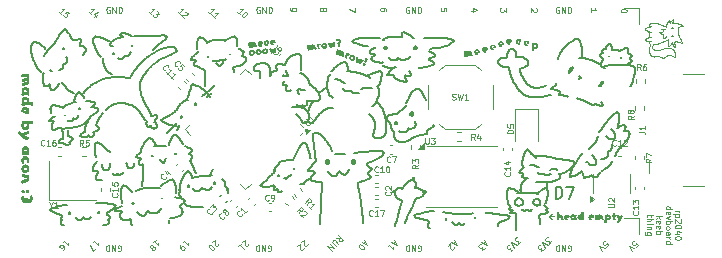
<source format=gbr>
%TF.GenerationSoftware,KiCad,Pcbnew,8.0.4*%
%TF.CreationDate,2025-01-26T22:49:23-05:00*%
%TF.ProjectId,catkeeb_devboard,6361746b-6565-4625-9f64-6576626f6172,rev?*%
%TF.SameCoordinates,Original*%
%TF.FileFunction,Legend,Top*%
%TF.FilePolarity,Positive*%
%FSLAX46Y46*%
G04 Gerber Fmt 4.6, Leading zero omitted, Abs format (unit mm)*
G04 Created by KiCad (PCBNEW 8.0.4) date 2025-01-26 22:49:23*
%MOMM*%
%LPD*%
G01*
G04 APERTURE LIST*
%ADD10C,0.100000*%
%ADD11C,0.071437*%
%ADD12C,0.095249*%
%ADD13C,0.206374*%
%ADD14C,0.000000*%
%ADD15C,0.203199*%
%ADD16C,0.406399*%
%ADD17C,0.150000*%
%ADD18C,0.120000*%
G04 APERTURE END LIST*
D10*
X93731306Y-61985715D02*
X94064639Y-61985715D01*
X93969401Y-61985715D02*
X94017020Y-62009525D01*
X94017020Y-62009525D02*
X94040830Y-62033334D01*
X94040830Y-62033334D02*
X94064639Y-62080953D01*
X94064639Y-62080953D02*
X94064639Y-62128572D01*
X94064639Y-62295239D02*
X93564639Y-62295239D01*
X94040830Y-62295239D02*
X94064639Y-62342858D01*
X94064639Y-62342858D02*
X94064639Y-62438096D01*
X94064639Y-62438096D02*
X94040830Y-62485715D01*
X94040830Y-62485715D02*
X94017020Y-62509525D01*
X94017020Y-62509525D02*
X93969401Y-62533334D01*
X93969401Y-62533334D02*
X93826544Y-62533334D01*
X93826544Y-62533334D02*
X93778925Y-62509525D01*
X93778925Y-62509525D02*
X93755116Y-62485715D01*
X93755116Y-62485715D02*
X93731306Y-62438096D01*
X93731306Y-62438096D02*
X93731306Y-62342858D01*
X93731306Y-62342858D02*
X93755116Y-62295239D01*
X94183687Y-62723811D02*
X94207496Y-62747620D01*
X94207496Y-62747620D02*
X94231306Y-62795239D01*
X94231306Y-62795239D02*
X94231306Y-62914287D01*
X94231306Y-62914287D02*
X94207496Y-62961906D01*
X94207496Y-62961906D02*
X94183687Y-62985715D01*
X94183687Y-62985715D02*
X94136068Y-63009525D01*
X94136068Y-63009525D02*
X94088449Y-63009525D01*
X94088449Y-63009525D02*
X94017020Y-62985715D01*
X94017020Y-62985715D02*
X93731306Y-62700001D01*
X93731306Y-62700001D02*
X93731306Y-63009525D01*
X94231306Y-63319048D02*
X94231306Y-63366667D01*
X94231306Y-63366667D02*
X94207496Y-63414286D01*
X94207496Y-63414286D02*
X94183687Y-63438096D01*
X94183687Y-63438096D02*
X94136068Y-63461905D01*
X94136068Y-63461905D02*
X94040830Y-63485715D01*
X94040830Y-63485715D02*
X93921782Y-63485715D01*
X93921782Y-63485715D02*
X93826544Y-63461905D01*
X93826544Y-63461905D02*
X93778925Y-63438096D01*
X93778925Y-63438096D02*
X93755116Y-63414286D01*
X93755116Y-63414286D02*
X93731306Y-63366667D01*
X93731306Y-63366667D02*
X93731306Y-63319048D01*
X93731306Y-63319048D02*
X93755116Y-63271429D01*
X93755116Y-63271429D02*
X93778925Y-63247620D01*
X93778925Y-63247620D02*
X93826544Y-63223810D01*
X93826544Y-63223810D02*
X93921782Y-63200001D01*
X93921782Y-63200001D02*
X94040830Y-63200001D01*
X94040830Y-63200001D02*
X94136068Y-63223810D01*
X94136068Y-63223810D02*
X94183687Y-63247620D01*
X94183687Y-63247620D02*
X94207496Y-63271429D01*
X94207496Y-63271429D02*
X94231306Y-63319048D01*
X94064639Y-63914286D02*
X93731306Y-63914286D01*
X94255116Y-63795238D02*
X93897973Y-63676191D01*
X93897973Y-63676191D02*
X93897973Y-63985714D01*
X94231306Y-64271428D02*
X94231306Y-64319047D01*
X94231306Y-64319047D02*
X94207496Y-64366666D01*
X94207496Y-64366666D02*
X94183687Y-64390476D01*
X94183687Y-64390476D02*
X94136068Y-64414285D01*
X94136068Y-64414285D02*
X94040830Y-64438095D01*
X94040830Y-64438095D02*
X93921782Y-64438095D01*
X93921782Y-64438095D02*
X93826544Y-64414285D01*
X93826544Y-64414285D02*
X93778925Y-64390476D01*
X93778925Y-64390476D02*
X93755116Y-64366666D01*
X93755116Y-64366666D02*
X93731306Y-64319047D01*
X93731306Y-64319047D02*
X93731306Y-64271428D01*
X93731306Y-64271428D02*
X93755116Y-64223809D01*
X93755116Y-64223809D02*
X93778925Y-64200000D01*
X93778925Y-64200000D02*
X93826544Y-64176190D01*
X93826544Y-64176190D02*
X93921782Y-64152381D01*
X93921782Y-64152381D02*
X94040830Y-64152381D01*
X94040830Y-64152381D02*
X94136068Y-64176190D01*
X94136068Y-64176190D02*
X94183687Y-64200000D01*
X94183687Y-64200000D02*
X94207496Y-64223809D01*
X94207496Y-64223809D02*
X94231306Y-64271428D01*
X92926334Y-61842857D02*
X93426334Y-61842857D01*
X92950144Y-61842857D02*
X92926334Y-61795238D01*
X92926334Y-61795238D02*
X92926334Y-61700000D01*
X92926334Y-61700000D02*
X92950144Y-61652381D01*
X92950144Y-61652381D02*
X92973953Y-61628571D01*
X92973953Y-61628571D02*
X93021572Y-61604762D01*
X93021572Y-61604762D02*
X93164429Y-61604762D01*
X93164429Y-61604762D02*
X93212048Y-61628571D01*
X93212048Y-61628571D02*
X93235858Y-61652381D01*
X93235858Y-61652381D02*
X93259667Y-61700000D01*
X93259667Y-61700000D02*
X93259667Y-61795238D01*
X93259667Y-61795238D02*
X93235858Y-61842857D01*
X92950144Y-62271428D02*
X92926334Y-62223809D01*
X92926334Y-62223809D02*
X92926334Y-62128571D01*
X92926334Y-62128571D02*
X92950144Y-62080952D01*
X92950144Y-62080952D02*
X92997763Y-62057143D01*
X92997763Y-62057143D02*
X93188239Y-62057143D01*
X93188239Y-62057143D02*
X93235858Y-62080952D01*
X93235858Y-62080952D02*
X93259667Y-62128571D01*
X93259667Y-62128571D02*
X93259667Y-62223809D01*
X93259667Y-62223809D02*
X93235858Y-62271428D01*
X93235858Y-62271428D02*
X93188239Y-62295238D01*
X93188239Y-62295238D02*
X93140620Y-62295238D01*
X93140620Y-62295238D02*
X93093001Y-62057143D01*
X93259667Y-62461904D02*
X92926334Y-62580952D01*
X92926334Y-62580952D02*
X93259667Y-62699999D01*
X92926334Y-62890475D02*
X93426334Y-62890475D01*
X93235858Y-62890475D02*
X93259667Y-62938094D01*
X93259667Y-62938094D02*
X93259667Y-63033332D01*
X93259667Y-63033332D02*
X93235858Y-63080951D01*
X93235858Y-63080951D02*
X93212048Y-63104761D01*
X93212048Y-63104761D02*
X93164429Y-63128570D01*
X93164429Y-63128570D02*
X93021572Y-63128570D01*
X93021572Y-63128570D02*
X92973953Y-63104761D01*
X92973953Y-63104761D02*
X92950144Y-63080951D01*
X92950144Y-63080951D02*
X92926334Y-63033332D01*
X92926334Y-63033332D02*
X92926334Y-62938094D01*
X92926334Y-62938094D02*
X92950144Y-62890475D01*
X92926334Y-63414285D02*
X92950144Y-63366666D01*
X92950144Y-63366666D02*
X92973953Y-63342856D01*
X92973953Y-63342856D02*
X93021572Y-63319047D01*
X93021572Y-63319047D02*
X93164429Y-63319047D01*
X93164429Y-63319047D02*
X93212048Y-63342856D01*
X93212048Y-63342856D02*
X93235858Y-63366666D01*
X93235858Y-63366666D02*
X93259667Y-63414285D01*
X93259667Y-63414285D02*
X93259667Y-63485713D01*
X93259667Y-63485713D02*
X93235858Y-63533332D01*
X93235858Y-63533332D02*
X93212048Y-63557142D01*
X93212048Y-63557142D02*
X93164429Y-63580951D01*
X93164429Y-63580951D02*
X93021572Y-63580951D01*
X93021572Y-63580951D02*
X92973953Y-63557142D01*
X92973953Y-63557142D02*
X92950144Y-63533332D01*
X92950144Y-63533332D02*
X92926334Y-63485713D01*
X92926334Y-63485713D02*
X92926334Y-63414285D01*
X92926334Y-64009523D02*
X93188239Y-64009523D01*
X93188239Y-64009523D02*
X93235858Y-63985713D01*
X93235858Y-63985713D02*
X93259667Y-63938094D01*
X93259667Y-63938094D02*
X93259667Y-63842856D01*
X93259667Y-63842856D02*
X93235858Y-63795237D01*
X92950144Y-64009523D02*
X92926334Y-63961904D01*
X92926334Y-63961904D02*
X92926334Y-63842856D01*
X92926334Y-63842856D02*
X92950144Y-63795237D01*
X92950144Y-63795237D02*
X92997763Y-63771428D01*
X92997763Y-63771428D02*
X93045382Y-63771428D01*
X93045382Y-63771428D02*
X93093001Y-63795237D01*
X93093001Y-63795237D02*
X93116810Y-63842856D01*
X93116810Y-63842856D02*
X93116810Y-63961904D01*
X93116810Y-63961904D02*
X93140620Y-64009523D01*
X92926334Y-64247618D02*
X93259667Y-64247618D01*
X93164429Y-64247618D02*
X93212048Y-64271428D01*
X93212048Y-64271428D02*
X93235858Y-64295237D01*
X93235858Y-64295237D02*
X93259667Y-64342856D01*
X93259667Y-64342856D02*
X93259667Y-64390475D01*
X92926334Y-64771428D02*
X93426334Y-64771428D01*
X92950144Y-64771428D02*
X92926334Y-64723809D01*
X92926334Y-64723809D02*
X92926334Y-64628571D01*
X92926334Y-64628571D02*
X92950144Y-64580952D01*
X92950144Y-64580952D02*
X92973953Y-64557142D01*
X92973953Y-64557142D02*
X93021572Y-64533333D01*
X93021572Y-64533333D02*
X93164429Y-64533333D01*
X93164429Y-64533333D02*
X93212048Y-64557142D01*
X93212048Y-64557142D02*
X93235858Y-64580952D01*
X93235858Y-64580952D02*
X93259667Y-64628571D01*
X93259667Y-64628571D02*
X93259667Y-64723809D01*
X93259667Y-64723809D02*
X93235858Y-64771428D01*
X92121362Y-62461905D02*
X92621362Y-62461905D01*
X92311838Y-62509524D02*
X92121362Y-62652381D01*
X92454695Y-62652381D02*
X92264219Y-62461905D01*
X92145172Y-63057143D02*
X92121362Y-63009524D01*
X92121362Y-63009524D02*
X92121362Y-62914286D01*
X92121362Y-62914286D02*
X92145172Y-62866667D01*
X92145172Y-62866667D02*
X92192791Y-62842858D01*
X92192791Y-62842858D02*
X92383267Y-62842858D01*
X92383267Y-62842858D02*
X92430886Y-62866667D01*
X92430886Y-62866667D02*
X92454695Y-62914286D01*
X92454695Y-62914286D02*
X92454695Y-63009524D01*
X92454695Y-63009524D02*
X92430886Y-63057143D01*
X92430886Y-63057143D02*
X92383267Y-63080953D01*
X92383267Y-63080953D02*
X92335648Y-63080953D01*
X92335648Y-63080953D02*
X92288029Y-62842858D01*
X92145172Y-63485714D02*
X92121362Y-63438095D01*
X92121362Y-63438095D02*
X92121362Y-63342857D01*
X92121362Y-63342857D02*
X92145172Y-63295238D01*
X92145172Y-63295238D02*
X92192791Y-63271429D01*
X92192791Y-63271429D02*
X92383267Y-63271429D01*
X92383267Y-63271429D02*
X92430886Y-63295238D01*
X92430886Y-63295238D02*
X92454695Y-63342857D01*
X92454695Y-63342857D02*
X92454695Y-63438095D01*
X92454695Y-63438095D02*
X92430886Y-63485714D01*
X92430886Y-63485714D02*
X92383267Y-63509524D01*
X92383267Y-63509524D02*
X92335648Y-63509524D01*
X92335648Y-63509524D02*
X92288029Y-63271429D01*
X92121362Y-63723809D02*
X92621362Y-63723809D01*
X92430886Y-63723809D02*
X92454695Y-63771428D01*
X92454695Y-63771428D02*
X92454695Y-63866666D01*
X92454695Y-63866666D02*
X92430886Y-63914285D01*
X92430886Y-63914285D02*
X92407076Y-63938095D01*
X92407076Y-63938095D02*
X92359457Y-63961904D01*
X92359457Y-63961904D02*
X92216600Y-63961904D01*
X92216600Y-63961904D02*
X92168981Y-63938095D01*
X92168981Y-63938095D02*
X92145172Y-63914285D01*
X92145172Y-63914285D02*
X92121362Y-63866666D01*
X92121362Y-63866666D02*
X92121362Y-63771428D01*
X92121362Y-63771428D02*
X92145172Y-63723809D01*
X91649723Y-62307143D02*
X91649723Y-62497619D01*
X91816390Y-62378571D02*
X91387819Y-62378571D01*
X91387819Y-62378571D02*
X91340200Y-62402381D01*
X91340200Y-62402381D02*
X91316390Y-62450000D01*
X91316390Y-62450000D02*
X91316390Y-62497619D01*
X91316390Y-62664285D02*
X91816390Y-62664285D01*
X91316390Y-62878571D02*
X91578295Y-62878571D01*
X91578295Y-62878571D02*
X91625914Y-62854761D01*
X91625914Y-62854761D02*
X91649723Y-62807142D01*
X91649723Y-62807142D02*
X91649723Y-62735714D01*
X91649723Y-62735714D02*
X91625914Y-62688095D01*
X91625914Y-62688095D02*
X91602104Y-62664285D01*
X91316390Y-63116666D02*
X91649723Y-63116666D01*
X91816390Y-63116666D02*
X91792580Y-63092857D01*
X91792580Y-63092857D02*
X91768771Y-63116666D01*
X91768771Y-63116666D02*
X91792580Y-63140476D01*
X91792580Y-63140476D02*
X91816390Y-63116666D01*
X91816390Y-63116666D02*
X91768771Y-63116666D01*
X91649723Y-63354761D02*
X91316390Y-63354761D01*
X91602104Y-63354761D02*
X91625914Y-63378571D01*
X91625914Y-63378571D02*
X91649723Y-63426190D01*
X91649723Y-63426190D02*
X91649723Y-63497618D01*
X91649723Y-63497618D02*
X91625914Y-63545237D01*
X91625914Y-63545237D02*
X91578295Y-63569047D01*
X91578295Y-63569047D02*
X91316390Y-63569047D01*
X91649723Y-64021428D02*
X91244961Y-64021428D01*
X91244961Y-64021428D02*
X91197342Y-63997618D01*
X91197342Y-63997618D02*
X91173533Y-63973809D01*
X91173533Y-63973809D02*
X91149723Y-63926190D01*
X91149723Y-63926190D02*
X91149723Y-63854761D01*
X91149723Y-63854761D02*
X91173533Y-63807142D01*
X91340200Y-64021428D02*
X91316390Y-63973809D01*
X91316390Y-63973809D02*
X91316390Y-63878571D01*
X91316390Y-63878571D02*
X91340200Y-63830952D01*
X91340200Y-63830952D02*
X91364009Y-63807142D01*
X91364009Y-63807142D02*
X91411628Y-63783333D01*
X91411628Y-63783333D02*
X91554485Y-63783333D01*
X91554485Y-63783333D02*
X91602104Y-63807142D01*
X91602104Y-63807142D02*
X91625914Y-63830952D01*
X91625914Y-63830952D02*
X91649723Y-63878571D01*
X91649723Y-63878571D02*
X91649723Y-63973809D01*
X91649723Y-63973809D02*
X91625914Y-64021428D01*
D11*
X92939104Y-47204280D02*
X92944314Y-47187553D01*
X92914482Y-47253499D02*
X92924091Y-47237411D01*
X92891546Y-47283936D02*
X92903601Y-47269060D01*
X92833526Y-47333444D02*
X92841508Y-47328337D01*
D12*
X94320197Y-47755774D02*
X94317642Y-47750867D01*
X91957750Y-48347270D02*
X91943154Y-48342910D01*
D11*
X92817058Y-47342536D02*
X92825372Y-47338184D01*
D13*
X93488426Y-47168549D02*
X93487587Y-47168767D01*
D11*
X92791280Y-47353070D02*
X92800000Y-47349998D01*
D12*
X93463659Y-47690186D02*
X93463764Y-47690266D01*
X92311250Y-48369201D02*
X92292680Y-48371384D01*
D11*
X92782449Y-47355675D02*
X92791280Y-47353070D01*
X92764502Y-47359408D02*
X92773519Y-47357794D01*
X92727810Y-47360416D02*
X92737053Y-47361020D01*
D12*
X93988477Y-46449309D02*
X93988984Y-46448487D01*
D11*
X92723435Y-47359943D02*
X92727810Y-47360416D01*
D12*
X91558617Y-46196797D02*
X91552411Y-46206926D01*
X93697330Y-47664095D02*
X93702145Y-47661558D01*
X93089488Y-47480594D02*
X93090722Y-47480871D01*
D11*
X92719058Y-47359372D02*
X92723435Y-47359943D01*
X92705997Y-47357040D02*
X92710331Y-47357924D01*
X92697425Y-47354932D02*
X92701692Y-47356043D01*
X92693203Y-47353700D02*
X92697425Y-47354932D01*
D12*
X93091618Y-47572156D02*
X93107493Y-47746781D01*
D11*
X92688111Y-47351217D02*
X92690518Y-47352641D01*
D12*
X91869538Y-48302476D02*
X91860039Y-48295169D01*
X91535303Y-48530312D02*
X91542830Y-48564632D01*
D11*
X92678821Y-47336300D02*
X92679816Y-47339431D01*
X92676649Y-47321956D02*
X92677398Y-47329446D01*
X92852065Y-46607726D02*
X92851489Y-46607429D01*
X92676479Y-47314012D02*
X92676649Y-47321956D01*
D12*
X91828437Y-48267365D02*
X91822047Y-48260668D01*
D11*
X92677488Y-47297490D02*
X92676791Y-47305796D01*
X92678473Y-47289277D02*
X92677488Y-47297490D01*
X92680921Y-47273860D02*
X92678473Y-47289277D01*
D12*
X92450817Y-48942724D02*
X92484761Y-48955462D01*
X91461760Y-46791542D02*
X91461089Y-46781661D01*
D11*
X92685019Y-47252164D02*
X92680921Y-47273860D01*
X92707277Y-47150734D02*
X92700599Y-47175758D01*
X92714713Y-47125932D02*
X92707277Y-47150734D01*
X92731896Y-47077000D02*
X92722916Y-47101354D01*
D12*
X93534406Y-48899339D02*
X93573811Y-48924590D01*
D11*
X92742434Y-47050422D02*
X92742136Y-47051591D01*
D12*
X91382932Y-46438966D02*
X91414011Y-46428437D01*
D11*
X92742566Y-47049360D02*
X92742434Y-47050422D01*
X92742366Y-47047537D02*
X92742540Y-47048400D01*
X92741606Y-47046082D02*
X92742052Y-47046765D01*
D12*
X93585584Y-45772623D02*
X93585236Y-45771872D01*
X92843412Y-48988127D02*
X92859297Y-48973853D01*
X93524791Y-47941720D02*
X93535670Y-47967806D01*
X92421296Y-48346348D02*
X92403161Y-48351318D01*
D11*
X92739574Y-47044512D02*
X92740359Y-47044960D01*
D12*
X94168849Y-47443007D02*
X94131067Y-47360165D01*
D11*
X92736683Y-47043567D02*
X92737727Y-47043820D01*
X92735571Y-47043369D02*
X92736683Y-47043567D01*
D12*
X94276715Y-46333672D02*
X94310151Y-46324302D01*
D11*
X92733175Y-47043121D02*
X92735571Y-47043369D01*
X92715708Y-47044001D02*
X92717779Y-47043853D01*
X92676888Y-47043382D02*
X92689225Y-47043774D01*
D12*
X93986664Y-46460111D02*
X93986645Y-46457155D01*
D11*
X92639958Y-47040921D02*
X92652258Y-47041979D01*
X92604206Y-47036058D02*
X92615368Y-47037971D01*
X92855823Y-46612065D02*
X92855505Y-46611399D01*
X92593404Y-47033615D02*
X92604206Y-47036058D01*
X92582935Y-47030665D02*
X92593404Y-47033615D01*
X92572774Y-47027232D02*
X92582935Y-47030665D01*
X92553273Y-47019015D02*
X92562895Y-47023341D01*
X92541579Y-46596263D02*
X92541320Y-46596144D01*
X92525695Y-47003676D02*
X92534699Y-47009158D01*
X92698255Y-46592572D02*
X92663642Y-46592302D01*
X92482491Y-46971686D02*
X92490975Y-46978613D01*
X92465579Y-46957207D02*
X92482491Y-46971686D01*
D12*
X93434112Y-47773598D02*
X93440222Y-47761488D01*
X92330370Y-48902258D02*
X92347889Y-48907068D01*
D11*
X92450424Y-46943522D02*
X92465579Y-46957207D01*
D12*
X94237676Y-47751448D02*
X94249708Y-47755961D01*
D11*
X92701899Y-46704353D02*
X92703488Y-46709367D01*
D12*
X92908407Y-48931653D02*
X92925201Y-48917996D01*
X93158139Y-48050643D02*
X93158966Y-48052160D01*
D11*
X92393469Y-46885724D02*
X92407277Y-46900563D01*
X92379847Y-46870685D02*
X92393469Y-46885724D01*
X92351939Y-46839069D02*
X92352922Y-46840144D01*
D12*
X92780769Y-49046672D02*
X92783664Y-49045655D01*
D11*
X92349008Y-46836275D02*
X92349955Y-46837131D01*
X92852603Y-46608052D02*
X92852065Y-46607726D01*
X92346667Y-46834184D02*
X92347337Y-46834798D01*
D12*
X93652371Y-47721813D02*
X93654978Y-47713516D01*
D11*
X92345688Y-46833026D02*
X92345791Y-46833213D01*
D12*
X91214811Y-47498659D02*
X91212541Y-47491859D01*
D11*
X92345646Y-46832722D02*
X92345639Y-46832863D01*
D13*
X93504576Y-47166508D02*
X93497334Y-47167226D01*
D11*
X92347061Y-46832385D02*
X92346645Y-46832380D01*
X92350406Y-46832802D02*
X92348801Y-46832556D01*
X92357229Y-46833873D02*
X92350406Y-46832802D01*
X92377928Y-46836412D02*
X92371003Y-46835671D01*
D12*
X93166243Y-48057971D02*
X93167509Y-48057935D01*
D11*
X92391789Y-46837606D02*
X92384860Y-46837055D01*
D12*
X93361498Y-48213068D02*
X93333539Y-48202964D01*
X91292632Y-46473245D02*
X91322489Y-46461439D01*
D11*
X92405580Y-46838462D02*
X92398699Y-46838073D01*
X92466629Y-46838221D02*
X92446362Y-46839015D01*
D12*
X91531616Y-46251490D02*
X91527478Y-46263652D01*
D11*
X92486822Y-46836792D02*
X92466629Y-46838221D01*
D12*
X94226553Y-47747607D02*
X94237676Y-47751448D01*
X94007407Y-46713582D02*
X94006837Y-46687197D01*
D11*
X92566984Y-46825925D02*
X92527012Y-46832269D01*
D12*
X92777777Y-49047505D02*
X92780769Y-49046672D01*
D11*
X92606788Y-46818238D02*
X92566984Y-46825925D01*
D12*
X91189117Y-46528161D02*
X91195183Y-46521788D01*
D11*
X92646477Y-46809684D02*
X92606788Y-46818238D01*
X92725715Y-46791892D02*
X92646477Y-46809684D01*
X92726674Y-46791547D02*
X92725715Y-46791892D01*
X92728015Y-46780218D02*
X92728666Y-46783763D01*
D12*
X93647860Y-47748493D02*
X93648850Y-47739332D01*
D11*
X92726967Y-46776285D02*
X92728015Y-46780218D01*
X92542856Y-46596447D02*
X92541925Y-46596352D01*
X92725600Y-46772073D02*
X92726967Y-46776285D01*
D13*
X93490096Y-47168209D02*
X93489263Y-47168361D01*
D11*
X92712078Y-46739449D02*
X92723995Y-46767689D01*
D12*
X94043740Y-47692379D02*
X94089749Y-47705271D01*
X92401537Y-47772378D02*
X92460587Y-47747607D01*
D11*
X92694271Y-46684886D02*
X92696413Y-46689632D01*
D12*
X91512412Y-47648659D02*
X91515568Y-47662022D01*
D11*
X92691934Y-46680246D02*
X92694271Y-46684886D01*
D12*
X91984131Y-46081772D02*
X91929872Y-46075113D01*
X92736426Y-46319387D02*
X92714251Y-46310859D01*
D11*
X92686587Y-46671354D02*
X92689380Y-46675730D01*
D12*
X93464791Y-47706267D02*
X93465311Y-47711762D01*
D11*
X92680193Y-46663082D02*
X92683532Y-46667132D01*
D12*
X94216578Y-46216000D02*
X94187017Y-46204530D01*
D11*
X92675426Y-46657900D02*
X92680193Y-46663082D01*
X92670446Y-46652916D02*
X92675426Y-46657900D01*
X92665269Y-46648124D02*
X92670446Y-46652916D01*
X92618554Y-46615978D02*
X92624769Y-46619451D01*
D12*
X94137664Y-46382639D02*
X94177372Y-46366926D01*
X94312236Y-47741023D02*
X94307090Y-47732075D01*
D11*
X92612277Y-46612644D02*
X92618554Y-46615978D01*
X92574196Y-46595253D02*
X92577085Y-46596373D01*
X92568105Y-46593198D02*
X92571192Y-46594181D01*
D12*
X93159844Y-48053535D02*
X93160774Y-48054753D01*
X91239716Y-47537302D02*
X91234375Y-47531165D01*
X93680323Y-48542405D02*
X93673161Y-48517915D01*
D11*
X92561812Y-46591649D02*
X92564968Y-46592341D01*
D12*
X92931054Y-46399375D02*
X92925257Y-46397027D01*
X91568811Y-48025885D02*
X91566109Y-48037076D01*
D11*
X92558671Y-46591161D02*
X92561812Y-46591649D01*
D12*
X93491362Y-46072323D02*
X93491335Y-46071850D01*
D11*
X92555577Y-46590916D02*
X92558671Y-46591161D01*
X92554058Y-46590897D02*
X92555577Y-46590916D01*
D12*
X91215312Y-46666574D02*
X91207734Y-46660198D01*
X92585893Y-46249485D02*
X92532445Y-46223842D01*
D11*
X92549660Y-46591310D02*
X92551095Y-46591089D01*
D12*
X93585899Y-45774511D02*
X93585802Y-45773505D01*
X93174161Y-45899337D02*
X93167468Y-45907607D01*
X92312695Y-48897965D02*
X92330370Y-48902258D01*
D11*
X92545586Y-46592532D02*
X92546901Y-46592027D01*
X92541946Y-46594693D02*
X92543104Y-46593860D01*
D12*
X91792638Y-48886495D02*
X91810823Y-48895256D01*
D11*
X92541552Y-46595033D02*
X92541946Y-46594693D01*
X92541089Y-46595810D02*
X92541129Y-46595589D01*
D12*
X91245462Y-47543297D02*
X91239716Y-47537302D01*
D11*
X92541155Y-46595994D02*
X92541089Y-46595810D01*
D12*
X93627707Y-48100400D02*
X93637792Y-48108696D01*
X91571333Y-48667650D02*
X91574738Y-48677795D01*
D11*
X92541320Y-46596144D02*
X92541155Y-46595994D01*
D12*
X91702283Y-46088190D02*
X91680520Y-46096384D01*
X91842655Y-47873266D02*
X91844014Y-47871881D01*
D11*
X92727445Y-46790984D02*
X92726674Y-46791547D01*
X92560615Y-46594693D02*
X92557826Y-46594915D01*
D12*
X93989930Y-46907271D02*
X93994457Y-46885145D01*
D11*
X92663642Y-46592302D02*
X92629094Y-46592694D01*
D12*
X93971920Y-47066582D02*
X93971473Y-47065240D01*
D11*
X92732827Y-46593697D02*
X92698255Y-46592572D01*
X92818376Y-46601516D02*
X92801420Y-46599283D01*
D12*
X91514080Y-47137350D02*
X91511301Y-47121709D01*
D11*
X92845239Y-46605727D02*
X92835229Y-46604131D01*
D12*
X91545512Y-48116439D02*
X91536325Y-48151219D01*
X92416794Y-48930027D02*
X92450817Y-48942724D01*
D11*
X92848760Y-46606468D02*
X92847108Y-46606082D01*
X92850873Y-46607157D02*
X92850214Y-46606909D01*
X92854423Y-46609706D02*
X92854013Y-46609234D01*
X92855166Y-46610786D02*
X92854807Y-46610222D01*
D12*
X94259901Y-46338603D02*
X94276715Y-46333672D01*
X91897961Y-47875059D02*
X91920239Y-47878248D01*
D11*
X92856125Y-46612787D02*
X92855823Y-46612065D01*
X92856688Y-46614412D02*
X92856413Y-46613569D01*
D12*
X93975933Y-47010201D02*
X93976562Y-46995584D01*
D13*
X93477860Y-46501188D02*
X93477059Y-46500920D01*
D11*
X92398699Y-46838073D02*
X92391789Y-46837606D01*
D13*
X93480347Y-46501608D02*
X93479506Y-46501528D01*
D12*
X93463764Y-47690266D02*
X93463847Y-47690597D01*
D11*
X92545499Y-46596367D02*
X92544063Y-46596447D01*
D13*
X93482054Y-46501616D02*
X93481197Y-46501636D01*
D12*
X94327503Y-47775454D02*
X94327557Y-47774528D01*
D13*
X93485521Y-46501158D02*
X93483784Y-46501452D01*
D12*
X92451384Y-46187871D02*
X92423989Y-46176923D01*
D13*
X93487252Y-46500773D02*
X93485521Y-46501158D01*
X93493804Y-46499126D02*
X93492251Y-46499474D01*
D12*
X94007021Y-46766306D02*
X94007477Y-46739973D01*
D13*
X93495978Y-46498823D02*
X93495277Y-46498888D01*
X93473339Y-46498384D02*
X93472665Y-46497603D01*
X93507402Y-46499095D02*
X93503815Y-46498966D01*
X93510991Y-46499185D02*
X93507402Y-46499095D01*
D12*
X93752220Y-47647251D02*
X93762556Y-47646381D01*
X93222805Y-45857900D02*
X93222424Y-45854083D01*
D13*
X93519957Y-46498900D02*
X93518165Y-46499041D01*
D12*
X91494157Y-46375410D02*
X91493024Y-46381738D01*
D13*
X93521747Y-46498703D02*
X93519957Y-46498900D01*
X93526412Y-46497861D02*
X93525323Y-46498117D01*
X93531852Y-46495870D02*
X93529677Y-46496765D01*
D12*
X93196427Y-48038750D02*
X93220382Y-48020751D01*
X93762556Y-47646381D02*
X93772962Y-47646023D01*
D13*
X93534027Y-46494943D02*
X93531852Y-46495870D01*
D12*
X91784587Y-48155996D02*
X91785183Y-48147807D01*
D13*
X93536203Y-46494072D02*
X93534027Y-46494943D01*
X93537291Y-46493685D02*
X93536203Y-46494072D01*
D12*
X93434032Y-45863913D02*
X93416031Y-45878417D01*
D13*
X93540557Y-46492843D02*
X93539468Y-46493059D01*
X93516373Y-46499134D02*
X93514579Y-46499185D01*
X93541647Y-46492705D02*
X93540557Y-46492843D01*
X93542192Y-46492669D02*
X93541647Y-46492705D01*
D12*
X94226394Y-46349109D02*
X94243107Y-46343739D01*
D13*
X93542738Y-46492656D02*
X93542192Y-46492669D01*
X93477514Y-47171419D02*
X93476690Y-47171448D01*
D12*
X93654978Y-47713516D02*
X93658199Y-47705567D01*
D13*
X93478342Y-47171337D02*
X93477514Y-47171419D01*
D12*
X94262385Y-47760780D02*
X94275440Y-47765541D01*
D13*
X93480009Y-47171040D02*
X93479174Y-47171209D01*
X93503815Y-46498966D02*
X93500231Y-46498850D01*
D12*
X91562659Y-47841105D02*
X91567835Y-47857360D01*
D13*
X93493715Y-47167678D02*
X93490096Y-47168209D01*
D12*
X91482629Y-46405798D02*
X91481534Y-46406952D01*
X91485505Y-46402111D02*
X91484612Y-46403376D01*
X91490724Y-46390951D02*
X91489698Y-46393890D01*
X91491603Y-46387936D02*
X91490724Y-46390951D01*
X91474641Y-47630721D02*
X91472154Y-47630394D01*
X91492362Y-46384860D02*
X91491603Y-46387936D01*
X91495196Y-46369066D02*
X91494157Y-46375410D01*
X91497738Y-46356375D02*
X91496339Y-46362823D01*
X91541186Y-46228394D02*
X91536189Y-46239738D01*
X91445993Y-46418472D02*
X91479123Y-46409138D01*
X91499273Y-46350002D02*
X91497738Y-46356375D01*
X91506504Y-46325072D02*
X91502697Y-46337441D01*
X93427511Y-47785525D02*
X93434112Y-47773598D01*
X91774135Y-48877270D02*
X91792638Y-48886495D01*
X92463200Y-48333755D02*
X92421296Y-48346348D01*
X91519133Y-46288413D02*
X91510584Y-46312823D01*
X91182058Y-46632710D02*
X91177309Y-46625477D01*
X93985770Y-47088876D02*
X93982358Y-47084322D01*
X93152387Y-48030972D02*
X93153201Y-48035203D01*
X91527478Y-46263652D02*
X91523385Y-46276111D01*
X91536189Y-46239738D02*
X91531616Y-46251490D01*
X91565203Y-46187070D02*
X91558617Y-46196797D01*
X91587139Y-46160282D02*
X91579475Y-46168814D01*
X91595140Y-46152144D02*
X91587139Y-46160282D01*
X93046116Y-46081714D02*
X93030646Y-46112182D01*
D11*
X92346305Y-46832399D02*
X92346039Y-46832443D01*
D12*
X91603467Y-46144399D02*
X91595140Y-46152144D01*
X91724871Y-46081493D02*
X91702283Y-46088190D01*
X91861974Y-47867682D02*
X91864167Y-47867972D01*
X93584411Y-45782642D02*
X93585245Y-45779589D01*
X91748197Y-46076279D02*
X91724871Y-46081493D01*
X91500176Y-47632264D02*
X91497625Y-47632045D01*
X91772173Y-46072534D02*
X91748197Y-46076279D01*
X93677336Y-47967874D02*
X93675754Y-47947187D01*
X91796713Y-46070244D02*
X91772173Y-46072534D01*
X91546598Y-46217458D02*
X91541186Y-46228394D01*
X91291087Y-47373360D02*
X91299847Y-47368987D01*
X92038380Y-46090157D02*
X91984131Y-46081772D01*
X94005623Y-46433799D02*
X94007818Y-46432440D01*
X94037306Y-47169826D02*
X94029712Y-47156760D01*
D11*
X92728461Y-46789254D02*
X92728037Y-46790215D01*
D12*
X92282654Y-46134269D02*
X92253275Y-46128817D01*
X93976562Y-46995584D02*
X93977289Y-46984553D01*
X92368430Y-46157162D02*
X92340197Y-46148536D01*
X91516057Y-48289654D02*
X91514826Y-48324125D01*
X92396349Y-46166656D02*
X92368430Y-46157162D01*
X92423989Y-46176923D02*
X92396349Y-46166656D01*
X91816226Y-48254031D02*
X91810956Y-48247435D01*
X92692600Y-46301355D02*
X92585893Y-46249485D01*
X91469692Y-46840920D02*
X91465799Y-46821171D01*
X92714251Y-46310859D02*
X92703348Y-46306250D01*
X92870050Y-46368562D02*
X92859432Y-46363610D01*
X92913590Y-46391627D02*
X92870050Y-46368562D01*
D13*
X93497334Y-47167226D02*
X93493715Y-47167678D01*
D12*
X92919426Y-46394426D02*
X92913590Y-46391627D01*
X92925257Y-46397027D02*
X92919426Y-46394426D01*
X92947970Y-46404368D02*
X92942439Y-46403099D01*
X92955986Y-46405376D02*
X92953356Y-46405168D01*
X92959574Y-46372016D02*
X92958570Y-46405447D01*
X92801692Y-49034234D02*
X92804015Y-49032111D01*
X93030646Y-46112182D02*
X93016439Y-46143262D01*
X93118891Y-45967374D02*
X93099235Y-45994689D01*
X93187358Y-45882608D02*
X93174161Y-45899337D01*
X93207817Y-45858198D02*
X93204281Y-45862137D01*
X94356792Y-46307417D02*
X94355840Y-46305793D01*
X91207734Y-46660198D02*
X91200518Y-46653596D01*
X93211426Y-45854333D02*
X93207817Y-45858198D01*
X93215117Y-45850552D02*
X93211426Y-45854333D01*
X92292680Y-48371384D02*
X92274065Y-48373103D01*
X93216363Y-45849433D02*
X93215117Y-45850552D01*
X93222951Y-45862407D02*
X93222805Y-45857900D01*
X91481534Y-46406952D02*
X91480367Y-46408066D01*
X93222915Y-45867457D02*
X93222951Y-45862407D01*
X93190571Y-48802347D02*
X93212613Y-48801448D01*
X93222021Y-45890111D02*
X93222915Y-45867457D01*
X93222491Y-45909568D02*
X93222059Y-45905523D01*
X93232292Y-45953342D02*
X93229901Y-45944633D01*
X93471313Y-45836400D02*
X93452470Y-45849919D01*
X91582441Y-48697250D02*
X91586724Y-48706573D01*
X93246794Y-45996316D02*
X93240539Y-45979258D01*
X91876300Y-48921328D02*
X91885953Y-48923901D01*
X93267981Y-46046037D02*
X93260626Y-46029741D01*
X93670255Y-48132783D02*
X93671438Y-48133438D01*
X94354508Y-46304046D02*
X94352775Y-46302172D01*
X93270745Y-46048981D02*
X93269995Y-46048653D01*
X93273175Y-46048557D02*
X93272338Y-46048917D01*
X93274911Y-46047260D02*
X93274034Y-46047999D01*
X93283028Y-46035080D02*
X93281258Y-46038349D01*
X93284725Y-46031726D02*
X93283028Y-46035080D01*
X93287786Y-46025268D02*
X93284725Y-46031726D01*
X93290207Y-46019998D02*
X93287786Y-46025268D01*
X93291104Y-46018128D02*
X93290207Y-46019998D01*
X93333751Y-45959791D02*
X93319071Y-45978078D01*
X92786468Y-49044464D02*
X92789187Y-49043109D01*
X93349067Y-45942221D02*
X93333751Y-45959791D01*
X93381475Y-45909092D02*
X93364986Y-45925333D01*
X91572876Y-48011354D02*
X91568811Y-48025885D01*
X93398501Y-45893465D02*
X93381475Y-45909092D01*
X93265941Y-47982702D02*
X93276847Y-47972688D01*
X91850281Y-47868328D02*
X91852046Y-47867879D01*
X93416031Y-45878417D02*
X93398501Y-45893465D01*
X93279444Y-46041402D02*
X93277616Y-46044114D01*
X91581618Y-47894342D02*
X91585651Y-47904797D01*
X93529935Y-45798353D02*
X93510079Y-45810652D01*
X93572764Y-45773473D02*
X93570432Y-45774733D01*
D11*
X92345639Y-46832863D02*
X92345688Y-46833026D01*
D12*
X93583329Y-45770492D02*
X93582378Y-45770352D01*
X93584750Y-45771260D02*
X93584117Y-45770798D01*
X93585884Y-45775630D02*
X93585899Y-45774511D01*
X93183623Y-48174119D02*
X93151065Y-48172142D01*
X93583330Y-45785946D02*
X93584411Y-45782642D01*
X91514826Y-48324125D02*
X91515017Y-48358555D01*
X93560249Y-45850350D02*
X93576575Y-45803832D01*
X93502441Y-46031412D02*
X93507566Y-46010994D01*
X91535310Y-47281516D02*
X91534929Y-47277431D01*
X93497295Y-46051765D02*
X93499920Y-46041610D01*
X93494466Y-46061854D02*
X93497295Y-46051765D01*
X93420481Y-47797272D02*
X93427511Y-47785525D01*
X93501134Y-46073349D02*
X93496857Y-46073415D01*
X93564630Y-46066696D02*
X93553242Y-46067947D01*
X93572479Y-46066119D02*
X93564630Y-46066696D01*
X94300729Y-47721373D02*
X94293980Y-47709645D01*
X91838486Y-48907731D02*
X91847831Y-48911541D01*
X93665767Y-46063083D02*
X93642853Y-46063567D01*
X91591918Y-47950299D02*
X91591347Y-47953072D01*
X93690561Y-48899609D02*
X93692106Y-48886204D01*
X93735105Y-46066529D02*
X93723370Y-46065247D01*
X93805748Y-46081137D02*
X93790248Y-46077065D01*
X94029712Y-47156760D02*
X94021933Y-47143823D01*
X93455008Y-47724017D02*
X93458553Y-47711134D01*
X93821164Y-46085570D02*
X93805748Y-46081137D01*
X94310151Y-46324302D02*
X94343801Y-46319738D01*
X93663876Y-48492897D02*
X93658350Y-48480201D01*
X93851794Y-46095300D02*
X93821164Y-46085570D01*
X93942926Y-46127538D02*
X93882232Y-46105825D01*
X91943154Y-48342910D02*
X91929048Y-48337845D01*
X93507566Y-46010994D02*
X93510369Y-46000824D01*
X93163886Y-48057318D02*
X93165035Y-48057760D01*
X94004018Y-46147264D02*
X93973373Y-46137864D01*
X91171355Y-46557732D02*
X91172931Y-46553721D01*
X94096589Y-46174281D02*
X94065940Y-46165108D01*
D13*
X93523536Y-46498444D02*
X93521747Y-46498703D01*
D12*
X94127000Y-46183814D02*
X94096589Y-46174281D01*
X91314562Y-46723810D02*
X91292758Y-46714036D01*
X94187017Y-46204530D02*
X94157150Y-46193849D01*
X94245810Y-46228401D02*
X94216578Y-46216000D01*
D11*
X92683532Y-46667132D02*
X92686587Y-46671354D01*
D12*
X94259690Y-46235062D02*
X94252691Y-46231584D01*
X94266776Y-46238812D02*
X94259690Y-46235062D01*
X93573811Y-48924590D02*
X93611834Y-48951821D01*
X91326668Y-47597199D02*
X91310365Y-47589316D01*
D11*
X92742136Y-47051591D02*
X92741661Y-47052869D01*
D12*
X94281086Y-46247038D02*
X94273918Y-46242811D01*
X94288248Y-46251470D02*
X94281086Y-46247038D01*
X94295374Y-46256085D02*
X94288248Y-46251470D01*
X93986874Y-46463285D02*
X93986664Y-46460111D01*
X94322896Y-46275928D02*
X94316225Y-46270804D01*
X93653652Y-48980362D02*
X93654885Y-48979409D01*
X94329377Y-46281123D02*
X94322896Y-46275928D01*
D11*
X92347337Y-46834798D02*
X92349008Y-46836275D01*
D12*
X93167468Y-45907607D02*
X93160610Y-45915711D01*
X91938573Y-47880512D02*
X91946675Y-47881290D01*
X94347366Y-46296914D02*
X94341643Y-46291639D01*
D11*
X92541129Y-46595589D02*
X92541282Y-46595331D01*
D12*
X94355840Y-46305793D02*
X94354508Y-46304046D01*
X94357384Y-46308925D02*
X94356792Y-46307417D01*
X93155313Y-48043458D02*
X93156632Y-48047244D01*
X94357636Y-46310320D02*
X94357384Y-46308925D01*
X94357570Y-46311609D02*
X94357636Y-46310320D01*
X93993269Y-46443413D02*
X93995079Y-46441711D01*
X94347974Y-46318682D02*
X94351600Y-46317381D01*
X93220090Y-45848536D02*
X93219333Y-45848260D01*
X94343801Y-46319738D02*
X94347974Y-46318682D01*
D11*
X92746257Y-47361041D02*
X92755410Y-47360497D01*
D12*
X94243107Y-46343739D02*
X94259901Y-46338603D01*
D11*
X92421333Y-46915165D02*
X92435695Y-46929497D01*
D12*
X91166751Y-46592276D02*
X91166482Y-46587757D01*
X94177372Y-46366926D02*
X94193465Y-46360672D01*
X93308423Y-47941238D02*
X93318570Y-47930243D01*
D11*
X92508127Y-46991722D02*
X92516847Y-46997855D01*
D12*
X94057658Y-46412886D02*
X94097729Y-46397933D01*
X91989981Y-48922761D02*
X92004420Y-48919919D01*
X94017543Y-46427577D02*
X94057658Y-46412886D01*
X94015866Y-46428242D02*
X94017543Y-46427577D01*
X93702145Y-47661558D02*
X93711895Y-47657152D01*
X94007818Y-46432440D02*
X94009970Y-46431190D01*
X94009970Y-46431190D02*
X94012049Y-46430063D01*
X93970273Y-47057082D02*
X93970360Y-47055711D01*
X93790248Y-46077065D02*
X93774652Y-46073406D01*
X94003417Y-46435253D02*
X94005623Y-46433799D01*
X93995079Y-46441711D02*
X93997029Y-46440030D01*
X93990191Y-46446815D02*
X93991629Y-46445119D01*
X91511301Y-47121709D02*
X91509039Y-47106241D01*
X93989557Y-46447655D02*
X93990191Y-46446815D01*
X93162793Y-48056660D02*
X93163886Y-48057318D01*
X93694429Y-48734008D02*
X93694868Y-48715156D01*
X93988984Y-46448487D02*
X93989557Y-46447655D01*
X93986847Y-46454468D02*
X93987041Y-46453243D01*
X93987744Y-46470068D02*
X93987244Y-46466621D01*
X93991096Y-46487087D02*
X93989707Y-46480536D01*
X93992260Y-46492799D02*
X93991096Y-46487087D01*
X93992953Y-46497244D02*
X93992681Y-46495207D01*
X94002382Y-46608718D02*
X93997950Y-46552958D01*
X94004299Y-46634702D02*
X94002382Y-46608718D01*
X91235119Y-47413903D02*
X91242289Y-47406769D01*
X94007477Y-46739973D02*
X94007407Y-46713582D01*
X94006014Y-46792519D02*
X94007021Y-46766306D01*
X94004430Y-46818546D02*
X94006014Y-46792519D01*
X94003438Y-46829674D02*
X94004430Y-46818546D01*
D11*
X92700599Y-47175758D02*
X92694670Y-47201005D01*
D12*
X94002110Y-46840789D02*
X94003438Y-46829674D01*
D13*
X93538379Y-46493343D02*
X93537291Y-46493685D01*
D12*
X93998652Y-46862986D02*
X94002110Y-46840789D01*
X93985474Y-46929371D02*
X93989930Y-46907271D01*
X93647333Y-47757882D02*
X93647860Y-47748493D01*
X93979805Y-46962488D02*
X93981492Y-46951452D01*
X93668801Y-48505470D02*
X93663876Y-48492897D01*
X91520179Y-47168925D02*
X91514080Y-47137350D01*
X91915464Y-48928954D02*
X91925503Y-48929608D01*
X93978387Y-46973521D02*
X93979805Y-46962488D01*
X93648298Y-48980753D02*
X93649241Y-48981327D01*
X93977289Y-46984553D02*
X93978387Y-46973521D01*
X93975121Y-47024367D02*
X93975583Y-47017315D01*
D11*
X92599594Y-46606366D02*
X92612277Y-46612644D01*
D12*
X93974480Y-47031407D02*
X93975121Y-47024367D01*
X93637792Y-48108696D02*
X93648298Y-48116439D01*
X93973039Y-47042056D02*
X93973595Y-47038486D01*
X93681227Y-48121381D02*
X93681375Y-48118667D01*
X93970543Y-47054338D02*
X93970823Y-47052964D01*
X93970773Y-47062539D02*
X93970529Y-47061180D01*
X93977246Y-47077008D02*
X93975685Y-47074462D01*
X91529268Y-47246108D02*
X91528550Y-47242004D01*
X93099235Y-45994689D02*
X93080497Y-46022897D01*
X93978902Y-47079503D02*
X93977246Y-47077008D01*
X93982358Y-47084322D02*
X93980618Y-47081943D01*
X93658199Y-47705567D02*
X93662073Y-47697996D01*
X93988857Y-47093120D02*
X93985770Y-47088876D01*
X93997433Y-47105664D02*
X93988857Y-47093120D01*
X94013965Y-47131003D02*
X94005800Y-47118287D01*
X94131067Y-47360165D02*
X94092771Y-47277606D01*
X94219848Y-47549496D02*
X94208107Y-47525071D01*
X94231026Y-47574249D02*
X94219848Y-47549496D01*
X91876077Y-47870432D02*
X91886626Y-47872917D01*
X94275273Y-47673584D02*
X94263766Y-47648998D01*
X91420030Y-47326083D02*
X91459880Y-47314397D01*
X94317642Y-47750867D02*
X94312236Y-47741023D01*
X92585915Y-48292247D02*
X92504533Y-48320400D01*
X94322522Y-47760483D02*
X94320197Y-47755774D01*
X94324519Y-47764854D02*
X94322522Y-47760483D01*
D11*
X92706441Y-46719459D02*
X92712078Y-46739449D01*
D12*
X94327557Y-47774528D02*
X94327430Y-47773376D01*
X91527781Y-47715552D02*
X91531167Y-47728924D01*
X94326806Y-47776561D02*
X94327257Y-47776138D01*
X94307993Y-47774794D02*
X94314223Y-47775826D01*
X94301625Y-47773428D02*
X94307993Y-47774794D01*
X94295153Y-47771774D02*
X94301625Y-47773428D01*
D11*
X92903601Y-47269060D02*
X92914482Y-47253499D01*
D12*
X93997479Y-47680524D02*
X94043740Y-47692379D01*
D11*
X92710331Y-47357924D02*
X92714687Y-47358700D01*
D12*
X93950937Y-47669964D02*
X93997479Y-47680524D01*
X93904086Y-47660955D02*
X93950937Y-47669964D01*
X91484746Y-46910114D02*
X91482849Y-46900217D01*
X93711895Y-47657152D02*
X93721793Y-47653583D01*
X93671931Y-47684109D02*
X93677990Y-47677853D01*
X93691880Y-48612360D02*
X93689402Y-48589662D01*
X93478570Y-47781512D02*
X93490913Y-47834138D01*
X92250896Y-48890229D02*
X92266622Y-48891154D01*
X93666638Y-47690833D02*
X93671931Y-47684109D01*
D11*
X92854013Y-46609234D02*
X92853575Y-46608803D01*
D12*
X93574874Y-45772439D02*
X93572764Y-45773473D01*
X93662073Y-47697996D02*
X93666638Y-47690833D01*
X93648850Y-47739332D02*
X93650341Y-47730429D01*
X92972491Y-47547185D02*
X92997266Y-47535734D01*
X93675754Y-47947187D02*
X93649101Y-47797115D01*
X93681493Y-48112343D02*
X93681251Y-48070927D01*
X93681375Y-48118667D02*
X93681493Y-48112343D01*
X91247190Y-46689291D02*
X91239190Y-46684084D01*
X93680749Y-48125964D02*
X93681019Y-48123810D01*
X93679052Y-48132024D02*
X93679570Y-48130872D01*
X93677822Y-48133661D02*
X93678469Y-48132951D01*
X93988039Y-46450119D02*
X93988477Y-46449309D01*
X91808469Y-48025843D02*
X91817704Y-47980483D01*
X93672553Y-48133957D02*
X93673599Y-48134331D01*
X93666282Y-48130103D02*
X93669001Y-48132002D01*
X93663277Y-48127819D02*
X93666282Y-48130103D01*
X93618033Y-48091578D02*
X93627707Y-48100400D01*
X93591365Y-48062239D02*
X93608758Y-48082259D01*
X93467062Y-47724697D02*
X93468387Y-47732033D01*
X93462903Y-47692502D02*
X93463360Y-47690804D01*
X93445782Y-47749190D02*
X93450731Y-47736701D01*
X93440222Y-47761488D02*
X93445782Y-47749190D01*
X93405376Y-47820243D02*
X93413083Y-47808844D01*
X93416025Y-48238228D02*
X93388967Y-48224796D01*
X93397422Y-47831474D02*
X93405376Y-47820243D01*
X93381014Y-47853448D02*
X93397422Y-47831474D01*
X93347896Y-47895546D02*
X93381014Y-47853448D01*
X93338306Y-47907410D02*
X93347896Y-47895546D01*
D11*
X92856413Y-46613569D02*
X92856125Y-46612787D01*
D12*
X93298087Y-47951968D02*
X93308423Y-47941238D01*
X93287562Y-47962447D02*
X93298087Y-47951968D01*
D13*
X93525323Y-46498117D02*
X93523536Y-46498444D01*
D12*
X93243551Y-48002102D02*
X93254843Y-47992502D01*
X91519261Y-47298015D02*
X91534042Y-47294344D01*
X93220382Y-48020751D02*
X93232064Y-48011514D01*
X91488503Y-46396739D02*
X91487114Y-46399485D01*
X93260626Y-46029741D02*
X93253527Y-46013155D01*
X93170224Y-48057065D02*
X93171676Y-48056201D01*
X93168836Y-48057639D02*
X93170224Y-48057065D01*
X91866733Y-48918382D02*
X91876300Y-48921328D01*
X93988341Y-46473572D02*
X93987744Y-46470068D01*
X93167509Y-48057935D02*
X93168836Y-48057639D01*
X93161756Y-48055800D02*
X93162793Y-48056660D01*
X92591643Y-47693724D02*
X92625372Y-47680797D01*
X91175255Y-46621825D02*
X91173431Y-46618154D01*
X93158966Y-48052160D02*
X93159844Y-48053535D01*
X93154173Y-48039405D02*
X93155313Y-48043458D01*
X93413083Y-47808844D02*
X93420481Y-47797272D01*
X93153201Y-48035203D02*
X93154173Y-48039405D01*
X93148093Y-47981319D02*
X93150363Y-48013577D01*
X93144630Y-47949309D02*
X93148093Y-47981319D01*
X93095491Y-47508917D02*
X93091618Y-47572156D01*
X92821856Y-47609156D02*
X92868339Y-47591024D01*
X91983154Y-47881531D02*
X91990801Y-47880830D01*
X93468387Y-47732033D02*
X93478570Y-47781512D01*
X91177309Y-46625477D02*
X91175255Y-46621825D01*
X93095291Y-47494515D02*
X93095557Y-47501292D01*
X93094115Y-47486454D02*
X93094622Y-47488821D01*
X91483088Y-47631344D02*
X91477324Y-47630978D01*
X93093480Y-47484446D02*
X93094115Y-47486454D01*
X93084719Y-47482919D02*
X93086496Y-47481588D01*
X93072821Y-47493552D02*
X93082744Y-47484844D01*
X91788022Y-48200658D02*
X91786527Y-48193644D01*
X93058696Y-47503181D02*
X93072821Y-47493552D01*
X93020302Y-47524459D02*
X93040984Y-47513546D01*
X91509039Y-47635315D02*
X91512412Y-47648659D01*
X92920194Y-47569870D02*
X92972491Y-47547185D01*
X91459880Y-47314397D02*
X91501156Y-47302828D01*
X92764728Y-47630394D02*
X92821856Y-47609156D01*
X93584117Y-45770798D02*
X93583329Y-45770492D01*
X92529823Y-47718616D02*
X92560540Y-47706061D01*
X92460587Y-47747607D02*
X92529823Y-47718616D01*
X92357282Y-47790494D02*
X92401537Y-47772378D01*
X92312852Y-47807796D02*
X92357282Y-47790494D01*
X92253275Y-47830125D02*
X92312852Y-47807796D01*
X92124584Y-48370121D02*
X92096127Y-48367135D01*
X93650254Y-48981555D02*
X93651331Y-48981456D01*
X92039899Y-47873416D02*
X92253275Y-47830125D01*
X92017426Y-47877174D02*
X92039899Y-47873416D01*
X92062299Y-48908625D02*
X92123473Y-48899087D01*
D11*
X92722916Y-47101354D02*
X92714713Y-47125932D01*
D12*
X91998952Y-47879871D02*
X92017426Y-47877174D01*
X93492556Y-46073000D02*
X93491777Y-46072705D01*
X93220741Y-45849115D02*
X93220090Y-45848536D01*
D11*
X92728818Y-46785356D02*
X92728841Y-46786811D01*
D12*
X91990801Y-47880830D02*
X91998952Y-47879871D01*
X91968707Y-47882176D02*
X91975844Y-47881979D01*
X93585245Y-45779589D02*
X93585764Y-45776856D01*
X91961576Y-47882125D02*
X91968707Y-47882176D01*
X91864167Y-47867972D02*
X91866426Y-47868345D01*
X91857789Y-47867397D02*
X91859847Y-47867486D01*
X91166482Y-46587757D02*
X91166468Y-46583287D01*
X91848593Y-47868942D02*
X91850281Y-47868328D01*
X94275440Y-47765541D02*
X94282027Y-47767785D01*
X91844014Y-47871881D02*
X91845458Y-47870707D01*
X91528550Y-47242004D02*
X91527983Y-47238184D01*
X91840199Y-47876712D02*
X91841383Y-47874872D01*
X91839105Y-47878796D02*
X91840199Y-47876712D01*
X92834264Y-48997408D02*
X92838750Y-48992623D01*
X91838103Y-47881137D02*
X91839105Y-47878796D01*
X91836383Y-47886635D02*
X91837195Y-47883746D01*
X91794156Y-48092342D02*
X91798782Y-48070949D01*
D11*
X92586841Y-46600567D02*
X92599594Y-46606366D01*
D12*
X93229901Y-45944633D02*
X93227711Y-45935896D01*
X93652496Y-48119461D02*
X93656388Y-48122419D01*
X91536325Y-48151219D02*
X91528843Y-48185924D01*
X91790254Y-48112174D02*
X91794156Y-48092342D01*
X92155112Y-48894933D02*
X92187080Y-48891779D01*
X91787216Y-48130607D02*
X91790254Y-48112174D01*
X91784296Y-48163937D02*
X91784587Y-48155996D01*
X91789926Y-48207548D02*
X91788022Y-48200658D01*
X91336125Y-47353706D02*
X91354646Y-47347074D01*
X91792259Y-48214335D02*
X91789926Y-48207548D01*
X92951915Y-48183443D02*
X92909851Y-48191281D01*
X91798278Y-48227680D02*
X91795037Y-48221039D01*
X92771480Y-49048575D02*
X92774683Y-49048143D01*
X91806220Y-48240858D02*
X91802000Y-48234280D01*
X91835413Y-48274143D02*
X91828437Y-48267365D01*
X93496857Y-46073415D02*
X93493678Y-46073214D01*
X91810956Y-48247435D02*
X91806220Y-48240858D01*
X91506272Y-47633331D02*
X91504547Y-47632892D01*
X91851197Y-48288025D02*
X91842994Y-48281023D01*
D11*
X92664567Y-47042792D02*
X92676888Y-47043382D01*
D12*
X91915523Y-48331999D02*
X91902669Y-48325296D01*
X92065986Y-48364331D02*
X92034889Y-48361107D01*
X92143247Y-48372121D02*
X92124584Y-48370121D01*
X93671438Y-48133438D02*
X93672553Y-48133957D01*
X92199340Y-48375331D02*
X92180633Y-48374726D01*
X92274065Y-48373103D02*
X92255416Y-48374357D01*
X92942439Y-46403099D02*
X92936791Y-46401417D01*
X92666289Y-48263575D02*
X92585915Y-48292247D01*
D11*
X92676791Y-47305796D02*
X92676479Y-47314012D01*
D12*
X92786817Y-48223277D02*
X92746504Y-48236068D01*
X93656156Y-48978212D02*
X93657462Y-48976792D01*
D11*
X92841508Y-47328337D02*
X92849306Y-47322881D01*
D12*
X92827409Y-48211408D02*
X92786817Y-48223277D01*
X92909851Y-48191281D02*
X92868385Y-48200673D01*
X91972745Y-48350998D02*
X91957750Y-48347270D01*
D13*
X93539468Y-46493059D02*
X93538379Y-46493343D01*
D12*
X93215218Y-48177257D02*
X93183623Y-48174119D01*
X93275832Y-48187325D02*
X93245928Y-48181633D01*
X91560902Y-48633295D02*
X91571333Y-48667650D01*
X93305010Y-48194409D02*
X93275832Y-48187325D01*
X93469218Y-48270512D02*
X93442748Y-48253441D01*
X93521710Y-48310538D02*
X93495512Y-48289518D01*
X93547889Y-48333648D02*
X93521710Y-48310538D01*
X93146662Y-48807561D02*
X93168580Y-48804373D01*
X93562337Y-48347414D02*
X93547889Y-48333648D01*
X93575799Y-48361105D02*
X93562337Y-48347414D01*
X93588309Y-48374715D02*
X93575799Y-48361105D01*
X93610616Y-48401679D02*
X93599903Y-48388241D01*
X93620482Y-48415024D02*
X93610616Y-48401679D01*
X93637817Y-48441417D02*
X93629538Y-48428271D01*
X93582378Y-45770352D02*
X93581255Y-45770387D01*
X93684853Y-47672095D02*
X93692558Y-47666867D01*
X93658350Y-48480201D02*
X93652188Y-48467386D01*
X93463973Y-47691985D02*
X93464224Y-47697483D01*
X93693357Y-48634391D02*
X93691880Y-48612360D01*
X93694868Y-48715156D02*
X93694431Y-48676315D01*
X93694563Y-48759912D02*
X93694429Y-48734008D01*
X93693249Y-48871573D02*
X93694044Y-48856014D01*
X94353157Y-46316627D02*
X94354516Y-46315796D01*
X93682962Y-48929469D02*
X93686043Y-48921540D01*
X93677919Y-48940583D02*
X93682962Y-48929469D01*
D11*
X92689225Y-47043774D02*
X92701584Y-47043991D01*
D12*
X93668377Y-48959879D02*
X93671014Y-48954866D01*
X93662896Y-48969294D02*
X93665655Y-48964744D01*
X93657462Y-48976792D02*
X93660148Y-48973365D01*
X92384932Y-48355823D02*
X92366619Y-48359864D01*
X93654885Y-48979409D02*
X93656156Y-48978212D01*
X91523009Y-48220560D02*
X91518766Y-48255135D01*
X93493795Y-48876351D02*
X93534406Y-48899339D01*
D11*
X92552563Y-46590953D02*
X92554058Y-46590897D01*
D12*
X93452155Y-48855905D02*
X93493795Y-48876351D01*
X93366492Y-48823763D02*
X93409662Y-48838282D01*
X91567835Y-47857360D02*
X91573381Y-47873416D01*
X91462802Y-46801419D02*
X91461760Y-46791542D01*
X91532799Y-47264084D02*
X91529268Y-47246108D01*
X93322821Y-48812630D02*
X93366492Y-48823763D01*
X93278827Y-48805162D02*
X93322821Y-48812630D01*
X93256763Y-48802890D02*
X93278827Y-48805162D01*
X92859432Y-46363610D02*
X92848642Y-46358951D01*
X94252691Y-46231584D02*
X94245810Y-46228401D01*
X92997142Y-48865365D02*
X93017929Y-48853059D01*
X92959317Y-48891665D02*
X92976604Y-48879113D01*
X92891813Y-48945555D02*
X92908407Y-48931653D01*
X91212980Y-47449732D02*
X91215682Y-47442576D01*
X92875437Y-48959642D02*
X92891813Y-48945555D01*
X91515568Y-47662022D02*
X91521583Y-47688783D01*
X92829910Y-49002401D02*
X92834264Y-48997408D01*
X93599903Y-48388241D02*
X93588309Y-48374715D01*
X92825642Y-49007519D02*
X92829910Y-49002401D01*
X94089749Y-47705271D02*
X94135535Y-47718944D01*
X92817184Y-49017802D02*
X92825642Y-49007519D01*
X92804015Y-49032111D02*
X92808529Y-49027600D01*
X92812903Y-49022803D02*
X92817184Y-49017802D01*
X93645356Y-48454457D02*
X93637817Y-48441417D01*
X92799317Y-49036255D02*
X92801692Y-49034234D01*
X92789187Y-49043109D02*
X92791825Y-49041600D01*
X92992156Y-46206973D02*
X92982253Y-46239464D01*
X92774683Y-49048143D02*
X92777777Y-49047505D01*
X92609588Y-48994652D02*
X92620557Y-48998723D01*
X94293980Y-47709645D02*
X94287509Y-47697759D01*
X92553037Y-48978742D02*
X92570301Y-48983683D01*
X92235044Y-48889883D02*
X92250896Y-48890229D01*
D11*
X92345944Y-46833423D02*
X92346143Y-46833654D01*
D12*
X91228904Y-47421060D02*
X91235119Y-47413903D01*
X92187080Y-48891779D02*
X92203102Y-48890714D01*
X91975451Y-48925334D02*
X91989981Y-48922761D01*
X91945911Y-48929112D02*
X91953372Y-48928381D01*
X91935650Y-48929674D02*
X91945911Y-48929112D01*
X91551382Y-48598957D02*
X91560902Y-48633295D01*
X91810823Y-48895256D02*
X91829207Y-48903718D01*
X93882232Y-46105825D02*
X93851794Y-46095300D01*
X91720958Y-48847321D02*
X91738236Y-48857737D01*
D11*
X92346143Y-46833654D02*
X92346667Y-46834184D01*
X92677398Y-47329446D02*
X92678019Y-47332964D01*
D12*
X91688035Y-48824923D02*
X91704204Y-48836401D01*
X91672508Y-48812834D02*
X91688035Y-48824923D01*
X93673599Y-48134331D02*
X93674577Y-48134548D01*
X91657682Y-48800079D02*
X91672508Y-48812834D01*
X92781602Y-46334836D02*
X92758938Y-46327269D01*
X91643615Y-48786605D02*
X91657682Y-48800079D01*
X93673161Y-48517915D02*
X93668801Y-48505470D01*
X91630367Y-48772358D02*
X91643615Y-48786605D01*
X91606558Y-48741333D02*
X91617995Y-48757286D01*
X91444109Y-46775922D02*
X91421669Y-46767606D01*
X91601208Y-48733010D02*
X91606558Y-48741333D01*
D11*
X92499512Y-46985300D02*
X92508127Y-46991722D01*
X92654384Y-46639091D02*
X92659910Y-46643517D01*
D12*
X91586724Y-48706573D02*
X91591284Y-48715637D01*
X91578444Y-48687659D02*
X91582441Y-48697250D01*
X91574738Y-48677795D02*
X91578444Y-48687659D01*
X91621056Y-46130082D02*
X91603467Y-46144399D01*
X91542830Y-48564632D02*
X91551382Y-48598957D01*
X91528857Y-48495990D02*
X91535303Y-48530312D01*
X91519434Y-48427316D02*
X91523548Y-48461660D01*
X91528843Y-48185924D02*
X91523009Y-48220560D01*
X91560108Y-48063035D02*
X91554470Y-48084606D01*
X91534929Y-47277431D02*
X91534355Y-47273122D01*
X91579472Y-47990081D02*
X91572876Y-48011354D01*
X93150803Y-48019305D02*
X93151723Y-48026832D01*
X91589771Y-47958665D02*
X91579472Y-47990081D01*
X93677110Y-48134167D02*
X93677822Y-48133661D01*
X91591347Y-47953072D02*
X91590633Y-47955861D01*
D13*
X93489263Y-47168361D02*
X93488426Y-47168549D01*
D12*
X91592903Y-47939340D02*
X91592840Y-47942061D01*
X93040984Y-47513546D02*
X93058696Y-47503181D01*
X91592440Y-47931246D02*
X91592853Y-47936632D01*
D13*
X93474038Y-46499067D02*
X93473339Y-46498384D01*
D12*
X92794389Y-49039948D02*
X92796885Y-49038163D01*
X92587682Y-48988127D02*
X92598630Y-48991084D01*
X91526215Y-47208353D02*
X91525317Y-47200509D01*
X91591649Y-47925900D02*
X91592440Y-47931246D01*
X91509039Y-47106241D02*
X91498367Y-47023104D01*
X91587481Y-47910041D02*
X91589122Y-47915302D01*
X92758938Y-46327269D02*
X92736426Y-46319387D01*
X91853887Y-47867581D02*
X91855802Y-47867424D01*
D13*
X93483784Y-46501452D02*
X93482054Y-46501616D01*
D12*
X91585651Y-47904797D02*
X91587481Y-47910041D01*
X91573381Y-47873416D02*
X91577401Y-47883896D01*
X93274034Y-46047999D02*
X93273175Y-46048557D01*
X91553093Y-47808203D02*
X91557772Y-47824702D01*
X92675615Y-49022885D02*
X92697759Y-49032330D01*
X91544041Y-47775124D02*
X91553093Y-47808203D01*
X91534860Y-47742281D02*
X91544041Y-47775124D01*
D13*
X93527501Y-46497543D02*
X93526412Y-46497861D01*
D12*
X91317789Y-47360950D02*
X91326921Y-47357241D01*
X91925503Y-48929608D02*
X91935650Y-48929674D01*
X91282504Y-47377998D02*
X91291087Y-47373360D01*
X91250443Y-47399667D02*
X91258066Y-47393737D01*
X92620557Y-48998723D02*
X92631539Y-49003190D01*
X91219216Y-47435406D02*
X91223614Y-47428231D01*
X91294461Y-47580496D02*
X91279200Y-47570810D01*
X92180633Y-48374726D02*
X92161933Y-48373656D01*
X93970529Y-47061180D02*
X93970361Y-47059817D01*
X91215682Y-47442576D02*
X91219216Y-47435406D01*
X94351600Y-46317381D02*
X94353157Y-46316627D01*
X91209886Y-47478032D02*
X91209564Y-47471024D01*
X91229469Y-47524894D02*
X91225029Y-47518499D01*
X91251583Y-47549140D02*
X91245462Y-47543297D01*
X91264826Y-47560334D02*
X91251583Y-47549140D01*
X91279200Y-47570810D02*
X91264826Y-47560334D01*
X91310365Y-47589316D02*
X91294461Y-47580496D01*
D11*
X92713967Y-47044059D02*
X92715708Y-47044001D01*
D12*
X91335687Y-47601059D02*
X91326668Y-47597199D01*
X91829207Y-48903718D02*
X91838486Y-48907731D01*
X91344689Y-47604533D02*
X91335687Y-47601059D01*
D13*
X93548024Y-47162232D02*
X93544407Y-47162882D01*
D12*
X91352507Y-46449989D02*
X91382932Y-46438966D01*
X91398655Y-47619032D02*
X91389636Y-47617211D01*
X91472154Y-47630394D02*
X91435025Y-47625001D01*
X94327430Y-47773376D02*
X94327135Y-47772017D01*
X91507627Y-47633871D02*
X91506999Y-47633587D01*
X91464164Y-46811296D02*
X91462802Y-46801419D01*
X91465799Y-46821171D02*
X91464164Y-46811296D01*
X91590527Y-47920587D02*
X91591649Y-47925900D01*
X91487849Y-46929929D02*
X91486429Y-46920018D01*
X92962531Y-46338631D02*
X92959574Y-46372016D01*
X91522994Y-47184745D02*
X91520179Y-47168925D01*
X91525317Y-47200509D02*
X91522994Y-47184745D01*
X91527478Y-47231646D02*
X91527327Y-47223929D01*
X92759112Y-49048462D02*
X92764728Y-49048785D01*
X91535321Y-47288759D02*
X91535455Y-47285313D01*
X93092709Y-47482826D02*
X93093480Y-47484446D01*
X91841383Y-47874872D02*
X91842655Y-47873266D01*
X91534042Y-47294344D02*
X91534502Y-47293131D01*
X91596115Y-48724447D02*
X91601208Y-48733010D01*
D11*
X92700205Y-46699382D02*
X92701899Y-46704353D01*
D12*
X91414011Y-46428437D02*
X91445993Y-46418472D01*
X91232409Y-46497657D02*
X91292632Y-46473245D01*
X91224236Y-46501344D02*
X91232409Y-46497657D01*
X91208867Y-46510492D02*
X91216370Y-46505633D01*
X91201786Y-46515887D02*
X91208867Y-46510492D01*
X91174705Y-46549792D02*
X91176671Y-46545949D01*
X91172931Y-46553721D02*
X91174705Y-46549792D01*
X91167890Y-46570214D02*
X91168827Y-46565982D01*
X94051968Y-47196395D02*
X94044723Y-47183034D01*
X91166703Y-46578870D02*
X91167179Y-46574512D01*
X91169165Y-46606090D02*
X91168086Y-46601447D01*
X91187578Y-46639825D02*
X91182058Y-46632710D01*
X91193765Y-46646796D02*
X91187578Y-46639825D01*
X94005800Y-47118287D02*
X93997433Y-47105664D01*
X91223149Y-46672698D02*
X91215312Y-46666574D01*
X91566109Y-48037076D02*
X91560108Y-48063035D01*
X91755981Y-48867702D02*
X91774135Y-48877270D01*
X91255040Y-46694138D02*
X91247190Y-46689291D01*
X91340216Y-46734816D02*
X91314562Y-46723810D01*
X91523548Y-48461660D02*
X91528857Y-48495990D01*
X94263766Y-47648998D02*
X94252727Y-47624148D01*
X91534355Y-47273122D02*
X91532799Y-47264084D01*
X91421669Y-46767606D02*
X91395633Y-46757475D01*
D11*
X92516847Y-46997855D02*
X92525695Y-47003676D01*
X92446362Y-46839015D02*
X92426014Y-46839115D01*
X92371003Y-46835671D02*
X92364099Y-46834827D01*
X92728841Y-46786811D02*
X92728725Y-46788115D01*
D12*
X91173431Y-46618154D02*
X91171852Y-46614466D01*
D11*
X92345712Y-46832605D02*
X92345646Y-46832722D01*
D12*
X92570301Y-48983683D02*
X92587682Y-48988127D01*
D11*
X92534699Y-47009158D02*
X92543883Y-47014280D01*
X92659910Y-46643517D02*
X92665269Y-46648124D01*
X92741661Y-47052869D02*
X92731896Y-47077000D01*
X92426014Y-46839115D02*
X92405580Y-46838462D01*
D12*
X91480367Y-46408066D02*
X91479123Y-46409138D01*
X92783664Y-49045655D02*
X92786468Y-49044464D01*
D11*
X92648705Y-46634839D02*
X92654384Y-46639091D01*
D12*
X93723370Y-46065247D02*
X93711734Y-46064293D01*
D11*
X92857462Y-46617347D02*
X92856953Y-46615321D01*
X92853105Y-46608410D02*
X92852603Y-46608052D01*
D13*
X93478677Y-46501389D02*
X93477860Y-46501188D01*
D12*
X93553242Y-46067947D02*
X93525615Y-46071202D01*
D11*
X92346039Y-46832443D02*
X92345842Y-46832512D01*
D12*
X93649241Y-48981327D02*
X93650254Y-48981555D01*
X91592853Y-47936632D02*
X91592903Y-47939340D01*
D11*
X92564968Y-46592341D02*
X92568105Y-46593198D01*
D12*
X91822047Y-48260668D02*
X91816226Y-48254031D01*
X92034889Y-48361107D02*
X92003566Y-48356864D01*
D11*
X92740359Y-47044960D02*
X92741039Y-47045482D01*
D13*
X93486746Y-47169010D02*
X93483372Y-47170090D01*
D11*
X92582388Y-46598605D02*
X92586841Y-46600567D01*
D12*
X93232064Y-48011514D02*
X93243551Y-48002102D01*
D11*
X92847108Y-46606082D02*
X92845239Y-46605727D01*
D12*
X93575445Y-48040561D02*
X93591365Y-48062239D01*
X91496339Y-46362823D02*
X91495196Y-46369066D01*
D11*
X92689480Y-47226474D02*
X92685019Y-47252164D01*
X92696413Y-46689632D02*
X92698384Y-46694469D01*
D12*
X94335636Y-46286367D02*
X94329377Y-46281123D01*
D13*
X93526307Y-47164958D02*
X93519063Y-47165474D01*
D12*
X91523385Y-46276111D02*
X91519133Y-46288413D01*
D11*
X92825372Y-47338184D02*
X92833526Y-47333444D01*
D12*
X91552411Y-46206926D02*
X91546598Y-46217458D01*
X91170529Y-46610767D02*
X91169165Y-46606090D01*
D11*
X92571192Y-46594181D02*
X92574196Y-46595253D01*
D12*
X93305061Y-45997115D02*
X93291754Y-46016938D01*
X91875705Y-46070786D02*
X91848687Y-46069686D01*
D11*
X92345842Y-46832512D02*
X92345712Y-46832605D01*
D12*
X92982253Y-46239464D02*
X92973957Y-46272285D01*
X93194013Y-45874303D02*
X93187358Y-45882608D01*
X93218465Y-45848305D02*
X93217477Y-45848690D01*
D13*
X93528589Y-46497174D02*
X93527501Y-46497543D01*
D12*
X91821729Y-46069397D02*
X91796713Y-46070244D01*
X93271527Y-46049064D02*
X93270745Y-46048981D01*
X93272338Y-46048917D02*
X93271527Y-46049064D01*
D11*
X92544063Y-46596447D02*
X92542856Y-46596447D01*
D12*
X93277616Y-46044114D02*
X93275803Y-46046356D01*
D11*
X92348801Y-46832556D02*
X92347557Y-46832417D01*
D12*
X93319071Y-45978078D02*
X93305061Y-45997115D01*
D13*
X93474762Y-46499657D02*
X93474038Y-46499067D01*
D12*
X93134747Y-47884912D02*
X93140130Y-47917266D01*
X93999089Y-46438383D02*
X94001229Y-46436785D01*
D13*
X93477059Y-46500920D02*
X93476274Y-46500578D01*
D12*
X93689402Y-48589662D02*
X93685644Y-48566332D01*
D11*
X92435695Y-46929497D02*
X92450424Y-46943522D01*
D12*
X91866426Y-47868345D02*
X91871132Y-47869292D01*
X93582068Y-45789433D02*
X93583330Y-45785946D01*
D11*
X92722631Y-47043432D02*
X92727953Y-47043090D01*
D12*
X93544353Y-45897037D02*
X93560249Y-45850350D01*
X92848642Y-46358951D02*
X92837703Y-46354543D01*
X91416768Y-47622216D02*
X91398655Y-47619032D01*
X93578459Y-45771013D02*
X93576770Y-45771621D01*
X94001229Y-46436785D02*
X94003417Y-46435253D01*
X93513464Y-45990713D02*
X93544353Y-45897037D01*
X93253527Y-46013155D02*
X93246794Y-45996316D01*
X92255416Y-48374357D02*
X92236740Y-48375146D01*
X93525615Y-46071202D02*
X93512260Y-46072573D01*
X91354646Y-47347074D02*
X91391421Y-47334920D01*
D11*
X92407277Y-46900563D02*
X92421333Y-46915165D01*
D12*
X93721793Y-47653583D02*
X93731823Y-47650787D01*
X91902771Y-46072620D02*
X91875705Y-46070786D01*
X93619774Y-46064415D02*
X93572479Y-46066119D01*
D13*
X93529677Y-46496765D02*
X93528589Y-46497174D01*
D11*
X92755410Y-47360497D02*
X92764502Y-47359408D01*
D12*
X93688674Y-46063235D02*
X93665767Y-46063083D01*
X93219333Y-45848260D02*
X93218465Y-45848305D01*
X93746957Y-46068174D02*
X93735105Y-46066529D01*
D11*
X92878413Y-47297970D02*
X92891546Y-47283936D01*
D12*
X93758947Y-46070215D02*
X93746957Y-46068174D01*
X93774652Y-46073406D02*
X93758947Y-46070215D01*
D13*
X93472019Y-46496720D02*
X93471403Y-46495728D01*
D11*
X92350941Y-46838063D02*
X92351939Y-46839069D01*
D12*
X93973373Y-46137864D02*
X93942926Y-46127538D01*
X93003580Y-46174882D02*
X92992156Y-46206973D01*
D11*
X92864301Y-47311004D02*
X92878413Y-47297970D01*
D12*
X94302433Y-46260861D02*
X94295374Y-46256085D01*
X94006837Y-46687197D02*
X94005792Y-46660883D01*
X92936791Y-46401417D02*
X92931054Y-46399375D01*
X94309393Y-46265774D02*
X94302433Y-46260861D01*
D11*
X92849306Y-47322881D02*
X92864301Y-47311004D01*
X92554385Y-46595329D02*
X92547113Y-46596223D01*
D12*
X94355657Y-46314884D02*
X94356560Y-46313886D01*
X94193465Y-46360672D02*
X94209826Y-46354743D01*
X94014024Y-46429076D02*
X94015866Y-46428242D01*
D11*
X92703488Y-46709367D02*
X92706441Y-46719459D01*
D12*
X93671014Y-48954866D02*
X93673516Y-48949869D01*
X92253275Y-46128817D02*
X92038380Y-46090157D01*
X93660148Y-48973365D02*
X93662896Y-48969294D01*
X92958570Y-46405447D02*
X92955986Y-46405376D01*
X93991629Y-46445119D02*
X93993269Y-46443413D01*
X91504547Y-47632892D02*
X91502499Y-47632541D01*
D11*
X92547113Y-46596223D02*
X92545499Y-46596367D01*
D12*
X93514961Y-47915089D02*
X93524791Y-47941720D01*
X93987244Y-46466621D02*
X93986874Y-46463285D01*
D11*
X92800000Y-47349998D02*
X92808597Y-47346480D01*
D12*
X91484612Y-46403376D02*
X91483654Y-46404606D01*
X93989707Y-46480536D02*
X93988341Y-46473572D01*
D11*
X92685969Y-47349451D02*
X92688111Y-47351217D01*
D12*
X93997950Y-46552958D02*
X93995601Y-46525094D01*
X93576770Y-45771621D02*
X93574874Y-45772439D01*
D11*
X92506948Y-46834788D02*
X92486822Y-46836792D01*
D12*
X92366619Y-48359864D02*
X92348228Y-48363441D01*
X93975583Y-47017315D02*
X93975933Y-47010201D01*
D11*
X92850214Y-46606909D02*
X92849510Y-46606680D01*
D12*
X93465311Y-47711762D02*
X93466053Y-47717922D01*
X93491335Y-46071850D02*
X93494466Y-46061854D01*
X93970823Y-47052964D02*
X93971662Y-47049289D01*
D11*
X92728725Y-46788115D02*
X92728461Y-46789254D01*
D12*
X93512260Y-46072573D02*
X93501134Y-46073349D01*
X93972986Y-47069244D02*
X93972426Y-47067917D01*
X91494891Y-47631872D02*
X91483088Y-47631344D01*
X92340197Y-46148536D02*
X92311617Y-46140874D01*
X92953356Y-46405168D02*
X92947970Y-46404368D01*
X94021933Y-47143823D02*
X94013965Y-47131003D01*
X93081569Y-48824449D02*
X93103135Y-48817564D01*
X93974253Y-47071873D02*
X93972986Y-47069244D01*
X94044723Y-47183034D02*
X94037306Y-47169826D01*
X93088082Y-47480823D02*
X93089488Y-47480594D01*
D11*
X92737727Y-47043820D02*
X92738694Y-47044134D01*
D12*
X93992681Y-46495207D02*
X93992260Y-46492799D01*
D11*
X92352922Y-46840144D02*
X92379847Y-46870685D01*
X92835229Y-46604131D02*
X92818376Y-46601516D01*
D12*
X94307090Y-47732075D02*
X94300729Y-47721373D01*
X91223614Y-47428231D02*
X91228904Y-47421060D01*
X94320282Y-47776478D02*
X94326137Y-47776706D01*
X92708862Y-49036577D02*
X92719986Y-49040365D01*
X91209952Y-47463965D02*
X91211080Y-47456865D01*
X93245928Y-48181633D02*
X93215218Y-48177257D01*
X94282027Y-47767785D02*
X94288609Y-47769878D01*
X91322489Y-46461439D02*
X91352507Y-46449989D01*
X93692106Y-48886204D02*
X93693249Y-48871573D01*
X93016439Y-46143262D02*
X93003580Y-46174882D01*
X94135535Y-47718944D02*
X94226553Y-47747607D01*
X94316225Y-46270804D02*
X94309393Y-46265774D01*
X92161933Y-48373656D02*
X92143247Y-48372121D01*
X93856896Y-47653754D02*
X93904086Y-47660955D01*
X91929872Y-46075113D02*
X91902771Y-46072620D01*
X91167179Y-46574512D02*
X91167890Y-46570214D01*
X93814983Y-47648402D02*
X93836015Y-47650967D01*
X93694431Y-48676315D02*
X93693357Y-48634391D01*
X91557772Y-47824702D02*
X91562659Y-47841105D01*
X92625372Y-47680797D02*
X92663969Y-47666471D01*
X93240539Y-45979258D02*
X93234871Y-45962018D01*
X93995601Y-46525094D02*
X93992953Y-46497244D01*
X93685644Y-48566332D02*
X93680323Y-48542405D01*
X93793924Y-47646580D02*
X93804449Y-47647366D01*
X93463847Y-47690597D02*
X93463973Y-47691985D01*
X93269995Y-46048653D02*
X93269283Y-46048064D01*
X93731823Y-47650787D02*
X93741971Y-47648698D01*
D11*
X92684081Y-47347367D02*
X92685969Y-47349451D01*
D12*
X93981492Y-46951452D02*
X93985474Y-46929371D01*
X93692558Y-47666867D02*
X93697330Y-47664095D01*
D13*
X93476274Y-46500578D02*
X93475507Y-46500159D01*
D12*
X91168827Y-46565982D02*
X91169985Y-46561820D01*
X93677990Y-47677853D02*
X93684853Y-47672095D01*
X91846985Y-47869731D02*
X91848593Y-47868942D01*
D13*
X93540789Y-47163437D02*
X93533549Y-47164312D01*
D12*
X91895694Y-48926059D02*
X91905529Y-48927757D01*
D11*
X92490975Y-46978613D02*
X92499512Y-46985300D01*
D12*
X93673516Y-48949869D02*
X93677919Y-48940583D01*
D11*
X92727953Y-47043090D02*
X92730612Y-47043040D01*
D13*
X93492251Y-46499474D02*
X93490631Y-46499891D01*
D12*
X93650341Y-47730429D02*
X93652371Y-47721813D01*
X93234685Y-48801641D02*
X93256763Y-48802890D01*
X94327135Y-47772017D02*
X94326090Y-47768745D01*
X91946675Y-47881290D02*
X91954288Y-47881829D01*
X91579475Y-46168814D02*
X91572160Y-46177743D01*
X93222424Y-45854083D02*
X93221754Y-45851105D01*
X93972426Y-47067917D02*
X93971920Y-47066582D01*
X93647518Y-47777223D02*
X93647333Y-47757882D01*
X91506999Y-47633587D02*
X91506272Y-47633331D01*
X93649101Y-47797115D02*
X93647518Y-47777223D01*
X91367861Y-46746291D02*
X91340216Y-46734816D01*
X93678613Y-47988509D02*
X93677336Y-47967874D01*
X91210889Y-47484980D02*
X91209886Y-47478032D01*
X91527611Y-47234710D02*
X91527478Y-47231646D01*
X93221754Y-45851105D02*
X93221294Y-45849977D01*
X93681251Y-48070927D02*
X93680368Y-48029703D01*
X93678469Y-48132951D02*
X93679052Y-48132024D01*
X91169985Y-46561820D02*
X91171355Y-46557732D01*
X92504533Y-48320400D02*
X92463200Y-48333755D01*
X92994680Y-48177370D02*
X92951915Y-48183443D01*
X93674577Y-48134548D02*
X93675488Y-48134600D01*
X91483654Y-46404606D02*
X91482629Y-46405798D01*
X94092771Y-47277606D02*
X94072807Y-47236766D01*
X93971089Y-47063892D02*
X93970773Y-47062539D01*
X91975844Y-47881979D02*
X91983154Y-47881531D01*
X93700175Y-46063633D02*
X93688674Y-46063235D01*
D13*
X93475507Y-46500159D02*
X93474762Y-46499657D01*
D11*
X92728037Y-46790215D02*
X92727445Y-46790984D01*
D12*
X93086496Y-47481588D02*
X93088082Y-47480823D01*
D13*
X93481687Y-47170607D02*
X93480847Y-47170837D01*
D12*
X93656388Y-48122419D02*
X93663277Y-48127819D01*
D11*
X92678019Y-47332964D02*
X92678821Y-47336300D01*
D12*
X93608758Y-48082259D02*
X93618033Y-48091578D01*
X94012049Y-46430063D02*
X94014024Y-46429076D01*
D11*
X92345791Y-46833213D02*
X92345944Y-46833423D01*
D12*
X93160610Y-45915711D02*
X93139379Y-45941025D01*
X92868339Y-47591024D02*
X92920194Y-47569870D01*
X94341643Y-46291639D02*
X94335636Y-46286367D01*
X93506094Y-47888133D02*
X93514961Y-47915089D01*
X93510369Y-46000824D02*
X93513464Y-45990713D01*
X93466053Y-47717922D02*
X93467062Y-47724697D01*
X94065940Y-46165108D02*
X94004018Y-46147264D01*
X93669001Y-48132002D02*
X93670255Y-48132783D01*
X91461089Y-46781661D02*
X91444109Y-46775922D01*
X91589122Y-47915302D02*
X91590527Y-47920587D01*
X91498367Y-47023104D02*
X91493336Y-46981531D01*
X93222059Y-45905523D02*
X93221872Y-45900833D01*
X91508565Y-47634528D02*
X91508151Y-47634184D01*
X92348228Y-48363441D02*
X92329769Y-48366553D01*
X93463360Y-47690804D02*
X93463526Y-47690363D01*
X93107493Y-47746781D02*
X93121955Y-47818148D01*
X93458553Y-47711134D02*
X93462903Y-47692502D01*
X91798782Y-48070949D02*
X91808469Y-48025843D01*
X93694044Y-48856014D02*
X93694808Y-48823307D01*
X91389636Y-47617211D02*
X91380635Y-47615194D01*
X91920239Y-47878248D02*
X91938573Y-47880512D01*
X91817704Y-47980483D02*
X91835667Y-47889815D01*
D11*
X92577085Y-46596373D02*
X92582388Y-46598605D01*
D12*
X91572160Y-46177743D02*
X91565203Y-46187070D01*
X93328531Y-47918971D02*
X93338306Y-47907410D01*
X93318570Y-47930243D02*
X93328531Y-47918971D01*
D11*
X92853575Y-46608803D02*
X92853105Y-46608410D01*
D12*
X91171852Y-46614466D02*
X91170529Y-46610767D01*
X92598630Y-48991084D02*
X92609588Y-48994652D01*
X91493024Y-46381738D02*
X91492362Y-46384860D01*
X91845458Y-47870707D02*
X91846985Y-47869731D01*
X93276847Y-47972688D02*
X93287562Y-47962447D01*
X92033232Y-48913979D02*
X92047708Y-48911159D01*
X93254843Y-47992502D02*
X93265941Y-47982702D01*
X93510079Y-45810652D02*
X93490527Y-45823323D01*
X92703348Y-46306250D02*
X92692600Y-46301355D01*
X93450731Y-47736701D02*
X93455008Y-47724017D01*
X91855802Y-47867424D02*
X91857789Y-47867397D01*
X93970361Y-47059817D02*
X93970274Y-47058451D01*
X93971473Y-47065240D02*
X93971089Y-47063892D01*
X92282187Y-48892716D02*
X92297556Y-48894967D01*
D11*
X92652258Y-47041979D02*
X92664567Y-47042792D01*
D12*
X93171676Y-48056201D02*
X93196427Y-48038750D01*
X93165035Y-48057760D02*
X93166243Y-48057971D01*
X92868385Y-48200673D02*
X92827409Y-48211408D01*
X94356560Y-46313886D02*
X94357204Y-46312795D01*
X93156632Y-48047244D02*
X93158139Y-48050643D01*
X91953372Y-48928381D02*
X91960778Y-48927497D01*
X91362662Y-47610446D02*
X91353679Y-47607651D01*
D11*
X92347557Y-46832417D02*
X92347061Y-46832385D01*
D12*
X93498106Y-47861075D02*
X93506094Y-47888133D01*
D13*
X93533549Y-47164312D02*
X93526307Y-47164958D01*
D12*
X93151723Y-48026832D02*
X93152387Y-48030972D01*
X93150363Y-48013577D02*
X93150803Y-48019305D01*
X91554470Y-48084606D02*
X91545512Y-48116439D01*
X93140130Y-47917266D02*
X93144630Y-47949309D01*
X94288609Y-47769878D02*
X94295153Y-47771774D01*
D11*
X92801420Y-46599283D02*
X92767250Y-46595869D01*
X92855505Y-46611399D02*
X92855166Y-46610786D01*
D12*
X93128637Y-47851966D02*
X93134747Y-47884912D01*
X93442748Y-48253441D02*
X93416025Y-48238228D01*
D11*
X92551095Y-46591089D02*
X92552563Y-46590953D01*
D12*
X93121955Y-47818148D02*
X93128637Y-47851966D01*
X93200808Y-45866140D02*
X93194013Y-45874303D01*
X93095557Y-47501292D02*
X93095491Y-47508917D01*
X91488957Y-46939847D02*
X91487849Y-46929929D01*
D11*
X92730612Y-47043040D02*
X92733175Y-47043121D01*
D12*
X91516572Y-48392949D02*
X91519434Y-48427316D01*
X93090722Y-47480871D02*
X93091792Y-47481625D01*
X91886626Y-47872917D02*
X91892203Y-47874078D01*
X93038255Y-48173271D02*
X92994680Y-48177370D01*
X93082744Y-47484844D02*
X93084719Y-47482919D01*
X91183643Y-46534974D02*
X91189117Y-46528161D01*
X93987633Y-46451062D02*
X93988039Y-46450119D01*
X93017929Y-48853059D02*
X93038944Y-48842161D01*
D13*
X93519063Y-47165474D02*
X93504576Y-47166508D01*
D12*
X92997266Y-47535734D02*
X93020302Y-47524459D01*
X91178821Y-46542195D02*
X91181147Y-46538536D01*
D11*
X92642890Y-46630755D02*
X92648705Y-46634839D01*
D12*
X93783423Y-47646111D02*
X93793924Y-47646580D01*
D11*
X92364099Y-46834827D02*
X92357229Y-46833873D01*
D12*
X92731134Y-49043587D02*
X92742306Y-49046136D01*
D11*
X92738694Y-47044134D02*
X92739574Y-47044512D01*
D12*
X93987041Y-46453243D02*
X93987301Y-46452106D01*
X92709674Y-47649939D02*
X92764728Y-47630394D01*
X91217669Y-47505372D02*
X91214811Y-47498659D01*
X92663969Y-47666471D02*
X92709674Y-47649939D01*
X92838750Y-48992623D02*
X92843412Y-48988127D01*
X92560540Y-47706061D02*
X92591643Y-47693724D01*
X92311617Y-46140874D02*
X92282654Y-46134269D01*
X91785425Y-48186485D02*
X91784697Y-48179161D01*
X93681019Y-48123810D02*
X93681227Y-48121381D01*
X91892203Y-47874078D02*
X91897961Y-47875059D01*
X92719986Y-49040365D02*
X92731134Y-49043587D01*
X91265967Y-47388164D02*
X91274122Y-47382926D01*
D13*
X93487587Y-47168767D02*
X93486746Y-47169010D01*
D12*
X91871132Y-47869292D02*
X91876077Y-47870432D01*
X91234375Y-47531165D02*
X91229469Y-47524894D01*
X94208107Y-47525071D02*
X94188169Y-47484203D01*
X92003566Y-48356864D02*
X91988047Y-48354171D01*
X91479123Y-46409138D02*
X91662868Y-46381531D01*
X91988047Y-48354171D02*
X91972745Y-48350998D01*
X93997029Y-46440030D02*
X93999089Y-46438383D01*
X91852046Y-47867879D02*
X91853887Y-47867581D01*
X93038944Y-48842161D02*
X93060165Y-48832636D01*
D11*
X92627663Y-47039593D02*
X92639958Y-47040921D01*
D12*
X93585236Y-45771872D02*
X93584750Y-45771260D01*
X94327257Y-47776138D02*
X94327503Y-47775454D01*
D11*
X92741039Y-47045482D02*
X92741606Y-47046082D01*
D12*
X92967354Y-46305364D02*
X92962531Y-46338631D01*
X93680026Y-48129485D02*
X93680419Y-48127852D01*
X91835667Y-47889815D02*
X91836383Y-47886635D01*
X91167283Y-46596841D02*
X91166751Y-46592276D01*
X92266622Y-48891154D02*
X92282187Y-48892716D01*
X93223993Y-45918359D02*
X93222491Y-45909568D01*
X91784327Y-48171652D02*
X91784296Y-48163937D01*
X91784697Y-48179161D02*
X91784327Y-48171652D01*
D11*
X92543883Y-47014280D02*
X92553273Y-47019015D01*
D12*
X91487114Y-46399485D02*
X91485505Y-46402111D01*
X93268610Y-46047197D02*
X93267981Y-46046037D01*
X94188169Y-47484203D02*
X94168849Y-47443007D01*
X93973595Y-47038486D02*
X93974480Y-47031407D01*
D11*
X92714687Y-47358700D02*
X92719058Y-47359372D01*
D12*
X92826640Y-46350346D02*
X92804231Y-46342418D01*
X94005792Y-46660883D02*
X94004299Y-46634702D01*
X92219101Y-48890063D02*
X92235044Y-48889883D01*
X91857244Y-48915105D02*
X91866733Y-48918382D01*
X91842994Y-48281023D02*
X91835413Y-48274143D01*
X91860039Y-48295169D02*
X91851197Y-48288025D01*
X94072807Y-47236766D02*
X94051968Y-47196395D01*
X91960778Y-48927497D02*
X91975451Y-48925334D01*
D11*
X92548260Y-46591621D02*
X92549660Y-46591310D01*
D12*
X91890579Y-48317662D02*
X91869538Y-48302476D01*
X91738236Y-48857737D02*
X91755981Y-48867702D01*
X91929048Y-48337845D02*
X91915523Y-48331999D01*
X93651331Y-48981456D02*
X93652466Y-48981052D01*
D13*
X93483372Y-47170090D02*
X93481687Y-47170607D01*
D12*
X93281258Y-46038349D02*
X93279444Y-46041402D01*
X91786527Y-48193644D02*
X91785425Y-48186485D01*
D11*
X92742052Y-47046765D02*
X92742366Y-47047537D01*
D12*
X92218045Y-48375471D02*
X92199340Y-48375331D01*
X93103135Y-48817564D02*
X93124840Y-48811946D01*
X92236740Y-48375146D02*
X92218045Y-48375471D01*
X91502499Y-47632541D02*
X91500176Y-47632264D01*
X91176671Y-46545949D02*
X91178821Y-46542195D01*
X92403161Y-48351318D02*
X92384932Y-48355823D01*
X92746504Y-48236068D02*
X92666289Y-48263575D01*
D11*
X92924091Y-47237411D02*
X92932331Y-47220952D01*
D12*
X93570432Y-45774733D02*
X93529935Y-45798353D01*
X93082744Y-48171358D02*
X93038255Y-48173271D01*
D11*
X92636952Y-46626833D02*
X92642890Y-46630755D01*
D12*
X93333539Y-48202964D02*
X93305010Y-48194409D01*
X93388967Y-48224796D02*
X93361498Y-48213068D01*
X92808529Y-49027600D02*
X92812903Y-49022803D01*
X93987301Y-46452106D02*
X93987633Y-46451062D01*
X93495512Y-48289518D02*
X93469218Y-48270512D01*
X92004420Y-48919919D02*
X92033232Y-48913979D01*
X93694808Y-48823307D02*
X93694563Y-48759912D01*
X93652188Y-48467386D02*
X93645356Y-48454457D01*
X91527327Y-47223929D02*
X91526896Y-47216162D01*
D11*
X92717779Y-47043853D02*
X92722631Y-47043432D01*
D12*
X94352775Y-46302172D02*
X94347366Y-46296914D01*
X93364986Y-45925333D02*
X93349067Y-45942221D01*
X93062761Y-46051929D02*
X93046116Y-46081714D01*
D11*
X92690518Y-47352641D02*
X92693203Y-47353700D01*
D12*
X93585764Y-45776856D02*
X93585884Y-45775630D01*
X92203102Y-48890714D02*
X92219101Y-48890063D01*
X93535670Y-47967806D02*
X93547682Y-47993122D01*
X91509039Y-47635315D02*
X91508863Y-47634904D01*
X93772962Y-47646023D02*
X93783423Y-47646111D01*
X93629538Y-48428271D02*
X93620482Y-48415024D01*
X93151065Y-48172142D02*
X93117465Y-48171247D01*
X93652466Y-48981052D02*
X93653652Y-48980362D01*
X91380635Y-47615194D02*
X91371646Y-47612950D01*
X93688558Y-48911487D02*
X93690561Y-48899609D01*
X91474091Y-46860674D02*
X91469692Y-46840920D01*
X91902669Y-48325296D02*
X91890579Y-48317662D01*
D13*
X93480847Y-47170837D02*
X93480009Y-47171040D01*
D12*
X91847831Y-48911541D02*
X91857244Y-48915105D01*
D13*
X93500231Y-46498850D02*
X93496653Y-46498800D01*
D12*
X94354516Y-46315796D02*
X94355657Y-46314884D01*
X91391421Y-47334920D02*
X91420030Y-47326083D01*
X92976604Y-48879113D02*
X92997142Y-48865365D01*
X92742306Y-49046136D02*
X92753503Y-49047904D01*
X93675488Y-48134600D02*
X93676332Y-48134476D01*
X91534042Y-47294344D02*
X91702555Y-47266563D01*
X93168580Y-48804373D02*
X93190571Y-48802347D01*
D11*
X92679816Y-47339431D02*
X92681017Y-47342334D01*
D12*
X93409662Y-48838282D02*
X93452155Y-48855905D01*
X91659670Y-46106088D02*
X91639819Y-46117316D01*
X93679570Y-48130872D02*
X93680026Y-48129485D01*
D11*
X92543104Y-46593860D02*
X92544319Y-46593141D01*
X92854807Y-46610222D02*
X92854423Y-46609706D01*
D12*
X91802000Y-48234280D02*
X91798278Y-48227680D01*
D11*
X92701584Y-47043991D02*
X92713967Y-47044059D01*
D13*
X93495277Y-46498888D02*
X93493804Y-46499126D01*
D12*
X93212613Y-48801448D02*
X93234685Y-48801641D01*
X93080497Y-46022897D02*
X93062761Y-46051929D01*
X93225737Y-45927137D02*
X93223993Y-45918359D01*
X93124840Y-48811946D02*
X93146662Y-48807561D01*
X93676332Y-48134476D02*
X93677110Y-48134167D01*
D11*
X92698384Y-46694469D02*
X92700205Y-46699382D01*
X92384860Y-46837055D02*
X92377928Y-46836412D01*
D13*
X93479506Y-46501528D02*
X93478677Y-46501389D01*
D12*
X92791825Y-49041600D02*
X92794389Y-49039948D01*
X91292758Y-46714036D02*
X91276669Y-46706255D01*
X92329769Y-48366553D02*
X92311250Y-48369201D01*
D13*
X93518165Y-46499041D02*
X93516373Y-46499134D01*
D12*
X92942177Y-48904647D02*
X92959317Y-48891665D01*
D13*
X93514579Y-46499185D02*
X93510991Y-46499185D01*
D12*
X91531167Y-47728924D02*
X91534860Y-47742281D01*
X94252727Y-47624148D02*
X94231026Y-47574249D01*
X93060165Y-48832636D02*
X93081569Y-48824449D01*
X91535455Y-47285313D02*
X91535310Y-47281516D01*
X91510584Y-46312823D02*
X91506504Y-46325072D01*
X93463526Y-47690363D02*
X93463659Y-47690186D01*
X94326090Y-47768745D02*
X94324519Y-47764854D01*
D11*
X92689380Y-46675730D02*
X92691934Y-46680246D01*
D12*
X93547682Y-47993122D02*
X93560912Y-48017448D01*
X91515017Y-48358555D02*
X91516572Y-48392949D01*
X94326137Y-47776706D02*
X94326806Y-47776561D01*
X94097729Y-46397933D02*
X94137664Y-46382639D01*
X92804231Y-46342418D02*
X92781602Y-46334836D01*
X93680368Y-48029703D02*
X93679614Y-48009112D01*
D11*
X92562895Y-47023341D02*
X92572774Y-47027232D01*
D12*
X91502697Y-46337441D02*
X91499273Y-46350002D01*
X92768164Y-49048793D02*
X92771480Y-49048575D01*
D13*
X93472665Y-46497603D02*
X93472019Y-46496720D01*
D12*
X91704204Y-48836401D02*
X91720958Y-48847321D01*
X91239190Y-46684084D02*
X91231142Y-46678544D01*
X92653545Y-49012887D02*
X92675615Y-49022885D01*
X93160774Y-48054753D02*
X93161756Y-48055800D01*
X92925201Y-48917996D02*
X92942177Y-48904647D01*
X93234871Y-45962018D02*
X93232292Y-45953342D01*
X91195183Y-46521788D02*
X91201786Y-46515887D01*
D11*
X92681017Y-47342334D02*
X92682434Y-47344987D01*
D12*
X93642853Y-46063567D02*
X93619774Y-46064415D01*
X92518782Y-48967661D02*
X92553037Y-48978742D01*
X92365272Y-48912322D02*
X92382537Y-48917949D01*
X93986645Y-46457155D02*
X93986847Y-46454468D01*
X92484761Y-48955462D02*
X92518782Y-48967661D01*
X93972398Y-47045655D02*
X93973039Y-47042056D01*
X92347889Y-48907068D02*
X92365272Y-48912322D01*
X91209564Y-47471024D02*
X91209952Y-47463965D01*
D11*
X92546901Y-46592027D02*
X92548260Y-46591621D01*
D12*
X91225029Y-47518499D02*
X91221086Y-47511988D01*
X91577401Y-47883896D02*
X91581618Y-47894342D01*
D11*
X92557826Y-46594915D02*
X92554385Y-46595329D01*
D12*
X92796885Y-49038163D02*
X92799317Y-49036255D01*
X93686043Y-48921540D02*
X93688558Y-48911487D01*
X93741971Y-47648698D02*
X93752220Y-47647251D01*
X91795037Y-48221039D02*
X91792259Y-48214335D01*
X93490527Y-45823323D02*
X93471313Y-45836400D01*
X93094622Y-47488821D02*
X93095291Y-47494515D01*
X93139379Y-45941025D02*
X93118891Y-45967374D01*
X93665655Y-48964744D02*
X93668377Y-48959879D01*
X92764728Y-49048785D02*
X92768164Y-49048793D01*
D13*
X93496653Y-46498800D02*
X93495978Y-46498823D01*
D12*
X91395633Y-46757475D02*
X91367861Y-46746291D01*
X94314223Y-47775826D02*
X94320282Y-47776478D01*
X93994457Y-46885145D02*
X93998652Y-46862986D01*
D11*
X92737053Y-47361020D02*
X92746257Y-47361041D01*
D12*
X93611834Y-48951821D02*
X93648298Y-48980753D01*
X93970274Y-47058451D02*
X93970273Y-47057082D01*
X93227711Y-45935896D02*
X93225737Y-45927137D01*
D11*
X92346645Y-46832380D02*
X92346305Y-46832399D01*
D12*
X94209826Y-46354743D02*
X94226394Y-46349109D01*
X91518766Y-48255135D02*
X91516057Y-48289654D01*
D13*
X93479174Y-47171209D02*
X93478342Y-47171337D01*
D12*
X91885953Y-48923901D02*
X91895694Y-48926059D01*
X91592659Y-47944794D02*
X91592354Y-47947539D01*
X92382537Y-48917949D02*
X92416794Y-48930027D01*
X93452470Y-45849919D02*
X93434032Y-45863913D01*
X91954288Y-47881829D02*
X91961576Y-47882125D01*
X93576575Y-45803832D02*
X93582068Y-45789433D01*
X91527983Y-47238184D02*
X91527611Y-47234710D01*
D11*
X92541925Y-46596352D02*
X92541579Y-46596263D01*
D12*
X91221086Y-47511988D02*
X91217669Y-47505372D01*
X91591284Y-48715637D02*
X91596115Y-48724447D01*
X93221294Y-45849977D02*
X93220741Y-45849115D01*
D11*
X92767250Y-46595869D02*
X92732827Y-46593697D01*
D12*
X92753503Y-49047904D02*
X92759112Y-49048462D01*
X91353679Y-47607651D02*
X91344689Y-47604533D01*
X91211080Y-47456865D02*
X91212980Y-47449732D01*
X91639819Y-46117316D02*
X91621056Y-46130082D01*
X93680419Y-48127852D02*
X93680749Y-48125964D01*
X92697759Y-49032330D02*
X92708862Y-49036577D01*
D11*
X92682434Y-47344987D02*
X92684081Y-47347367D01*
X92349955Y-46837131D02*
X92350941Y-46838063D01*
D12*
X93975685Y-47074462D02*
X93974253Y-47071873D01*
X91848687Y-46069686D02*
X91821729Y-46069397D01*
X93091792Y-47481625D02*
X93092709Y-47482826D01*
D11*
X92851489Y-46607429D02*
X92850873Y-46607157D01*
D12*
X93490913Y-47834138D02*
X93498106Y-47861075D01*
X93980618Y-47081943D02*
X93978902Y-47079503D01*
X93679614Y-48009112D02*
X93678613Y-47988509D01*
X92096127Y-48367135D02*
X92065986Y-48364331D01*
X91200518Y-46653596D02*
X91193765Y-46646796D01*
D11*
X92544319Y-46593141D02*
X92545586Y-46592532D01*
D13*
X93481197Y-46501636D02*
X93480347Y-46501608D01*
D12*
X91592840Y-47942061D02*
X91592659Y-47944794D01*
X93499920Y-46041610D02*
X93502441Y-46031412D01*
X91592354Y-47947539D02*
X91591918Y-47950299D01*
X93970360Y-47055711D02*
X93970543Y-47054338D01*
X91489698Y-46393890D02*
X91488503Y-46396739D01*
X91785183Y-48147807D02*
X91787216Y-48130607D01*
D11*
X92723995Y-46767689D02*
X92725600Y-46772073D01*
D12*
X94249708Y-47755961D02*
X94262385Y-47760780D01*
X93117465Y-48171247D02*
X93082744Y-48171358D01*
X91231142Y-46678544D02*
X91223149Y-46672698D01*
X91526896Y-47216162D02*
X91526215Y-47208353D01*
X91258066Y-47393737D02*
X91265967Y-47388164D01*
X92047708Y-48911159D02*
X92062299Y-48908625D01*
D11*
X92742540Y-47048400D02*
X92742566Y-47049360D01*
X92541282Y-46595331D02*
X92541552Y-46595033D01*
D12*
X91497625Y-47632045D02*
X91494891Y-47631872D01*
X93648298Y-48116439D02*
X93652496Y-48119461D01*
X91435025Y-47625001D02*
X91416768Y-47622216D01*
X91521583Y-47688783D02*
X91527781Y-47715552D01*
X94357204Y-46312795D02*
X94357570Y-46311609D01*
X93464224Y-47697483D02*
X93464791Y-47706267D01*
X93971662Y-47049289D02*
X93972398Y-47045655D01*
X92631539Y-49003190D02*
X92653545Y-49012887D01*
X91326921Y-47357241D02*
X91336125Y-47353706D01*
X91534865Y-47291790D02*
X91535136Y-47290330D01*
D11*
X92932331Y-47220952D02*
X92939104Y-47204280D01*
D12*
X91308756Y-47364858D02*
X91317789Y-47360950D01*
X91509039Y-47635315D02*
X91670806Y-47655500D01*
X91299847Y-47368987D02*
X91308756Y-47364858D01*
D11*
X92630907Y-46623067D02*
X92636952Y-46626833D01*
D12*
X92532445Y-46223842D02*
X92478569Y-46199403D01*
X91274122Y-47382926D02*
X91282504Y-47377998D01*
X93204281Y-45862137D02*
X93200808Y-45866140D01*
X93560912Y-48017448D02*
X93575445Y-48040561D01*
X91482849Y-46900217D02*
X91478607Y-46880437D01*
D11*
X92856953Y-46615321D02*
X92856688Y-46614412D01*
X92808597Y-47346480D02*
X92817058Y-47342536D01*
D12*
X93493678Y-46073214D02*
X93492556Y-46073000D01*
X91859847Y-47867486D02*
X91861974Y-47867682D01*
X91534502Y-47293131D02*
X91534865Y-47291790D01*
X92973957Y-46272285D02*
X92967354Y-46305364D01*
X91905529Y-48927757D02*
X91915464Y-48928954D01*
X91216370Y-46505633D02*
X91224236Y-46501344D01*
X91486429Y-46920018D02*
X91484746Y-46910114D01*
X92859297Y-48973853D02*
X92875437Y-48959642D01*
X91276669Y-46706255D02*
X91262638Y-46698599D01*
X92123473Y-48899087D02*
X92155112Y-48894933D01*
D11*
X92629094Y-46592694D02*
X92560615Y-46594693D01*
D12*
X91535136Y-47290330D02*
X91535321Y-47288759D01*
X91493336Y-46981531D02*
X91488957Y-46939847D01*
X92478569Y-46199403D02*
X92451384Y-46187871D01*
X91371646Y-47612950D02*
X91362662Y-47610446D01*
X91477324Y-47630978D02*
X91474641Y-47630721D01*
D11*
X92849510Y-46606680D02*
X92848760Y-46606468D01*
D12*
X93711734Y-46064293D02*
X93700175Y-46063633D01*
X91617995Y-48757286D02*
X91630367Y-48772358D01*
X91166468Y-46583287D02*
X91166703Y-46578870D01*
X93804449Y-47647366D02*
X93814983Y-47648402D01*
D11*
X92773519Y-47357794D02*
X92782449Y-47355675D01*
X92694670Y-47201005D02*
X92689480Y-47226474D01*
D12*
X93291754Y-46016938D02*
X93291104Y-46018128D01*
X91590633Y-47955861D02*
X91589771Y-47958665D01*
X91242289Y-47406769D02*
X91250443Y-47399667D01*
X91508863Y-47634904D02*
X91508565Y-47634528D01*
X93217477Y-45848690D02*
X93216363Y-45849433D01*
X91501156Y-47302828D02*
X91519261Y-47298015D01*
X93585802Y-45773505D02*
X93585584Y-45772623D01*
X93836015Y-47650967D02*
X93856896Y-47653754D01*
X91680520Y-46096384D02*
X91659670Y-46106088D01*
X91212541Y-47491859D02*
X91210889Y-47484980D01*
D11*
X92527012Y-46832269D02*
X92506948Y-46834788D01*
D12*
X91168086Y-46601447D02*
X91167283Y-46596841D01*
X91181147Y-46538536D02*
X91183643Y-46534974D01*
D13*
X93490631Y-46499891D02*
X93487252Y-46500773D01*
D12*
X91837195Y-47883746D02*
X91838103Y-47881137D01*
X92837703Y-46354543D02*
X92826640Y-46350346D01*
X94157150Y-46193849D02*
X94127000Y-46183814D01*
X93275803Y-46046356D02*
X93274911Y-46047260D01*
X92297556Y-48894967D02*
X92312695Y-48897965D01*
X93491777Y-46072705D02*
X93491362Y-46072323D01*
D11*
X92615368Y-47037971D02*
X92627663Y-47039593D01*
D12*
X94273918Y-46242811D02*
X94266776Y-46238812D01*
D11*
X92701692Y-47356043D02*
X92705997Y-47357040D01*
X92624769Y-46619451D02*
X92630907Y-46623067D01*
X92728666Y-46783763D02*
X92728818Y-46785356D01*
D12*
X91508151Y-47634184D02*
X91507627Y-47633871D01*
X93269283Y-46048064D02*
X93268610Y-46047197D01*
X91461089Y-46781661D02*
X91658899Y-46826031D01*
X93221872Y-45900833D02*
X93222021Y-45890111D01*
X93579952Y-45770604D02*
X93578459Y-45771013D01*
D13*
X93544407Y-47162882D02*
X93540789Y-47163437D01*
D12*
X94287509Y-47697759D02*
X94275273Y-47673584D01*
X93581255Y-45770387D02*
X93579952Y-45770604D01*
X91478607Y-46880437D02*
X91474091Y-46860674D01*
X91262638Y-46698599D02*
X91255040Y-46694138D01*
D10*
G36*
X38401219Y-51025282D02*
G01*
X38425839Y-51046580D01*
X38825811Y-51026454D01*
X38811730Y-51067145D01*
X38780431Y-51094794D01*
X38743364Y-51108249D01*
X38702279Y-51115417D01*
X38662068Y-51118878D01*
X38650933Y-51119462D01*
X38611711Y-51123780D01*
X38560561Y-51136367D01*
X38517964Y-51154868D01*
X38483176Y-51177690D01*
X38447646Y-51212082D01*
X38422900Y-51247538D01*
X38404434Y-51287596D01*
X38395553Y-51324431D01*
X38411380Y-51358039D01*
X38440190Y-51388147D01*
X38469802Y-51418842D01*
X38497503Y-51446952D01*
X38504387Y-51453196D01*
X38522168Y-51462184D01*
X38551282Y-51442058D01*
X38580449Y-51412901D01*
X38618884Y-51391170D01*
X38657296Y-51379997D01*
X38700466Y-51373995D01*
X38720494Y-51372498D01*
X38776227Y-51365618D01*
X38827443Y-51352165D01*
X38873931Y-51332531D01*
X38915480Y-51307109D01*
X38951879Y-51276289D01*
X38982918Y-51240465D01*
X39008387Y-51200029D01*
X39028075Y-51155372D01*
X39041771Y-51106887D01*
X39049264Y-51054967D01*
X39050710Y-51018639D01*
X39048918Y-50976689D01*
X39043445Y-50933259D01*
X39034143Y-50888497D01*
X39023011Y-50849181D01*
X39011436Y-50815819D01*
X39023545Y-50778225D01*
X39031585Y-50738986D01*
X39035661Y-50698131D01*
X39036251Y-50674745D01*
X39034547Y-50634026D01*
X39029363Y-50592557D01*
X39020589Y-50550465D01*
X39008114Y-50507878D01*
X39004792Y-50440662D01*
X38982322Y-50420537D01*
X38980173Y-50420537D01*
X38397702Y-50448478D01*
X38375232Y-50469776D01*
X38375232Y-50471926D01*
X38385392Y-50681388D01*
X38410012Y-50702686D01*
X38816628Y-50682561D01*
X38806729Y-50722419D01*
X38778906Y-50753800D01*
X38738353Y-50770882D01*
X38699208Y-50778207D01*
X38650933Y-50782212D01*
X38414506Y-50793545D01*
X38392036Y-50814647D01*
X38392036Y-50816992D01*
X38401219Y-51025282D01*
G37*
G36*
X38760242Y-51501257D02*
G01*
X38801126Y-51508966D01*
X38842672Y-51522004D01*
X38883625Y-51540526D01*
X38922728Y-51564688D01*
X38958726Y-51594646D01*
X38990362Y-51630555D01*
X39016382Y-51672571D01*
X39035528Y-51720850D01*
X39046547Y-51775546D01*
X39048756Y-51815652D01*
X39047024Y-51852179D01*
X39041137Y-51892693D01*
X39031624Y-51930981D01*
X39017297Y-51970209D01*
X39028435Y-52000495D01*
X39028435Y-52006161D01*
X39011631Y-52199797D01*
X39010266Y-52209751D01*
X38981540Y-52236922D01*
X38975874Y-52236922D01*
X38966327Y-52235439D01*
X38919158Y-52228142D01*
X38873238Y-52221297D01*
X38828986Y-52215258D01*
X38786824Y-52210378D01*
X38747172Y-52207010D01*
X38703494Y-52205464D01*
X38679343Y-52206063D01*
X38636838Y-52211254D01*
X38599237Y-52224571D01*
X38569845Y-52253726D01*
X38546202Y-52277173D01*
X38536237Y-52273852D01*
X38400633Y-52204291D01*
X38395536Y-52201451D01*
X38371519Y-52168534D01*
X38371734Y-52165678D01*
X38381533Y-52127623D01*
X38396640Y-52090645D01*
X38416029Y-52056196D01*
X38442057Y-52022965D01*
X38433984Y-52006532D01*
X38418530Y-51967869D01*
X38407625Y-51929059D01*
X38401033Y-51890470D01*
X38400058Y-51873879D01*
X38602280Y-51873879D01*
X38605919Y-51908049D01*
X38617912Y-51945589D01*
X38631630Y-51944122D01*
X38671982Y-51941117D01*
X38712482Y-51940118D01*
X38726119Y-51940191D01*
X38765558Y-51941233D01*
X38804709Y-51943440D01*
X38810791Y-51939217D01*
X38834392Y-51907346D01*
X38842615Y-51867236D01*
X38840887Y-51848228D01*
X38825115Y-51810511D01*
X38796937Y-51782488D01*
X38761337Y-51764663D01*
X38717953Y-51757424D01*
X38706383Y-51757934D01*
X38663505Y-51769794D01*
X38629196Y-51796327D01*
X38609473Y-51830486D01*
X38602280Y-51873879D01*
X38400058Y-51873879D01*
X38398484Y-51847110D01*
X38400136Y-51812350D01*
X38408566Y-51761785D01*
X38423668Y-51713705D01*
X38444914Y-51668778D01*
X38471775Y-51627672D01*
X38503724Y-51591056D01*
X38540231Y-51559598D01*
X38580767Y-51533968D01*
X38624806Y-51514833D01*
X38671818Y-51502861D01*
X38721275Y-51498722D01*
X38760242Y-51501257D01*
G37*
G36*
X38760738Y-52338918D02*
G01*
X38801924Y-52346639D01*
X38843609Y-52359696D01*
X38884569Y-52378243D01*
X38923581Y-52402432D01*
X38959420Y-52432417D01*
X38990862Y-52468353D01*
X39016684Y-52510392D01*
X39035661Y-52558688D01*
X39046570Y-52613394D01*
X39048756Y-52653503D01*
X39048291Y-52671521D01*
X39044105Y-52711631D01*
X39036190Y-52750251D01*
X39023941Y-52790083D01*
X39324262Y-52810209D01*
X39338325Y-52814907D01*
X39354353Y-52851632D01*
X39351031Y-53045464D01*
X39350022Y-53058603D01*
X39320745Y-53085715D01*
X39317423Y-53085715D01*
X39309615Y-53084933D01*
X39267117Y-53081400D01*
X39216584Y-53077431D01*
X39176324Y-53074349D01*
X39132247Y-53071036D01*
X39085588Y-53067595D01*
X39037582Y-53064127D01*
X38989462Y-53060737D01*
X38942464Y-53057524D01*
X38897821Y-53054593D01*
X38856769Y-53052044D01*
X38804623Y-53049162D01*
X38759182Y-53047613D01*
X38734151Y-53047984D01*
X38688256Y-53051234D01*
X38648725Y-53058452D01*
X38607603Y-53075545D01*
X38579810Y-53107013D01*
X38558512Y-53131632D01*
X38548547Y-53129483D01*
X38408449Y-53068911D01*
X38399213Y-53064592D01*
X38376013Y-53031981D01*
X38377347Y-53022678D01*
X38386990Y-52981866D01*
X38400982Y-52944248D01*
X38423000Y-52904297D01*
X38448700Y-52872930D01*
X38436613Y-52849319D01*
X38419618Y-52807701D01*
X38407738Y-52765987D01*
X38400763Y-52724507D01*
X38399921Y-52709385D01*
X38602280Y-52709385D01*
X38602358Y-52714043D01*
X38608795Y-52754200D01*
X38623383Y-52793405D01*
X38632868Y-52791979D01*
X38673006Y-52787087D01*
X38716881Y-52783578D01*
X38758568Y-52781728D01*
X38803536Y-52781095D01*
X38811560Y-52775623D01*
X38834306Y-52742599D01*
X38841443Y-52703914D01*
X38839879Y-52685674D01*
X38825356Y-52648661D01*
X38794066Y-52617057D01*
X38758062Y-52600029D01*
X38717953Y-52594103D01*
X38706383Y-52594610D01*
X38663505Y-52606397D01*
X38629196Y-52632716D01*
X38609473Y-52666527D01*
X38602280Y-52709385D01*
X38399921Y-52709385D01*
X38398484Y-52683593D01*
X38400136Y-52648879D01*
X38408566Y-52598410D01*
X38423668Y-52550454D01*
X38444914Y-52505668D01*
X38471775Y-52464713D01*
X38503724Y-52428248D01*
X38540231Y-52396934D01*
X38580767Y-52371430D01*
X38624806Y-52352397D01*
X38671818Y-52340492D01*
X38721275Y-52336378D01*
X38760738Y-52338918D01*
G37*
G36*
X38373473Y-53572637D02*
G01*
X38384687Y-53611064D01*
X38406886Y-53628520D01*
X38445785Y-53644736D01*
X38484432Y-53659620D01*
X38522854Y-53672646D01*
X38532524Y-53674633D01*
X38560899Y-53647351D01*
X38561638Y-53639853D01*
X38561638Y-53637508D01*
X38560466Y-53612889D01*
X38564501Y-53564208D01*
X38575825Y-53522909D01*
X38598440Y-53481249D01*
X38628314Y-53450158D01*
X38663151Y-53429098D01*
X38700658Y-53417534D01*
X38731045Y-53414759D01*
X38773565Y-53420808D01*
X38812192Y-53440571D01*
X38837957Y-53470828D01*
X38848672Y-53513237D01*
X38838329Y-53552839D01*
X38808610Y-53580048D01*
X38802168Y-53581625D01*
X38778099Y-53547003D01*
X38770515Y-53515582D01*
X38749217Y-53491939D01*
X38708180Y-53502980D01*
X38667032Y-53515597D01*
X38633934Y-53526720D01*
X38612441Y-53554661D01*
X38615289Y-53595834D01*
X38620815Y-53640640D01*
X38627461Y-53679332D01*
X38637182Y-53721767D01*
X38645267Y-53748492D01*
X38662837Y-53785655D01*
X38692919Y-53816929D01*
X38730001Y-53832531D01*
X38762699Y-53835833D01*
X38802884Y-53832866D01*
X38845401Y-53824499D01*
X38894230Y-53807559D01*
X38931761Y-53787443D01*
X38967552Y-53759584D01*
X38999336Y-53722729D01*
X39024846Y-53675627D01*
X39037247Y-53637914D01*
X39045181Y-53594720D01*
X39047974Y-53545673D01*
X39046048Y-53499449D01*
X39040439Y-53456516D01*
X39031403Y-53416832D01*
X39011984Y-53363304D01*
X38986295Y-53316845D01*
X38955198Y-53277312D01*
X38919558Y-53244561D01*
X38880239Y-53218447D01*
X38838103Y-53198827D01*
X38794014Y-53185556D01*
X38748837Y-53178492D01*
X38718540Y-53177159D01*
X38670383Y-53180528D01*
X38622990Y-53190628D01*
X38577229Y-53207454D01*
X38533968Y-53230998D01*
X38494073Y-53261254D01*
X38458413Y-53298215D01*
X38427854Y-53341874D01*
X38403265Y-53392224D01*
X38390617Y-53429506D01*
X38381264Y-53469756D01*
X38375464Y-53512973D01*
X38373473Y-53559155D01*
X38373473Y-53572637D01*
G37*
G36*
X39347709Y-54392512D02*
G01*
X39358847Y-54616434D01*
X39358847Y-54618778D01*
X39336572Y-54641053D01*
X39028435Y-54656880D01*
X39032051Y-54668946D01*
X39041564Y-54710281D01*
X39047137Y-54753005D01*
X39048756Y-54792288D01*
X39047235Y-54831741D01*
X39039392Y-54887451D01*
X39025153Y-54938703D01*
X39004826Y-54985166D01*
X38978723Y-55026510D01*
X38947152Y-55062401D01*
X38910425Y-55092511D01*
X38868851Y-55116506D01*
X38822740Y-55134055D01*
X38772403Y-55144828D01*
X38718149Y-55148492D01*
X38681043Y-55146445D01*
X38628217Y-55136065D01*
X38579162Y-55117617D01*
X38534302Y-55091891D01*
X38494057Y-55059680D01*
X38458847Y-55021773D01*
X38429095Y-54978963D01*
X38405221Y-54932040D01*
X38387647Y-54881796D01*
X38376794Y-54829021D01*
X38373083Y-54774508D01*
X38373741Y-54751897D01*
X38375587Y-54735233D01*
X38586062Y-54735233D01*
X38591424Y-54777041D01*
X38606701Y-54813252D01*
X38635437Y-54846288D01*
X38674090Y-54866988D01*
X38713655Y-54872986D01*
X38732478Y-54871799D01*
X38773074Y-54860724D01*
X38805588Y-54838781D01*
X38828558Y-54802444D01*
X38835776Y-54757704D01*
X38835525Y-54748538D01*
X38828618Y-54707006D01*
X38813892Y-54668018D01*
X38593683Y-54680327D01*
X38589829Y-54696194D01*
X38586062Y-54735233D01*
X38375587Y-54735233D01*
X38378244Y-54711243D01*
X38387012Y-54670599D01*
X38400047Y-54629916D01*
X38389886Y-54442923D01*
X38412357Y-54418304D01*
X39323090Y-54371214D01*
X39325239Y-54371214D01*
X39347709Y-54392512D01*
G37*
G36*
X38077646Y-55427515D02*
G01*
X38073348Y-55447641D01*
X38092301Y-55482421D01*
X38143535Y-55524275D01*
X38192873Y-55563998D01*
X38240336Y-55601642D01*
X38285946Y-55637259D01*
X38329723Y-55670902D01*
X38371688Y-55702624D01*
X38411862Y-55732478D01*
X38450266Y-55760516D01*
X38486921Y-55786791D01*
X38521848Y-55811355D01*
X38555068Y-55834262D01*
X38616469Y-55875312D01*
X38671292Y-55910363D01*
X38719705Y-55939836D01*
X38761875Y-55964153D01*
X38797969Y-55983734D01*
X38841085Y-56005150D01*
X38878872Y-56021062D01*
X38895371Y-56025617D01*
X38919991Y-56005491D01*
X39006355Y-55838625D01*
X39015148Y-55810488D01*
X38997367Y-55783719D01*
X38964384Y-55762721D01*
X38930310Y-55740961D01*
X38895303Y-55718519D01*
X38859517Y-55695474D01*
X38823108Y-55671907D01*
X38786232Y-55647899D01*
X38749044Y-55623528D01*
X38711701Y-55598876D01*
X39012999Y-55465617D01*
X39043359Y-55438640D01*
X39046607Y-55423021D01*
X39044457Y-55409539D01*
X38991701Y-55231535D01*
X38965712Y-55201596D01*
X38961415Y-55201249D01*
X38941289Y-55206720D01*
X38467458Y-55416182D01*
X38451826Y-55425170D01*
X38190780Y-55249316D01*
X38167332Y-55240327D01*
X38140368Y-55265143D01*
X38077646Y-55427515D01*
G37*
G36*
X38760242Y-56516638D02*
G01*
X38801126Y-56524346D01*
X38842672Y-56537384D01*
X38883625Y-56555906D01*
X38922728Y-56580068D01*
X38958726Y-56610027D01*
X38990362Y-56645936D01*
X39016382Y-56687952D01*
X39035528Y-56736230D01*
X39046547Y-56790926D01*
X39048756Y-56831032D01*
X39047024Y-56867559D01*
X39041137Y-56908073D01*
X39031624Y-56946361D01*
X39017297Y-56985589D01*
X39028435Y-57015875D01*
X39028435Y-57021542D01*
X39011631Y-57215177D01*
X39010266Y-57225131D01*
X38981540Y-57252302D01*
X38975874Y-57252302D01*
X38966327Y-57250820D01*
X38919158Y-57243522D01*
X38873238Y-57236677D01*
X38828986Y-57230638D01*
X38786824Y-57225758D01*
X38747172Y-57222391D01*
X38703494Y-57220844D01*
X38679343Y-57221443D01*
X38636838Y-57226635D01*
X38599237Y-57239951D01*
X38569845Y-57269106D01*
X38546202Y-57292554D01*
X38536237Y-57289232D01*
X38400633Y-57219672D01*
X38395536Y-57216831D01*
X38371519Y-57183914D01*
X38371734Y-57181058D01*
X38381533Y-57143004D01*
X38396640Y-57106026D01*
X38416029Y-57071576D01*
X38442057Y-57038346D01*
X38433984Y-57021912D01*
X38418530Y-56983249D01*
X38407625Y-56944439D01*
X38401033Y-56905850D01*
X38400058Y-56889260D01*
X38602280Y-56889260D01*
X38605919Y-56923429D01*
X38617912Y-56960969D01*
X38631630Y-56959502D01*
X38671982Y-56956497D01*
X38712482Y-56955498D01*
X38726119Y-56955571D01*
X38765558Y-56956614D01*
X38804709Y-56958820D01*
X38810791Y-56954597D01*
X38834392Y-56922727D01*
X38842615Y-56882616D01*
X38840887Y-56863609D01*
X38825115Y-56825891D01*
X38796937Y-56797868D01*
X38761337Y-56780044D01*
X38717953Y-56772805D01*
X38706383Y-56773314D01*
X38663505Y-56785174D01*
X38629196Y-56811708D01*
X38609473Y-56845866D01*
X38602280Y-56889260D01*
X38400058Y-56889260D01*
X38398484Y-56862491D01*
X38400136Y-56827731D01*
X38408566Y-56777166D01*
X38423668Y-56729085D01*
X38444914Y-56684158D01*
X38471775Y-56643052D01*
X38503724Y-56606436D01*
X38540231Y-56574979D01*
X38580767Y-56549348D01*
X38624806Y-56530213D01*
X38671818Y-56518242D01*
X38721275Y-56514103D01*
X38760242Y-56516638D01*
G37*
G36*
X38976069Y-57954354D02*
G01*
X38983885Y-57955526D01*
X39017438Y-57926017D01*
X39035980Y-57887930D01*
X39048943Y-57846346D01*
X39056515Y-57807534D01*
X39060699Y-57764484D01*
X39061261Y-57741570D01*
X39058530Y-57689348D01*
X39050165Y-57637371D01*
X39035914Y-57586707D01*
X39015522Y-57538423D01*
X38988735Y-57493588D01*
X38955299Y-57453272D01*
X38914960Y-57418541D01*
X38867464Y-57390464D01*
X38812556Y-57370111D01*
X38771709Y-57361360D01*
X38727379Y-57356833D01*
X38703885Y-57356252D01*
X38649365Y-57360477D01*
X38598877Y-57372679D01*
X38552710Y-57392150D01*
X38511156Y-57418179D01*
X38474505Y-57450059D01*
X38443048Y-57487079D01*
X38417077Y-57528532D01*
X38396881Y-57573708D01*
X38382752Y-57621897D01*
X38374979Y-57672392D01*
X38373473Y-57706985D01*
X38376290Y-57754578D01*
X38384901Y-57802651D01*
X38396124Y-57841086D01*
X38411333Y-57879194D01*
X38430652Y-57916695D01*
X38454205Y-57953306D01*
X38482116Y-57988745D01*
X38497744Y-58005938D01*
X38533110Y-58024936D01*
X38536823Y-58025087D01*
X38559293Y-58019420D01*
X38596041Y-58000506D01*
X38633101Y-57980207D01*
X38656600Y-57967836D01*
X38674967Y-57943217D01*
X38662266Y-57916448D01*
X38636693Y-57885970D01*
X38614197Y-57850396D01*
X38597623Y-57810457D01*
X38589838Y-57767510D01*
X38589579Y-57758374D01*
X38596619Y-57713758D01*
X38616722Y-57676768D01*
X38648368Y-57649589D01*
X38690035Y-57634404D01*
X38717758Y-57631953D01*
X38759595Y-57636191D01*
X38798225Y-57651363D01*
X38827913Y-57679050D01*
X38845155Y-57716152D01*
X38850602Y-57755449D01*
X38850626Y-57758374D01*
X38846449Y-57798097D01*
X38833917Y-57835949D01*
X38820535Y-57857048D01*
X38814869Y-57871507D01*
X38840270Y-57901793D01*
X38976069Y-57954354D01*
G37*
G36*
X38727929Y-58068965D02*
G01*
X38769302Y-58072891D01*
X38807966Y-58080536D01*
X38860869Y-58098500D01*
X38907639Y-58123610D01*
X38948251Y-58155133D01*
X38982681Y-58192338D01*
X39010906Y-58234492D01*
X39032900Y-58280863D01*
X39048640Y-58330719D01*
X39058102Y-58383327D01*
X39061261Y-58437955D01*
X39060701Y-58460752D01*
X39056347Y-58503891D01*
X39047972Y-58543800D01*
X39028636Y-58597717D01*
X39002216Y-58644651D01*
X38969889Y-58684772D01*
X38932831Y-58718251D01*
X38892218Y-58745260D01*
X38849228Y-58765969D01*
X38805037Y-58780550D01*
X38760822Y-58789173D01*
X38717758Y-58792009D01*
X38677248Y-58789480D01*
X38620965Y-58776851D01*
X38570156Y-58754872D01*
X38524926Y-58724948D01*
X38485382Y-58688487D01*
X38451631Y-58646894D01*
X38423777Y-58601576D01*
X38401929Y-58553940D01*
X38386191Y-58505392D01*
X38376670Y-58457338D01*
X38375327Y-58437955D01*
X38587235Y-58437955D01*
X38590243Y-58465749D01*
X38608223Y-58504829D01*
X38638715Y-58532150D01*
X38677436Y-58548192D01*
X38720103Y-58553433D01*
X38750248Y-58550945D01*
X38789445Y-58539623D01*
X38822465Y-58517861D01*
X38846518Y-58480573D01*
X38853948Y-58434633D01*
X38850328Y-58402452D01*
X38833373Y-58364935D01*
X38801387Y-58335584D01*
X38762943Y-58319366D01*
X38720103Y-58313684D01*
X38684781Y-58317901D01*
X38648390Y-58332823D01*
X38615528Y-58360956D01*
X38594586Y-58397203D01*
X38587235Y-58437955D01*
X38375327Y-58437955D01*
X38373473Y-58411186D01*
X38375006Y-58377230D01*
X38382905Y-58327732D01*
X38397247Y-58280562D01*
X38417718Y-58236397D01*
X38444002Y-58195918D01*
X38475787Y-58159804D01*
X38512759Y-58128732D01*
X38554602Y-58103384D01*
X38601005Y-58084437D01*
X38651652Y-58072571D01*
X38706230Y-58068464D01*
X38727929Y-58068965D01*
G37*
G36*
X38695874Y-59605826D02*
G01*
X38735096Y-59603835D01*
X38790427Y-59593651D01*
X38841275Y-59575345D01*
X38887323Y-59549496D01*
X38928257Y-59516684D01*
X38963760Y-59477489D01*
X38993516Y-59432490D01*
X39017210Y-59382267D01*
X39034525Y-59327400D01*
X39042369Y-59288528D01*
X39047144Y-59248020D01*
X39048756Y-59206050D01*
X39047163Y-59164077D01*
X39042950Y-59124959D01*
X39036103Y-59084703D01*
X39035274Y-59080607D01*
X39041917Y-58955163D01*
X39041917Y-58952819D01*
X39019447Y-58930544D01*
X38437172Y-58900258D01*
X38412357Y-58922728D01*
X38401219Y-59146650D01*
X38401219Y-59148995D01*
X38422517Y-59170293D01*
X38829133Y-59191395D01*
X38821730Y-59234617D01*
X38803953Y-59271330D01*
X38774868Y-59300258D01*
X38733539Y-59320126D01*
X38689071Y-59328843D01*
X38657772Y-59330321D01*
X38619670Y-59330321D01*
X38567239Y-59334766D01*
X38521787Y-59346990D01*
X38482917Y-59365320D01*
X38450231Y-59388085D01*
X38415581Y-59422449D01*
X38390273Y-59457766D01*
X38370338Y-59497216D01*
X38360968Y-59529818D01*
X38373278Y-59562254D01*
X38398554Y-59597308D01*
X38424543Y-59633045D01*
X38448877Y-59665773D01*
X38454953Y-59673042D01*
X38474101Y-59684375D01*
X38503215Y-59666399D01*
X38536698Y-59637563D01*
X38573533Y-59618893D01*
X38614141Y-59608834D01*
X38658944Y-59605826D01*
X38695874Y-59605826D01*
G37*
G36*
X38896153Y-60494480D02*
G01*
X38937742Y-60488181D01*
X38974398Y-60470554D01*
X39004197Y-60443498D01*
X39025214Y-60408915D01*
X39035525Y-60368706D01*
X39036251Y-60354382D01*
X39029936Y-60312267D01*
X39012273Y-60275312D01*
X38985188Y-60245380D01*
X38950604Y-60224332D01*
X38910445Y-60214031D01*
X38896153Y-60213307D01*
X38854491Y-60219612D01*
X38817822Y-60237285D01*
X38788046Y-60264463D01*
X38767065Y-60299284D01*
X38756779Y-60339885D01*
X38756055Y-60354382D01*
X38762354Y-60396044D01*
X38779981Y-60432713D01*
X38807037Y-60462489D01*
X38841620Y-60483470D01*
X38881828Y-60493756D01*
X38896153Y-60494480D01*
G37*
G36*
X38520996Y-60494480D02*
G01*
X38562585Y-60488181D01*
X38599241Y-60470554D01*
X38629040Y-60443498D01*
X38650057Y-60408915D01*
X38660368Y-60368706D01*
X38661094Y-60354382D01*
X38654779Y-60312267D01*
X38637116Y-60275312D01*
X38610031Y-60245380D01*
X38575447Y-60224332D01*
X38535288Y-60214031D01*
X38520996Y-60213307D01*
X38479334Y-60219612D01*
X38442665Y-60237285D01*
X38412889Y-60264463D01*
X38391908Y-60299284D01*
X38381622Y-60339885D01*
X38380898Y-60354382D01*
X38387197Y-60396044D01*
X38404824Y-60432713D01*
X38431880Y-60462489D01*
X38466463Y-60483470D01*
X38506671Y-60493756D01*
X38520996Y-60494480D01*
G37*
G36*
X38446160Y-60739504D02*
G01*
X38423690Y-60735010D01*
X38403564Y-60757285D01*
X38392878Y-60797256D01*
X38384684Y-60836433D01*
X38378076Y-60881014D01*
X38374425Y-60924241D01*
X38373473Y-60960104D01*
X38375193Y-61005860D01*
X38380197Y-61049414D01*
X38388253Y-61090664D01*
X38399128Y-61129505D01*
X38420217Y-61183025D01*
X38446340Y-61230543D01*
X38476711Y-61271711D01*
X38510545Y-61306177D01*
X38547057Y-61333593D01*
X38585462Y-61353609D01*
X38624973Y-61365875D01*
X38664806Y-61370041D01*
X38706256Y-61365370D01*
X38746472Y-61351051D01*
X38784550Y-61326629D01*
X38813996Y-61298231D01*
X38840806Y-61262237D01*
X38860005Y-61227794D01*
X38893988Y-61259884D01*
X38927720Y-61285967D01*
X38967716Y-61309665D01*
X39007012Y-61325449D01*
X39045422Y-61333721D01*
X39070445Y-61335261D01*
X39111500Y-61331018D01*
X39150420Y-61318668D01*
X39186788Y-61298780D01*
X39220189Y-61271923D01*
X39250208Y-61238665D01*
X39276429Y-61199577D01*
X39298437Y-61155226D01*
X39315817Y-61106183D01*
X39328153Y-61053015D01*
X39335030Y-60996292D01*
X39336376Y-60956782D01*
X39334368Y-60908138D01*
X39329782Y-60868162D01*
X39322436Y-60827420D01*
X39312228Y-60786079D01*
X39299053Y-60744303D01*
X39282810Y-60702256D01*
X39263395Y-60660104D01*
X39246690Y-60628520D01*
X39225392Y-60612889D01*
X39207416Y-60620704D01*
X39082559Y-60727194D01*
X39062629Y-60750642D01*
X39073766Y-60770767D01*
X39093570Y-60804866D01*
X39105592Y-60843529D01*
X39111807Y-60887060D01*
X39112259Y-60901877D01*
X39108150Y-60942284D01*
X39093313Y-60980930D01*
X39063542Y-61010247D01*
X39025309Y-61019504D01*
X38983866Y-61009313D01*
X38954251Y-60982982D01*
X38938459Y-60942984D01*
X38936209Y-60916336D01*
X38936209Y-60910865D01*
X38910578Y-60880708D01*
X38906900Y-60880579D01*
X38901429Y-60880579D01*
X38735539Y-60895233D01*
X38709210Y-60925373D01*
X38708770Y-60932163D01*
X38708770Y-60935484D01*
X38704101Y-60979410D01*
X38689329Y-61016533D01*
X38658609Y-61044607D01*
X38639600Y-61048618D01*
X38600076Y-61030532D01*
X38581129Y-60996034D01*
X38573254Y-60956072D01*
X38573270Y-60907824D01*
X38579403Y-60864462D01*
X38591338Y-60817857D01*
X38594660Y-60799881D01*
X38572775Y-60774089D01*
X38446160Y-60739504D01*
G37*
X65014215Y-64279674D02*
X65300425Y-64330182D01*
X65216245Y-64077644D02*
X65569799Y-64431197D01*
X65569799Y-64431197D02*
X65435112Y-64565884D01*
X65435112Y-64565884D02*
X65384604Y-64582720D01*
X65384604Y-64582720D02*
X65350932Y-64582720D01*
X65350932Y-64582720D02*
X65300425Y-64565884D01*
X65300425Y-64565884D02*
X65249917Y-64515377D01*
X65249917Y-64515377D02*
X65233081Y-64464869D01*
X65233081Y-64464869D02*
X65233081Y-64431197D01*
X65233081Y-64431197D02*
X65249917Y-64380690D01*
X65249917Y-64380690D02*
X65384604Y-64246003D01*
X65216245Y-64784751D02*
X64930036Y-64498541D01*
X64930036Y-64498541D02*
X64879528Y-64481705D01*
X64879528Y-64481705D02*
X64845856Y-64481705D01*
X64845856Y-64481705D02*
X64795349Y-64498541D01*
X64795349Y-64498541D02*
X64728005Y-64565884D01*
X64728005Y-64565884D02*
X64711169Y-64616392D01*
X64711169Y-64616392D02*
X64711169Y-64650064D01*
X64711169Y-64650064D02*
X64728005Y-64700571D01*
X64728005Y-64700571D02*
X65014215Y-64986781D01*
X64492302Y-64801587D02*
X64845856Y-65155140D01*
X64845856Y-65155140D02*
X64290272Y-65003617D01*
X64290272Y-65003617D02*
X64643825Y-65357171D01*
X41881051Y-64662839D02*
X42083081Y-64460808D01*
X41982066Y-64561823D02*
X42335619Y-64915377D01*
X42335619Y-64915377D02*
X42318784Y-64831197D01*
X42318784Y-64831197D02*
X42318784Y-64763854D01*
X42318784Y-64763854D02*
X42335619Y-64713346D01*
X41931559Y-65319437D02*
X41998902Y-65252094D01*
X41998902Y-65252094D02*
X42015738Y-65201586D01*
X42015738Y-65201586D02*
X42015738Y-65167914D01*
X42015738Y-65167914D02*
X41998902Y-65083735D01*
X41998902Y-65083735D02*
X41948395Y-64999556D01*
X41948395Y-64999556D02*
X41813708Y-64864869D01*
X41813708Y-64864869D02*
X41763200Y-64848033D01*
X41763200Y-64848033D02*
X41729528Y-64848033D01*
X41729528Y-64848033D02*
X41679021Y-64864869D01*
X41679021Y-64864869D02*
X41611677Y-64932212D01*
X41611677Y-64932212D02*
X41594841Y-64982720D01*
X41594841Y-64982720D02*
X41594841Y-65016392D01*
X41594841Y-65016392D02*
X41611677Y-65066899D01*
X41611677Y-65066899D02*
X41695856Y-65151079D01*
X41695856Y-65151079D02*
X41746364Y-65167914D01*
X41746364Y-65167914D02*
X41780036Y-65167914D01*
X41780036Y-65167914D02*
X41830544Y-65151079D01*
X41830544Y-65151079D02*
X41897887Y-65083735D01*
X41897887Y-65083735D02*
X41914723Y-65033227D01*
X41914723Y-65033227D02*
X41914723Y-64999556D01*
X41914723Y-64999556D02*
X41897887Y-64949048D01*
X44431051Y-64662839D02*
X44633081Y-64460808D01*
X44532066Y-64561823D02*
X44885619Y-64915377D01*
X44885619Y-64915377D02*
X44868784Y-64831197D01*
X44868784Y-64831197D02*
X44868784Y-64763854D01*
X44868784Y-64763854D02*
X44885619Y-64713346D01*
X44666753Y-65134243D02*
X44431051Y-65369945D01*
X44431051Y-65369945D02*
X44229021Y-64864869D01*
X49531051Y-64662839D02*
X49733081Y-64460808D01*
X49632066Y-64561823D02*
X49985619Y-64915377D01*
X49985619Y-64915377D02*
X49968784Y-64831197D01*
X49968784Y-64831197D02*
X49968784Y-64763854D01*
X49968784Y-64763854D02*
X49985619Y-64713346D01*
X49531051Y-65066899D02*
X49581559Y-65050063D01*
X49581559Y-65050063D02*
X49615231Y-65050063D01*
X49615231Y-65050063D02*
X49665738Y-65066899D01*
X49665738Y-65066899D02*
X49682574Y-65083735D01*
X49682574Y-65083735D02*
X49699410Y-65134243D01*
X49699410Y-65134243D02*
X49699410Y-65167914D01*
X49699410Y-65167914D02*
X49682574Y-65218422D01*
X49682574Y-65218422D02*
X49615231Y-65285766D01*
X49615231Y-65285766D02*
X49564723Y-65302601D01*
X49564723Y-65302601D02*
X49531051Y-65302601D01*
X49531051Y-65302601D02*
X49480544Y-65285766D01*
X49480544Y-65285766D02*
X49463708Y-65268930D01*
X49463708Y-65268930D02*
X49446872Y-65218422D01*
X49446872Y-65218422D02*
X49446872Y-65184750D01*
X49446872Y-65184750D02*
X49463708Y-65134243D01*
X49463708Y-65134243D02*
X49531051Y-65066899D01*
X49531051Y-65066899D02*
X49547887Y-65016392D01*
X49547887Y-65016392D02*
X49547887Y-64982720D01*
X49547887Y-64982720D02*
X49531051Y-64932212D01*
X49531051Y-64932212D02*
X49463708Y-64864869D01*
X49463708Y-64864869D02*
X49413200Y-64848033D01*
X49413200Y-64848033D02*
X49379528Y-64848033D01*
X49379528Y-64848033D02*
X49329021Y-64864869D01*
X49329021Y-64864869D02*
X49261677Y-64932212D01*
X49261677Y-64932212D02*
X49244841Y-64982720D01*
X49244841Y-64982720D02*
X49244841Y-65016392D01*
X49244841Y-65016392D02*
X49261677Y-65066899D01*
X49261677Y-65066899D02*
X49329021Y-65134243D01*
X49329021Y-65134243D02*
X49379528Y-65151079D01*
X49379528Y-65151079D02*
X49413200Y-65151079D01*
X49413200Y-65151079D02*
X49463708Y-65134243D01*
X52031051Y-64662839D02*
X52233081Y-64460808D01*
X52132066Y-64561823D02*
X52485619Y-64915377D01*
X52485619Y-64915377D02*
X52468784Y-64831197D01*
X52468784Y-64831197D02*
X52468784Y-64763854D01*
X52468784Y-64763854D02*
X52485619Y-64713346D01*
X51862692Y-64831197D02*
X51795349Y-64898540D01*
X51795349Y-64898540D02*
X51778513Y-64949048D01*
X51778513Y-64949048D02*
X51778513Y-64982720D01*
X51778513Y-64982720D02*
X51795349Y-65066899D01*
X51795349Y-65066899D02*
X51845856Y-65151079D01*
X51845856Y-65151079D02*
X51980544Y-65285766D01*
X51980544Y-65285766D02*
X52031051Y-65302601D01*
X52031051Y-65302601D02*
X52064723Y-65302601D01*
X52064723Y-65302601D02*
X52115231Y-65285766D01*
X52115231Y-65285766D02*
X52182574Y-65218422D01*
X52182574Y-65218422D02*
X52199410Y-65167914D01*
X52199410Y-65167914D02*
X52199410Y-65134243D01*
X52199410Y-65134243D02*
X52182574Y-65083735D01*
X52182574Y-65083735D02*
X52098395Y-64999556D01*
X52098395Y-64999556D02*
X52047887Y-64982720D01*
X52047887Y-64982720D02*
X52014215Y-64982720D01*
X52014215Y-64982720D02*
X51963708Y-64999556D01*
X51963708Y-64999556D02*
X51896364Y-65066899D01*
X51896364Y-65066899D02*
X51879528Y-65117407D01*
X51879528Y-65117407D02*
X51879528Y-65151079D01*
X51879528Y-65151079D02*
X51896364Y-65201586D01*
X55052963Y-64780690D02*
X55052963Y-64814361D01*
X55052963Y-64814361D02*
X55036127Y-64864869D01*
X55036127Y-64864869D02*
X54951948Y-64949048D01*
X54951948Y-64949048D02*
X54901440Y-64965884D01*
X54901440Y-64965884D02*
X54867768Y-64965884D01*
X54867768Y-64965884D02*
X54817261Y-64949048D01*
X54817261Y-64949048D02*
X54783589Y-64915377D01*
X54783589Y-64915377D02*
X54749917Y-64848033D01*
X54749917Y-64848033D02*
X54749917Y-64443972D01*
X54749917Y-64443972D02*
X54531051Y-64662839D01*
X54665738Y-65235258D02*
X54632066Y-65268930D01*
X54632066Y-65268930D02*
X54581559Y-65285766D01*
X54581559Y-65285766D02*
X54547887Y-65285766D01*
X54547887Y-65285766D02*
X54497379Y-65268930D01*
X54497379Y-65268930D02*
X54413200Y-65218422D01*
X54413200Y-65218422D02*
X54329021Y-65134243D01*
X54329021Y-65134243D02*
X54278513Y-65050063D01*
X54278513Y-65050063D02*
X54261677Y-64999556D01*
X54261677Y-64999556D02*
X54261677Y-64965884D01*
X54261677Y-64965884D02*
X54278513Y-64915376D01*
X54278513Y-64915376D02*
X54312185Y-64881705D01*
X54312185Y-64881705D02*
X54362692Y-64864869D01*
X54362692Y-64864869D02*
X54396364Y-64864869D01*
X54396364Y-64864869D02*
X54446872Y-64881705D01*
X54446872Y-64881705D02*
X54531051Y-64932212D01*
X54531051Y-64932212D02*
X54615231Y-65016392D01*
X54615231Y-65016392D02*
X54665738Y-65100571D01*
X54665738Y-65100571D02*
X54682574Y-65151079D01*
X54682574Y-65151079D02*
X54682574Y-65184750D01*
X54682574Y-65184750D02*
X54665738Y-65235258D01*
X57602963Y-64780690D02*
X57602963Y-64814361D01*
X57602963Y-64814361D02*
X57586127Y-64864869D01*
X57586127Y-64864869D02*
X57501948Y-64949048D01*
X57501948Y-64949048D02*
X57451440Y-64965884D01*
X57451440Y-64965884D02*
X57417768Y-64965884D01*
X57417768Y-64965884D02*
X57367261Y-64949048D01*
X57367261Y-64949048D02*
X57333589Y-64915377D01*
X57333589Y-64915377D02*
X57299917Y-64848033D01*
X57299917Y-64848033D02*
X57299917Y-64443972D01*
X57299917Y-64443972D02*
X57081051Y-64662839D01*
X56744334Y-64999556D02*
X56946364Y-64797525D01*
X56845349Y-64898540D02*
X57198902Y-65252094D01*
X57198902Y-65252094D02*
X57182066Y-65167914D01*
X57182066Y-65167914D02*
X57182066Y-65100571D01*
X57182066Y-65100571D02*
X57198902Y-65050063D01*
X62602963Y-64780690D02*
X62602963Y-64814361D01*
X62602963Y-64814361D02*
X62586127Y-64864869D01*
X62586127Y-64864869D02*
X62501948Y-64949048D01*
X62501948Y-64949048D02*
X62451440Y-64965884D01*
X62451440Y-64965884D02*
X62417768Y-64965884D01*
X62417768Y-64965884D02*
X62367261Y-64949048D01*
X62367261Y-64949048D02*
X62333589Y-64915377D01*
X62333589Y-64915377D02*
X62299917Y-64848033D01*
X62299917Y-64848033D02*
X62299917Y-64443972D01*
X62299917Y-64443972D02*
X62081051Y-64662839D01*
X62266246Y-65117407D02*
X62266246Y-65151079D01*
X62266246Y-65151079D02*
X62249410Y-65201586D01*
X62249410Y-65201586D02*
X62165231Y-65285766D01*
X62165231Y-65285766D02*
X62114723Y-65302601D01*
X62114723Y-65302601D02*
X62081051Y-65302601D01*
X62081051Y-65302601D02*
X62030544Y-65285766D01*
X62030544Y-65285766D02*
X61996872Y-65252094D01*
X61996872Y-65252094D02*
X61963200Y-65184750D01*
X61963200Y-65184750D02*
X61963200Y-64780689D01*
X61963200Y-64780689D02*
X61744334Y-64999556D01*
X67484097Y-64561823D02*
X67315738Y-64730182D01*
X67416753Y-64427136D02*
X67652455Y-64898541D01*
X67652455Y-64898541D02*
X67181051Y-64662839D01*
X67349410Y-65201586D02*
X67315738Y-65235258D01*
X67315738Y-65235258D02*
X67265230Y-65252094D01*
X67265230Y-65252094D02*
X67231559Y-65252094D01*
X67231559Y-65252094D02*
X67181051Y-65235258D01*
X67181051Y-65235258D02*
X67096872Y-65184750D01*
X67096872Y-65184750D02*
X67012692Y-65100571D01*
X67012692Y-65100571D02*
X66962185Y-65016392D01*
X66962185Y-65016392D02*
X66945349Y-64965884D01*
X66945349Y-64965884D02*
X66945349Y-64932212D01*
X66945349Y-64932212D02*
X66962185Y-64881705D01*
X66962185Y-64881705D02*
X66995856Y-64848033D01*
X66995856Y-64848033D02*
X67046364Y-64831197D01*
X67046364Y-64831197D02*
X67080036Y-64831197D01*
X67080036Y-64831197D02*
X67130543Y-64848033D01*
X67130543Y-64848033D02*
X67214723Y-64898540D01*
X67214723Y-64898540D02*
X67298902Y-64982720D01*
X67298902Y-64982720D02*
X67349410Y-65066899D01*
X67349410Y-65066899D02*
X67366246Y-65117407D01*
X67366246Y-65117407D02*
X67366246Y-65151079D01*
X67366246Y-65151079D02*
X67349410Y-65201586D01*
X69984097Y-64561823D02*
X69815738Y-64730182D01*
X69916753Y-64427136D02*
X70152455Y-64898541D01*
X70152455Y-64898541D02*
X69681051Y-64662839D01*
X69378005Y-64965884D02*
X69580036Y-64763853D01*
X69479021Y-64864869D02*
X69832574Y-65218422D01*
X69832574Y-65218422D02*
X69815738Y-65134243D01*
X69815738Y-65134243D02*
X69815738Y-65066899D01*
X69815738Y-65066899D02*
X69832574Y-65016392D01*
X75084097Y-64561823D02*
X74915738Y-64730182D01*
X75016753Y-64427136D02*
X75252455Y-64898541D01*
X75252455Y-64898541D02*
X74781051Y-64662839D01*
X74999917Y-65083735D02*
X74999917Y-65117407D01*
X74999917Y-65117407D02*
X74983082Y-65167914D01*
X74983082Y-65167914D02*
X74898902Y-65252094D01*
X74898902Y-65252094D02*
X74848395Y-65268930D01*
X74848395Y-65268930D02*
X74814723Y-65268930D01*
X74814723Y-65268930D02*
X74764215Y-65252094D01*
X74764215Y-65252094D02*
X74730543Y-65218422D01*
X74730543Y-65218422D02*
X74696872Y-65151079D01*
X74696872Y-65151079D02*
X74696872Y-64747018D01*
X74696872Y-64747018D02*
X74478005Y-64965884D01*
X77634097Y-64561823D02*
X77465738Y-64730182D01*
X77566753Y-64427136D02*
X77802455Y-64898541D01*
X77802455Y-64898541D02*
X77331051Y-64662839D01*
X77600425Y-65100571D02*
X77381559Y-65319437D01*
X77381559Y-65319437D02*
X77364723Y-65066899D01*
X77364723Y-65066899D02*
X77314215Y-65117407D01*
X77314215Y-65117407D02*
X77263708Y-65134243D01*
X77263708Y-65134243D02*
X77230036Y-65134243D01*
X77230036Y-65134243D02*
X77179528Y-65117407D01*
X77179528Y-65117407D02*
X77095349Y-65033227D01*
X77095349Y-65033227D02*
X77078513Y-64982720D01*
X77078513Y-64982720D02*
X77078513Y-64949048D01*
X77078513Y-64949048D02*
X77095349Y-64898540D01*
X77095349Y-64898540D02*
X77196364Y-64797525D01*
X77196364Y-64797525D02*
X77246872Y-64780689D01*
X77246872Y-64780689D02*
X77280543Y-64780689D01*
X80653471Y-64547526D02*
X80434604Y-64766392D01*
X80434604Y-64766392D02*
X80417768Y-64513854D01*
X80417768Y-64513854D02*
X80367261Y-64564361D01*
X80367261Y-64564361D02*
X80316753Y-64581197D01*
X80316753Y-64581197D02*
X80283081Y-64581197D01*
X80283081Y-64581197D02*
X80232574Y-64564361D01*
X80232574Y-64564361D02*
X80148394Y-64480182D01*
X80148394Y-64480182D02*
X80131558Y-64429674D01*
X80131558Y-64429674D02*
X80131558Y-64396003D01*
X80131558Y-64396003D02*
X80148394Y-64345495D01*
X80148394Y-64345495D02*
X80249410Y-64244480D01*
X80249410Y-64244480D02*
X80299917Y-64227644D01*
X80299917Y-64227644D02*
X80333589Y-64227644D01*
X80333589Y-64867407D02*
X79862185Y-64631705D01*
X79862185Y-64631705D02*
X80097887Y-65103109D01*
X80013708Y-65187288D02*
X79794842Y-65406155D01*
X79794842Y-65406155D02*
X79778006Y-65153616D01*
X79778006Y-65153616D02*
X79727498Y-65204124D01*
X79727498Y-65204124D02*
X79676990Y-65220960D01*
X79676990Y-65220960D02*
X79643319Y-65220960D01*
X79643319Y-65220960D02*
X79592811Y-65204124D01*
X79592811Y-65204124D02*
X79508632Y-65119945D01*
X79508632Y-65119945D02*
X79491796Y-65069437D01*
X79491796Y-65069437D02*
X79491796Y-65035765D01*
X79491796Y-65035765D02*
X79508632Y-64985258D01*
X79508632Y-64985258D02*
X79609647Y-64884242D01*
X79609647Y-64884242D02*
X79660155Y-64867407D01*
X79660155Y-64867407D02*
X79693826Y-64867407D01*
X83253471Y-64547526D02*
X83034604Y-64766392D01*
X83034604Y-64766392D02*
X83017768Y-64513854D01*
X83017768Y-64513854D02*
X82967261Y-64564361D01*
X82967261Y-64564361D02*
X82916753Y-64581197D01*
X82916753Y-64581197D02*
X82883081Y-64581197D01*
X82883081Y-64581197D02*
X82832574Y-64564361D01*
X82832574Y-64564361D02*
X82748394Y-64480182D01*
X82748394Y-64480182D02*
X82731558Y-64429674D01*
X82731558Y-64429674D02*
X82731558Y-64396003D01*
X82731558Y-64396003D02*
X82748394Y-64345495D01*
X82748394Y-64345495D02*
X82849410Y-64244480D01*
X82849410Y-64244480D02*
X82899917Y-64227644D01*
X82899917Y-64227644D02*
X82933589Y-64227644D01*
X82933589Y-64867407D02*
X82462185Y-64631705D01*
X82462185Y-64631705D02*
X82697887Y-65103109D01*
X82613708Y-65187288D02*
X82394842Y-65406155D01*
X82394842Y-65406155D02*
X82378006Y-65153616D01*
X82378006Y-65153616D02*
X82327498Y-65204124D01*
X82327498Y-65204124D02*
X82276990Y-65220960D01*
X82276990Y-65220960D02*
X82243319Y-65220960D01*
X82243319Y-65220960D02*
X82192811Y-65204124D01*
X82192811Y-65204124D02*
X82108632Y-65119945D01*
X82108632Y-65119945D02*
X82091796Y-65069437D01*
X82091796Y-65069437D02*
X82091796Y-65035765D01*
X82091796Y-65035765D02*
X82108632Y-64985258D01*
X82108632Y-64985258D02*
X82209647Y-64884242D01*
X82209647Y-64884242D02*
X82260155Y-64867407D01*
X82260155Y-64867407D02*
X82293826Y-64867407D01*
X87901440Y-65049556D02*
X88069799Y-64881197D01*
X88069799Y-64881197D02*
X87918276Y-64696003D01*
X87918276Y-64696003D02*
X87918276Y-64729674D01*
X87918276Y-64729674D02*
X87901440Y-64780182D01*
X87901440Y-64780182D02*
X87817261Y-64864361D01*
X87817261Y-64864361D02*
X87766753Y-64881197D01*
X87766753Y-64881197D02*
X87733081Y-64881197D01*
X87733081Y-64881197D02*
X87682574Y-64864361D01*
X87682574Y-64864361D02*
X87598394Y-64780182D01*
X87598394Y-64780182D02*
X87581558Y-64729674D01*
X87581558Y-64729674D02*
X87581558Y-64696003D01*
X87581558Y-64696003D02*
X87598394Y-64645495D01*
X87598394Y-64645495D02*
X87682574Y-64561316D01*
X87682574Y-64561316D02*
X87733081Y-64544480D01*
X87733081Y-64544480D02*
X87766753Y-64544480D01*
X87783589Y-65167407D02*
X87312185Y-64931705D01*
X87312185Y-64931705D02*
X87547887Y-65403109D01*
X90401440Y-65049556D02*
X90569799Y-64881197D01*
X90569799Y-64881197D02*
X90418276Y-64696003D01*
X90418276Y-64696003D02*
X90418276Y-64729674D01*
X90418276Y-64729674D02*
X90401440Y-64780182D01*
X90401440Y-64780182D02*
X90317261Y-64864361D01*
X90317261Y-64864361D02*
X90266753Y-64881197D01*
X90266753Y-64881197D02*
X90233081Y-64881197D01*
X90233081Y-64881197D02*
X90182574Y-64864361D01*
X90182574Y-64864361D02*
X90098394Y-64780182D01*
X90098394Y-64780182D02*
X90081558Y-64729674D01*
X90081558Y-64729674D02*
X90081558Y-64696003D01*
X90081558Y-64696003D02*
X90098394Y-64645495D01*
X90098394Y-64645495D02*
X90182574Y-64561316D01*
X90182574Y-64561316D02*
X90233081Y-64544480D01*
X90233081Y-64544480D02*
X90266753Y-64544480D01*
X90283589Y-65167407D02*
X89812185Y-64931705D01*
X89812185Y-64931705D02*
X90047887Y-65403109D01*
X84653258Y-65392580D02*
X84700877Y-65416390D01*
X84700877Y-65416390D02*
X84772306Y-65416390D01*
X84772306Y-65416390D02*
X84843734Y-65392580D01*
X84843734Y-65392580D02*
X84891353Y-65344961D01*
X84891353Y-65344961D02*
X84915163Y-65297342D01*
X84915163Y-65297342D02*
X84938972Y-65202104D01*
X84938972Y-65202104D02*
X84938972Y-65130676D01*
X84938972Y-65130676D02*
X84915163Y-65035438D01*
X84915163Y-65035438D02*
X84891353Y-64987819D01*
X84891353Y-64987819D02*
X84843734Y-64940200D01*
X84843734Y-64940200D02*
X84772306Y-64916390D01*
X84772306Y-64916390D02*
X84724687Y-64916390D01*
X84724687Y-64916390D02*
X84653258Y-64940200D01*
X84653258Y-64940200D02*
X84629449Y-64964009D01*
X84629449Y-64964009D02*
X84629449Y-65130676D01*
X84629449Y-65130676D02*
X84724687Y-65130676D01*
X84415163Y-64916390D02*
X84415163Y-65416390D01*
X84415163Y-65416390D02*
X84129449Y-64916390D01*
X84129449Y-64916390D02*
X84129449Y-65416390D01*
X83891353Y-64916390D02*
X83891353Y-65416390D01*
X83891353Y-65416390D02*
X83772305Y-65416390D01*
X83772305Y-65416390D02*
X83700877Y-65392580D01*
X83700877Y-65392580D02*
X83653258Y-65344961D01*
X83653258Y-65344961D02*
X83629448Y-65297342D01*
X83629448Y-65297342D02*
X83605639Y-65202104D01*
X83605639Y-65202104D02*
X83605639Y-65130676D01*
X83605639Y-65130676D02*
X83629448Y-65035438D01*
X83629448Y-65035438D02*
X83653258Y-64987819D01*
X83653258Y-64987819D02*
X83700877Y-64940200D01*
X83700877Y-64940200D02*
X83772305Y-64916390D01*
X83772305Y-64916390D02*
X83891353Y-64916390D01*
X71953258Y-65392580D02*
X72000877Y-65416390D01*
X72000877Y-65416390D02*
X72072306Y-65416390D01*
X72072306Y-65416390D02*
X72143734Y-65392580D01*
X72143734Y-65392580D02*
X72191353Y-65344961D01*
X72191353Y-65344961D02*
X72215163Y-65297342D01*
X72215163Y-65297342D02*
X72238972Y-65202104D01*
X72238972Y-65202104D02*
X72238972Y-65130676D01*
X72238972Y-65130676D02*
X72215163Y-65035438D01*
X72215163Y-65035438D02*
X72191353Y-64987819D01*
X72191353Y-64987819D02*
X72143734Y-64940200D01*
X72143734Y-64940200D02*
X72072306Y-64916390D01*
X72072306Y-64916390D02*
X72024687Y-64916390D01*
X72024687Y-64916390D02*
X71953258Y-64940200D01*
X71953258Y-64940200D02*
X71929449Y-64964009D01*
X71929449Y-64964009D02*
X71929449Y-65130676D01*
X71929449Y-65130676D02*
X72024687Y-65130676D01*
X71715163Y-64916390D02*
X71715163Y-65416390D01*
X71715163Y-65416390D02*
X71429449Y-64916390D01*
X71429449Y-64916390D02*
X71429449Y-65416390D01*
X71191353Y-64916390D02*
X71191353Y-65416390D01*
X71191353Y-65416390D02*
X71072305Y-65416390D01*
X71072305Y-65416390D02*
X71000877Y-65392580D01*
X71000877Y-65392580D02*
X70953258Y-65344961D01*
X70953258Y-65344961D02*
X70929448Y-65297342D01*
X70929448Y-65297342D02*
X70905639Y-65202104D01*
X70905639Y-65202104D02*
X70905639Y-65130676D01*
X70905639Y-65130676D02*
X70929448Y-65035438D01*
X70929448Y-65035438D02*
X70953258Y-64987819D01*
X70953258Y-64987819D02*
X71000877Y-64940200D01*
X71000877Y-64940200D02*
X71072305Y-64916390D01*
X71072305Y-64916390D02*
X71191353Y-64916390D01*
X59253258Y-65392580D02*
X59300877Y-65416390D01*
X59300877Y-65416390D02*
X59372306Y-65416390D01*
X59372306Y-65416390D02*
X59443734Y-65392580D01*
X59443734Y-65392580D02*
X59491353Y-65344961D01*
X59491353Y-65344961D02*
X59515163Y-65297342D01*
X59515163Y-65297342D02*
X59538972Y-65202104D01*
X59538972Y-65202104D02*
X59538972Y-65130676D01*
X59538972Y-65130676D02*
X59515163Y-65035438D01*
X59515163Y-65035438D02*
X59491353Y-64987819D01*
X59491353Y-64987819D02*
X59443734Y-64940200D01*
X59443734Y-64940200D02*
X59372306Y-64916390D01*
X59372306Y-64916390D02*
X59324687Y-64916390D01*
X59324687Y-64916390D02*
X59253258Y-64940200D01*
X59253258Y-64940200D02*
X59229449Y-64964009D01*
X59229449Y-64964009D02*
X59229449Y-65130676D01*
X59229449Y-65130676D02*
X59324687Y-65130676D01*
X59015163Y-64916390D02*
X59015163Y-65416390D01*
X59015163Y-65416390D02*
X58729449Y-64916390D01*
X58729449Y-64916390D02*
X58729449Y-65416390D01*
X58491353Y-64916390D02*
X58491353Y-65416390D01*
X58491353Y-65416390D02*
X58372305Y-65416390D01*
X58372305Y-65416390D02*
X58300877Y-65392580D01*
X58300877Y-65392580D02*
X58253258Y-65344961D01*
X58253258Y-65344961D02*
X58229448Y-65297342D01*
X58229448Y-65297342D02*
X58205639Y-65202104D01*
X58205639Y-65202104D02*
X58205639Y-65130676D01*
X58205639Y-65130676D02*
X58229448Y-65035438D01*
X58229448Y-65035438D02*
X58253258Y-64987819D01*
X58253258Y-64987819D02*
X58300877Y-64940200D01*
X58300877Y-64940200D02*
X58372305Y-64916390D01*
X58372305Y-64916390D02*
X58491353Y-64916390D01*
X46553258Y-65392580D02*
X46600877Y-65416390D01*
X46600877Y-65416390D02*
X46672306Y-65416390D01*
X46672306Y-65416390D02*
X46743734Y-65392580D01*
X46743734Y-65392580D02*
X46791353Y-65344961D01*
X46791353Y-65344961D02*
X46815163Y-65297342D01*
X46815163Y-65297342D02*
X46838972Y-65202104D01*
X46838972Y-65202104D02*
X46838972Y-65130676D01*
X46838972Y-65130676D02*
X46815163Y-65035438D01*
X46815163Y-65035438D02*
X46791353Y-64987819D01*
X46791353Y-64987819D02*
X46743734Y-64940200D01*
X46743734Y-64940200D02*
X46672306Y-64916390D01*
X46672306Y-64916390D02*
X46624687Y-64916390D01*
X46624687Y-64916390D02*
X46553258Y-64940200D01*
X46553258Y-64940200D02*
X46529449Y-64964009D01*
X46529449Y-64964009D02*
X46529449Y-65130676D01*
X46529449Y-65130676D02*
X46624687Y-65130676D01*
X46315163Y-64916390D02*
X46315163Y-65416390D01*
X46315163Y-65416390D02*
X46029449Y-64916390D01*
X46029449Y-64916390D02*
X46029449Y-65416390D01*
X45791353Y-64916390D02*
X45791353Y-65416390D01*
X45791353Y-65416390D02*
X45672305Y-65416390D01*
X45672305Y-65416390D02*
X45600877Y-65392580D01*
X45600877Y-65392580D02*
X45553258Y-65344961D01*
X45553258Y-65344961D02*
X45529448Y-65297342D01*
X45529448Y-65297342D02*
X45505639Y-65202104D01*
X45505639Y-65202104D02*
X45505639Y-65130676D01*
X45505639Y-65130676D02*
X45529448Y-65035438D01*
X45529448Y-65035438D02*
X45553258Y-64987819D01*
X45553258Y-64987819D02*
X45600877Y-64940200D01*
X45600877Y-64940200D02*
X45672305Y-64916390D01*
X45672305Y-64916390D02*
X45791353Y-64916390D01*
X45846741Y-44757419D02*
X45799122Y-44733609D01*
X45799122Y-44733609D02*
X45727693Y-44733609D01*
X45727693Y-44733609D02*
X45656265Y-44757419D01*
X45656265Y-44757419D02*
X45608646Y-44805038D01*
X45608646Y-44805038D02*
X45584836Y-44852657D01*
X45584836Y-44852657D02*
X45561027Y-44947895D01*
X45561027Y-44947895D02*
X45561027Y-45019323D01*
X45561027Y-45019323D02*
X45584836Y-45114561D01*
X45584836Y-45114561D02*
X45608646Y-45162180D01*
X45608646Y-45162180D02*
X45656265Y-45209800D01*
X45656265Y-45209800D02*
X45727693Y-45233609D01*
X45727693Y-45233609D02*
X45775312Y-45233609D01*
X45775312Y-45233609D02*
X45846741Y-45209800D01*
X45846741Y-45209800D02*
X45870550Y-45185990D01*
X45870550Y-45185990D02*
X45870550Y-45019323D01*
X45870550Y-45019323D02*
X45775312Y-45019323D01*
X46084836Y-45233609D02*
X46084836Y-44733609D01*
X46084836Y-44733609D02*
X46370550Y-45233609D01*
X46370550Y-45233609D02*
X46370550Y-44733609D01*
X46608646Y-45233609D02*
X46608646Y-44733609D01*
X46608646Y-44733609D02*
X46727694Y-44733609D01*
X46727694Y-44733609D02*
X46799122Y-44757419D01*
X46799122Y-44757419D02*
X46846741Y-44805038D01*
X46846741Y-44805038D02*
X46870551Y-44852657D01*
X46870551Y-44852657D02*
X46894360Y-44947895D01*
X46894360Y-44947895D02*
X46894360Y-45019323D01*
X46894360Y-45019323D02*
X46870551Y-45114561D01*
X46870551Y-45114561D02*
X46846741Y-45162180D01*
X46846741Y-45162180D02*
X46799122Y-45209800D01*
X46799122Y-45209800D02*
X46727694Y-45233609D01*
X46727694Y-45233609D02*
X46608646Y-45233609D01*
X58546741Y-44757419D02*
X58499122Y-44733609D01*
X58499122Y-44733609D02*
X58427693Y-44733609D01*
X58427693Y-44733609D02*
X58356265Y-44757419D01*
X58356265Y-44757419D02*
X58308646Y-44805038D01*
X58308646Y-44805038D02*
X58284836Y-44852657D01*
X58284836Y-44852657D02*
X58261027Y-44947895D01*
X58261027Y-44947895D02*
X58261027Y-45019323D01*
X58261027Y-45019323D02*
X58284836Y-45114561D01*
X58284836Y-45114561D02*
X58308646Y-45162180D01*
X58308646Y-45162180D02*
X58356265Y-45209800D01*
X58356265Y-45209800D02*
X58427693Y-45233609D01*
X58427693Y-45233609D02*
X58475312Y-45233609D01*
X58475312Y-45233609D02*
X58546741Y-45209800D01*
X58546741Y-45209800D02*
X58570550Y-45185990D01*
X58570550Y-45185990D02*
X58570550Y-45019323D01*
X58570550Y-45019323D02*
X58475312Y-45019323D01*
X58784836Y-45233609D02*
X58784836Y-44733609D01*
X58784836Y-44733609D02*
X59070550Y-45233609D01*
X59070550Y-45233609D02*
X59070550Y-44733609D01*
X59308646Y-45233609D02*
X59308646Y-44733609D01*
X59308646Y-44733609D02*
X59427694Y-44733609D01*
X59427694Y-44733609D02*
X59499122Y-44757419D01*
X59499122Y-44757419D02*
X59546741Y-44805038D01*
X59546741Y-44805038D02*
X59570551Y-44852657D01*
X59570551Y-44852657D02*
X59594360Y-44947895D01*
X59594360Y-44947895D02*
X59594360Y-45019323D01*
X59594360Y-45019323D02*
X59570551Y-45114561D01*
X59570551Y-45114561D02*
X59546741Y-45162180D01*
X59546741Y-45162180D02*
X59499122Y-45209800D01*
X59499122Y-45209800D02*
X59427694Y-45233609D01*
X59427694Y-45233609D02*
X59308646Y-45233609D01*
X71196741Y-44757419D02*
X71149122Y-44733609D01*
X71149122Y-44733609D02*
X71077693Y-44733609D01*
X71077693Y-44733609D02*
X71006265Y-44757419D01*
X71006265Y-44757419D02*
X70958646Y-44805038D01*
X70958646Y-44805038D02*
X70934836Y-44852657D01*
X70934836Y-44852657D02*
X70911027Y-44947895D01*
X70911027Y-44947895D02*
X70911027Y-45019323D01*
X70911027Y-45019323D02*
X70934836Y-45114561D01*
X70934836Y-45114561D02*
X70958646Y-45162180D01*
X70958646Y-45162180D02*
X71006265Y-45209800D01*
X71006265Y-45209800D02*
X71077693Y-45233609D01*
X71077693Y-45233609D02*
X71125312Y-45233609D01*
X71125312Y-45233609D02*
X71196741Y-45209800D01*
X71196741Y-45209800D02*
X71220550Y-45185990D01*
X71220550Y-45185990D02*
X71220550Y-45019323D01*
X71220550Y-45019323D02*
X71125312Y-45019323D01*
X71434836Y-45233609D02*
X71434836Y-44733609D01*
X71434836Y-44733609D02*
X71720550Y-45233609D01*
X71720550Y-45233609D02*
X71720550Y-44733609D01*
X71958646Y-45233609D02*
X71958646Y-44733609D01*
X71958646Y-44733609D02*
X72077694Y-44733609D01*
X72077694Y-44733609D02*
X72149122Y-44757419D01*
X72149122Y-44757419D02*
X72196741Y-44805038D01*
X72196741Y-44805038D02*
X72220551Y-44852657D01*
X72220551Y-44852657D02*
X72244360Y-44947895D01*
X72244360Y-44947895D02*
X72244360Y-45019323D01*
X72244360Y-45019323D02*
X72220551Y-45114561D01*
X72220551Y-45114561D02*
X72196741Y-45162180D01*
X72196741Y-45162180D02*
X72149122Y-45209800D01*
X72149122Y-45209800D02*
X72077694Y-45233609D01*
X72077694Y-45233609D02*
X71958646Y-45233609D01*
X83896741Y-44757419D02*
X83849122Y-44733609D01*
X83849122Y-44733609D02*
X83777693Y-44733609D01*
X83777693Y-44733609D02*
X83706265Y-44757419D01*
X83706265Y-44757419D02*
X83658646Y-44805038D01*
X83658646Y-44805038D02*
X83634836Y-44852657D01*
X83634836Y-44852657D02*
X83611027Y-44947895D01*
X83611027Y-44947895D02*
X83611027Y-45019323D01*
X83611027Y-45019323D02*
X83634836Y-45114561D01*
X83634836Y-45114561D02*
X83658646Y-45162180D01*
X83658646Y-45162180D02*
X83706265Y-45209800D01*
X83706265Y-45209800D02*
X83777693Y-45233609D01*
X83777693Y-45233609D02*
X83825312Y-45233609D01*
X83825312Y-45233609D02*
X83896741Y-45209800D01*
X83896741Y-45209800D02*
X83920550Y-45185990D01*
X83920550Y-45185990D02*
X83920550Y-45019323D01*
X83920550Y-45019323D02*
X83825312Y-45019323D01*
X84134836Y-45233609D02*
X84134836Y-44733609D01*
X84134836Y-44733609D02*
X84420550Y-45233609D01*
X84420550Y-45233609D02*
X84420550Y-44733609D01*
X84658646Y-45233609D02*
X84658646Y-44733609D01*
X84658646Y-44733609D02*
X84777694Y-44733609D01*
X84777694Y-44733609D02*
X84849122Y-44757419D01*
X84849122Y-44757419D02*
X84896741Y-44805038D01*
X84896741Y-44805038D02*
X84920551Y-44852657D01*
X84920551Y-44852657D02*
X84944360Y-44947895D01*
X84944360Y-44947895D02*
X84944360Y-45019323D01*
X84944360Y-45019323D02*
X84920551Y-45114561D01*
X84920551Y-45114561D02*
X84896741Y-45162180D01*
X84896741Y-45162180D02*
X84849122Y-45209800D01*
X84849122Y-45209800D02*
X84777694Y-45233609D01*
X84777694Y-45233609D02*
X84658646Y-45233609D01*
X44262839Y-45318948D02*
X44060808Y-45116918D01*
X44161823Y-45217933D02*
X44515377Y-44864380D01*
X44515377Y-44864380D02*
X44431197Y-44881215D01*
X44431197Y-44881215D02*
X44363854Y-44881215D01*
X44363854Y-44881215D02*
X44313346Y-44864380D01*
X44801586Y-45386291D02*
X44565884Y-45621994D01*
X44852094Y-45167425D02*
X44515376Y-45335784D01*
X44515376Y-45335784D02*
X44734243Y-45554650D01*
X49362839Y-45318948D02*
X49160808Y-45116918D01*
X49261823Y-45217933D02*
X49615377Y-44864380D01*
X49615377Y-44864380D02*
X49531197Y-44881215D01*
X49531197Y-44881215D02*
X49463854Y-44881215D01*
X49463854Y-44881215D02*
X49413346Y-44864380D01*
X49834243Y-45083246D02*
X50053109Y-45302112D01*
X50053109Y-45302112D02*
X49800571Y-45318948D01*
X49800571Y-45318948D02*
X49851079Y-45369455D01*
X49851079Y-45369455D02*
X49867914Y-45419963D01*
X49867914Y-45419963D02*
X49867914Y-45453635D01*
X49867914Y-45453635D02*
X49851079Y-45504143D01*
X49851079Y-45504143D02*
X49766899Y-45588322D01*
X49766899Y-45588322D02*
X49716392Y-45605158D01*
X49716392Y-45605158D02*
X49682720Y-45605158D01*
X49682720Y-45605158D02*
X49632212Y-45588322D01*
X49632212Y-45588322D02*
X49531197Y-45487307D01*
X49531197Y-45487307D02*
X49514361Y-45436799D01*
X49514361Y-45436799D02*
X49514361Y-45403127D01*
D14*
G36*
X76282625Y-48452606D02*
G01*
X76295688Y-48453392D01*
X76308506Y-48454694D01*
X76321068Y-48456508D01*
X76333365Y-48458826D01*
X76345385Y-48461644D01*
X76357117Y-48464954D01*
X76368552Y-48468751D01*
X76379678Y-48473029D01*
X76390486Y-48477782D01*
X76400964Y-48483004D01*
X76411102Y-48488690D01*
X76420889Y-48494832D01*
X76430315Y-48501426D01*
X76439370Y-48508465D01*
X76448042Y-48515944D01*
X76456321Y-48523856D01*
X76464197Y-48532195D01*
X76471658Y-48540956D01*
X76478695Y-48550132D01*
X76485297Y-48559718D01*
X76491453Y-48569708D01*
X76497153Y-48580095D01*
X76502385Y-48590874D01*
X76507141Y-48602039D01*
X76511408Y-48613583D01*
X76515177Y-48625501D01*
X76518436Y-48637788D01*
X76521176Y-48650436D01*
X76523385Y-48663440D01*
X76525054Y-48676794D01*
X76526171Y-48690493D01*
X76526854Y-48700247D01*
X76527704Y-48709701D01*
X76528756Y-48718860D01*
X76530046Y-48727729D01*
X76531607Y-48736312D01*
X76533473Y-48744614D01*
X76535680Y-48752639D01*
X76538262Y-48760393D01*
X76541254Y-48767881D01*
X76544690Y-48775106D01*
X76548605Y-48782075D01*
X76553032Y-48788791D01*
X76558008Y-48795259D01*
X76563565Y-48801484D01*
X76569740Y-48807472D01*
X76576566Y-48813225D01*
X76578595Y-48814934D01*
X76580910Y-48816985D01*
X76582121Y-48818127D01*
X76583340Y-48819341D01*
X76584544Y-48820621D01*
X76585712Y-48821963D01*
X76586823Y-48823363D01*
X76587855Y-48824814D01*
X76588335Y-48825558D01*
X76588787Y-48826314D01*
X76589209Y-48827080D01*
X76589598Y-48827856D01*
X76589951Y-48828642D01*
X76590266Y-48829436D01*
X76590540Y-48830239D01*
X76590770Y-48831050D01*
X76590953Y-48831868D01*
X76591088Y-48832692D01*
X76591170Y-48833523D01*
X76591199Y-48834358D01*
X76591179Y-48835129D01*
X76591119Y-48835917D01*
X76591016Y-48836719D01*
X76590868Y-48837533D01*
X76590673Y-48838357D01*
X76590427Y-48839188D01*
X76590129Y-48840023D01*
X76589776Y-48840861D01*
X76589366Y-48841699D01*
X76588897Y-48842534D01*
X76588365Y-48843365D01*
X76587769Y-48844188D01*
X76587107Y-48845002D01*
X76586375Y-48845804D01*
X76585572Y-48846592D01*
X76584695Y-48847363D01*
X76583919Y-48848389D01*
X76581726Y-48850729D01*
X76573899Y-48858590D01*
X76550150Y-48881704D01*
X76515605Y-48914826D01*
X76513947Y-48916293D01*
X76512324Y-48917648D01*
X76510732Y-48918894D01*
X76509168Y-48920032D01*
X76507627Y-48921066D01*
X76506106Y-48921998D01*
X76504601Y-48922829D01*
X76503110Y-48923563D01*
X76501628Y-48924202D01*
X76500153Y-48924747D01*
X76498679Y-48925203D01*
X76497204Y-48925570D01*
X76495725Y-48925851D01*
X76494237Y-48926049D01*
X76492737Y-48926166D01*
X76491222Y-48926205D01*
X76487783Y-48925883D01*
X76481964Y-48924809D01*
X76474106Y-48922824D01*
X76464552Y-48919766D01*
X76453646Y-48915474D01*
X76441730Y-48909788D01*
X76435501Y-48906372D01*
X76429148Y-48902548D01*
X76422714Y-48898294D01*
X76416241Y-48893591D01*
X76409774Y-48888419D01*
X76403354Y-48882758D01*
X76397025Y-48876588D01*
X76390829Y-48869888D01*
X76384809Y-48862639D01*
X76379008Y-48854820D01*
X76373470Y-48846412D01*
X76368236Y-48837394D01*
X76363349Y-48827746D01*
X76358853Y-48817448D01*
X76354791Y-48806480D01*
X76351205Y-48794822D01*
X76348138Y-48782453D01*
X76345633Y-48769355D01*
X76343732Y-48755506D01*
X76342480Y-48740886D01*
X76341562Y-48725068D01*
X76340315Y-48710502D01*
X76338716Y-48697145D01*
X76336740Y-48684955D01*
X76334364Y-48673890D01*
X76331565Y-48663905D01*
X76328317Y-48654959D01*
X76324598Y-48647008D01*
X76320384Y-48640009D01*
X76318084Y-48636854D01*
X76315651Y-48633921D01*
X76313082Y-48631204D01*
X76310374Y-48628698D01*
X76307525Y-48626399D01*
X76304531Y-48624300D01*
X76298098Y-48620683D01*
X76291050Y-48617804D01*
X76283363Y-48615621D01*
X76275015Y-48614089D01*
X76289648Y-48904259D01*
X76289629Y-48905166D01*
X76289573Y-48906058D01*
X76289480Y-48906935D01*
X76289351Y-48907794D01*
X76289187Y-48908637D01*
X76288989Y-48909462D01*
X76288757Y-48910267D01*
X76288492Y-48911054D01*
X76288195Y-48911820D01*
X76287867Y-48912565D01*
X76287507Y-48913288D01*
X76287119Y-48913989D01*
X76286700Y-48914666D01*
X76286254Y-48915320D01*
X76285780Y-48915949D01*
X76285279Y-48916553D01*
X76284751Y-48917130D01*
X76284199Y-48917680D01*
X76283621Y-48918203D01*
X76283020Y-48918697D01*
X76282395Y-48919163D01*
X76281748Y-48919598D01*
X76281079Y-48920002D01*
X76280390Y-48920375D01*
X76279680Y-48920716D01*
X76278950Y-48921025D01*
X76278202Y-48921299D01*
X76277436Y-48921539D01*
X76276652Y-48921744D01*
X76275853Y-48921913D01*
X76275037Y-48922046D01*
X76274206Y-48922141D01*
X76123027Y-48930269D01*
X76121398Y-48930269D01*
X76120641Y-48930247D01*
X76119894Y-48930184D01*
X76119158Y-48930080D01*
X76118434Y-48929937D01*
X76117722Y-48929755D01*
X76117023Y-48929535D01*
X76116339Y-48929278D01*
X76115669Y-48928986D01*
X76115015Y-48928659D01*
X76114377Y-48928299D01*
X76113756Y-48927907D01*
X76113153Y-48927483D01*
X76112568Y-48927028D01*
X76112003Y-48926545D01*
X76111457Y-48926033D01*
X76110932Y-48925493D01*
X76110428Y-48924928D01*
X76109947Y-48924338D01*
X76109489Y-48923723D01*
X76109054Y-48923085D01*
X76108644Y-48922425D01*
X76108259Y-48921745D01*
X76107900Y-48921044D01*
X76107567Y-48920325D01*
X76107262Y-48919587D01*
X76106985Y-48918833D01*
X76106737Y-48918063D01*
X76106519Y-48917278D01*
X76106331Y-48916480D01*
X76106174Y-48915669D01*
X76106049Y-48914846D01*
X76105956Y-48914013D01*
X76097827Y-48742512D01*
X76096908Y-48727677D01*
X76095653Y-48713940D01*
X76094031Y-48701275D01*
X76092011Y-48689655D01*
X76089563Y-48679054D01*
X76086655Y-48669446D01*
X76083257Y-48660804D01*
X76079337Y-48653104D01*
X76077171Y-48649598D01*
X76074864Y-48646318D01*
X76072411Y-48643259D01*
X76069808Y-48640420D01*
X76067052Y-48637796D01*
X76064138Y-48635384D01*
X76061063Y-48633181D01*
X76057822Y-48631184D01*
X76054413Y-48629389D01*
X76050830Y-48627793D01*
X76047071Y-48626393D01*
X76043131Y-48625186D01*
X76034694Y-48623336D01*
X76025488Y-48622217D01*
X76040120Y-48917264D01*
X76040101Y-48918171D01*
X76040045Y-48919063D01*
X76039952Y-48919939D01*
X76039823Y-48920799D01*
X76039660Y-48921642D01*
X76039461Y-48922466D01*
X76039229Y-48923272D01*
X76038964Y-48924058D01*
X76038667Y-48924824D01*
X76038339Y-48925569D01*
X76037980Y-48926293D01*
X76037591Y-48926994D01*
X76037173Y-48927671D01*
X76036726Y-48928325D01*
X76036252Y-48928954D01*
X76035751Y-48929557D01*
X76035223Y-48930135D01*
X76034671Y-48930685D01*
X76034093Y-48931208D01*
X76033491Y-48931702D01*
X76032867Y-48932167D01*
X76032219Y-48932602D01*
X76031551Y-48933007D01*
X76030861Y-48933380D01*
X76030150Y-48933721D01*
X76029421Y-48934029D01*
X76028672Y-48934304D01*
X76027906Y-48934544D01*
X76027122Y-48934749D01*
X76026322Y-48934918D01*
X76025506Y-48935050D01*
X76024675Y-48935145D01*
X75872679Y-48942461D01*
X75871054Y-48942461D01*
X75870297Y-48942440D01*
X75869550Y-48942376D01*
X75868814Y-48942273D01*
X75868090Y-48942129D01*
X75867378Y-48941947D01*
X75866680Y-48941727D01*
X75865996Y-48941470D01*
X75865326Y-48941178D01*
X75864672Y-48940851D01*
X75864034Y-48940491D01*
X75863413Y-48940099D01*
X75862810Y-48939675D01*
X75862226Y-48939220D01*
X75861660Y-48938737D01*
X75861114Y-48938225D01*
X75860590Y-48937685D01*
X75860086Y-48937120D01*
X75859605Y-48936530D01*
X75859147Y-48935915D01*
X75858712Y-48935277D01*
X75858302Y-48934617D01*
X75857917Y-48933937D01*
X75857558Y-48933236D01*
X75857225Y-48932517D01*
X75856920Y-48931779D01*
X75856643Y-48931025D01*
X75856395Y-48930255D01*
X75856176Y-48929470D01*
X75855988Y-48928672D01*
X75855831Y-48927861D01*
X75855705Y-48927038D01*
X75855613Y-48926205D01*
X75835292Y-48503549D01*
X75835292Y-48501923D01*
X75835311Y-48501092D01*
X75835367Y-48500276D01*
X75835460Y-48499475D01*
X75835587Y-48498691D01*
X75835750Y-48497923D01*
X75835946Y-48497172D01*
X75836174Y-48496440D01*
X75836435Y-48495725D01*
X75836726Y-48495030D01*
X75837048Y-48494355D01*
X75837399Y-48493699D01*
X75837778Y-48493065D01*
X75838184Y-48492452D01*
X75838617Y-48491861D01*
X75839075Y-48491292D01*
X75839558Y-48490747D01*
X75840065Y-48490226D01*
X75840595Y-48489729D01*
X75841147Y-48489257D01*
X75841720Y-48488810D01*
X75842314Y-48488390D01*
X75842926Y-48487997D01*
X75843557Y-48487631D01*
X75844206Y-48487293D01*
X75844871Y-48486983D01*
X75845553Y-48486703D01*
X75846249Y-48486452D01*
X75846959Y-48486232D01*
X75847682Y-48486043D01*
X75848417Y-48485885D01*
X75849164Y-48485760D01*
X75849921Y-48485667D01*
X75898691Y-48483229D01*
X75914196Y-48478388D01*
X75929615Y-48474224D01*
X75944939Y-48470727D01*
X75960158Y-48467887D01*
X75975262Y-48465695D01*
X75990243Y-48464141D01*
X76005091Y-48463215D01*
X76019796Y-48462909D01*
X76033399Y-48463177D01*
X76046772Y-48463988D01*
X76053373Y-48464600D01*
X76059917Y-48465352D01*
X76066403Y-48466244D01*
X76072833Y-48467278D01*
X76079205Y-48468454D01*
X76085520Y-48469775D01*
X76091778Y-48471241D01*
X76097979Y-48472853D01*
X76104122Y-48474613D01*
X76110209Y-48476521D01*
X76116238Y-48478580D01*
X76122210Y-48480790D01*
X76131935Y-48477256D01*
X76141600Y-48473967D01*
X76151203Y-48470921D01*
X76160742Y-48468116D01*
X76170215Y-48465548D01*
X76179618Y-48463217D01*
X76188950Y-48461118D01*
X76198208Y-48459251D01*
X76207390Y-48457612D01*
X76216493Y-48456200D01*
X76225515Y-48455011D01*
X76234454Y-48454044D01*
X76243307Y-48453296D01*
X76252072Y-48452765D01*
X76260746Y-48452448D01*
X76269327Y-48452342D01*
X76282625Y-48452606D01*
G37*
G36*
X77001573Y-48317392D02*
G01*
X77018817Y-48318900D01*
X77035000Y-48321338D01*
X77050154Y-48324647D01*
X77064315Y-48328764D01*
X77077515Y-48333630D01*
X77089788Y-48339182D01*
X77101168Y-48345362D01*
X77111688Y-48352107D01*
X77121383Y-48359356D01*
X77130284Y-48367050D01*
X77138428Y-48375126D01*
X77145846Y-48383524D01*
X77152572Y-48392184D01*
X77158641Y-48401044D01*
X77164085Y-48410043D01*
X77168939Y-48419121D01*
X77173236Y-48428216D01*
X77180294Y-48446217D01*
X77185528Y-48463558D01*
X77189206Y-48479753D01*
X77191599Y-48494314D01*
X77192975Y-48506755D01*
X77193753Y-48523327D01*
X77193568Y-48530259D01*
X77192996Y-48537027D01*
X77192012Y-48543619D01*
X77190591Y-48550022D01*
X77188708Y-48556226D01*
X77186337Y-48562217D01*
X77184962Y-48565130D01*
X77183455Y-48567985D01*
X77181815Y-48570781D01*
X77180036Y-48573517D01*
X77178118Y-48576191D01*
X77176055Y-48578802D01*
X77173846Y-48581347D01*
X77171488Y-48583827D01*
X77168976Y-48586238D01*
X77166308Y-48588580D01*
X77163481Y-48590851D01*
X77160491Y-48593050D01*
X77157336Y-48595175D01*
X77154012Y-48597225D01*
X77150517Y-48599197D01*
X77146847Y-48601092D01*
X77142999Y-48602907D01*
X77138969Y-48604641D01*
X77134756Y-48606291D01*
X77130355Y-48607858D01*
X77122944Y-48610248D01*
X77115078Y-48612538D01*
X77098210Y-48616799D01*
X77080218Y-48620602D01*
X77061570Y-48623911D01*
X77042730Y-48626686D01*
X77024168Y-48628889D01*
X77006348Y-48630483D01*
X76989738Y-48631429D01*
X76988545Y-48631413D01*
X76987403Y-48631363D01*
X76986310Y-48631281D01*
X76985265Y-48631166D01*
X76984267Y-48631019D01*
X76983314Y-48630840D01*
X76982404Y-48630630D01*
X76981536Y-48630388D01*
X76980708Y-48630115D01*
X76979920Y-48629812D01*
X76979168Y-48629478D01*
X76978453Y-48629115D01*
X76977773Y-48628721D01*
X76977125Y-48628298D01*
X76976509Y-48627846D01*
X76975923Y-48627365D01*
X76975365Y-48626856D01*
X76974835Y-48626318D01*
X76974330Y-48625752D01*
X76973849Y-48625159D01*
X76972954Y-48623890D01*
X76972137Y-48622514D01*
X76971387Y-48621033D01*
X76970691Y-48619450D01*
X76970039Y-48617767D01*
X76969417Y-48615986D01*
X76965535Y-48604856D01*
X76961367Y-48592174D01*
X76953163Y-48565694D01*
X76946788Y-48543634D01*
X76944905Y-48536476D01*
X76944222Y-48533080D01*
X76944241Y-48532256D01*
X76944298Y-48531460D01*
X76944391Y-48530692D01*
X76944522Y-48529950D01*
X76944689Y-48529234D01*
X76944892Y-48528544D01*
X76945130Y-48527879D01*
X76945403Y-48527238D01*
X76945711Y-48526622D01*
X76946053Y-48526028D01*
X76946428Y-48525457D01*
X76946837Y-48524908D01*
X76947278Y-48524380D01*
X76947752Y-48523874D01*
X76948258Y-48523387D01*
X76948795Y-48522920D01*
X76949363Y-48522473D01*
X76949961Y-48522043D01*
X76950590Y-48521632D01*
X76951248Y-48521238D01*
X76951935Y-48520860D01*
X76952651Y-48520499D01*
X76954167Y-48519822D01*
X76955793Y-48519202D01*
X76957525Y-48518634D01*
X76959359Y-48518114D01*
X76961292Y-48517637D01*
X76975488Y-48514326D01*
X76986616Y-48511567D01*
X76991143Y-48510329D01*
X76995039Y-48509150D01*
X76998349Y-48508005D01*
X77001118Y-48506868D01*
X77003393Y-48505711D01*
X77005217Y-48504509D01*
X77006636Y-48503235D01*
X77007696Y-48501864D01*
X77008442Y-48500369D01*
X77008918Y-48498724D01*
X77009171Y-48496902D01*
X77009245Y-48494879D01*
X77009200Y-48494140D01*
X77009064Y-48493299D01*
X77008515Y-48491347D01*
X77007595Y-48489087D01*
X77006299Y-48486586D01*
X77004621Y-48483908D01*
X77002558Y-48481120D01*
X77001381Y-48479705D01*
X77000105Y-48478286D01*
X76998730Y-48476873D01*
X76997256Y-48475473D01*
X76995682Y-48474095D01*
X76994007Y-48472746D01*
X76992232Y-48471435D01*
X76990354Y-48470169D01*
X76988374Y-48468958D01*
X76986291Y-48467810D01*
X76984104Y-48466732D01*
X76981814Y-48465732D01*
X76979418Y-48464820D01*
X76976917Y-48464003D01*
X76974311Y-48463289D01*
X76971597Y-48462686D01*
X76968777Y-48462203D01*
X76965849Y-48461848D01*
X76962813Y-48461629D01*
X76959667Y-48461554D01*
X76956029Y-48461654D01*
X76952434Y-48461950D01*
X76948887Y-48462439D01*
X76945392Y-48463119D01*
X76941954Y-48463986D01*
X76938578Y-48465037D01*
X76935269Y-48466267D01*
X76932031Y-48467675D01*
X76928869Y-48469257D01*
X76925788Y-48471010D01*
X76922793Y-48472929D01*
X76919889Y-48475013D01*
X76917080Y-48477257D01*
X76914370Y-48479659D01*
X76911766Y-48482215D01*
X76909271Y-48484922D01*
X76906890Y-48487777D01*
X76904629Y-48490776D01*
X76902491Y-48493916D01*
X76900482Y-48497193D01*
X76898606Y-48500606D01*
X76896868Y-48504149D01*
X76895273Y-48507821D01*
X76893826Y-48511617D01*
X76892531Y-48515535D01*
X76891394Y-48519571D01*
X76890418Y-48523722D01*
X76889609Y-48527985D01*
X76888972Y-48532355D01*
X76888511Y-48536831D01*
X76888230Y-48541409D01*
X76888136Y-48546085D01*
X76888260Y-48551515D01*
X76888636Y-48556974D01*
X76889265Y-48562449D01*
X76890151Y-48567928D01*
X76891297Y-48573396D01*
X76892707Y-48578841D01*
X76894383Y-48584250D01*
X76896328Y-48589608D01*
X76898546Y-48594904D01*
X76901040Y-48600123D01*
X76903813Y-48605252D01*
X76906868Y-48610279D01*
X76910208Y-48615190D01*
X76913836Y-48619971D01*
X76917756Y-48624610D01*
X76921971Y-48629092D01*
X76926482Y-48633406D01*
X76931295Y-48637538D01*
X76936412Y-48641474D01*
X76941835Y-48645201D01*
X76947569Y-48648706D01*
X76953616Y-48651976D01*
X76959980Y-48654997D01*
X76966662Y-48657756D01*
X76973668Y-48660241D01*
X76980999Y-48662437D01*
X76988660Y-48664331D01*
X76996652Y-48665911D01*
X77004979Y-48667163D01*
X77013645Y-48668074D01*
X77022652Y-48668630D01*
X77032003Y-48668818D01*
X77036398Y-48668805D01*
X77038662Y-48668775D01*
X77040945Y-48668716D01*
X77043227Y-48668620D01*
X77045491Y-48668475D01*
X77047717Y-48668273D01*
X77049886Y-48668005D01*
X77051515Y-48668005D01*
X77053672Y-48668091D01*
X77055863Y-48668347D01*
X77058064Y-48668771D01*
X77060250Y-48669364D01*
X77062398Y-48670124D01*
X77064484Y-48671048D01*
X77066485Y-48672138D01*
X77067446Y-48672744D01*
X77068376Y-48673390D01*
X77069273Y-48674077D01*
X77070134Y-48674804D01*
X77070956Y-48675572D01*
X77071735Y-48676379D01*
X77072469Y-48677227D01*
X77073155Y-48678114D01*
X77073789Y-48679041D01*
X77074370Y-48680007D01*
X77074893Y-48681012D01*
X77075356Y-48682057D01*
X77075756Y-48683140D01*
X77076090Y-48684263D01*
X77076355Y-48685424D01*
X77076548Y-48686624D01*
X77076666Y-48687862D01*
X77076706Y-48689138D01*
X77076466Y-48691196D01*
X77075775Y-48694250D01*
X77074676Y-48698189D01*
X77073214Y-48702905D01*
X77069378Y-48714227D01*
X77064617Y-48727340D01*
X77059285Y-48741367D01*
X77053734Y-48755432D01*
X77048315Y-48768659D01*
X77043382Y-48780172D01*
X77042114Y-48782589D01*
X77040737Y-48784953D01*
X77039238Y-48787251D01*
X77037605Y-48789468D01*
X77035824Y-48791590D01*
X77034874Y-48792610D01*
X77033883Y-48793602D01*
X77032848Y-48794562D01*
X77031767Y-48795490D01*
X77030640Y-48796384D01*
X77029465Y-48797240D01*
X77028240Y-48798059D01*
X77026963Y-48798838D01*
X77025633Y-48799576D01*
X77024247Y-48800269D01*
X77022806Y-48800918D01*
X77021306Y-48801520D01*
X77019746Y-48802072D01*
X77018125Y-48802575D01*
X77016440Y-48803024D01*
X77014691Y-48803420D01*
X77012876Y-48803760D01*
X77010992Y-48804041D01*
X77009039Y-48804264D01*
X77007015Y-48804425D01*
X77004917Y-48804523D01*
X77002745Y-48804556D01*
X76992991Y-48804556D01*
X76975963Y-48804191D01*
X76959473Y-48803111D01*
X76943522Y-48801340D01*
X76928109Y-48798901D01*
X76913235Y-48795818D01*
X76898900Y-48792115D01*
X76885103Y-48787814D01*
X76871846Y-48782940D01*
X76859129Y-48777516D01*
X76846950Y-48771565D01*
X76835312Y-48765112D01*
X76824213Y-48758178D01*
X76813654Y-48750789D01*
X76803635Y-48742967D01*
X76794157Y-48734737D01*
X76785219Y-48726120D01*
X76776821Y-48717142D01*
X76768964Y-48707826D01*
X76761648Y-48698194D01*
X76754873Y-48688271D01*
X76748639Y-48678080D01*
X76742946Y-48667645D01*
X76737795Y-48656989D01*
X76733185Y-48646136D01*
X76729117Y-48635109D01*
X76725591Y-48623931D01*
X76720166Y-48601219D01*
X76716909Y-48578188D01*
X76715824Y-48555026D01*
X76716065Y-48544117D01*
X76716791Y-48533197D01*
X76718006Y-48522291D01*
X76719713Y-48511422D01*
X76721917Y-48500613D01*
X76724621Y-48489888D01*
X76727830Y-48479269D01*
X76731546Y-48468780D01*
X76735775Y-48458445D01*
X76740519Y-48448287D01*
X76745783Y-48438330D01*
X76751571Y-48428596D01*
X76757886Y-48419109D01*
X76764733Y-48409893D01*
X76772114Y-48400970D01*
X76780035Y-48392364D01*
X76788499Y-48384099D01*
X76797509Y-48376198D01*
X76807070Y-48368685D01*
X76817186Y-48361581D01*
X76827860Y-48354912D01*
X76839096Y-48348700D01*
X76850898Y-48342969D01*
X76863270Y-48337742D01*
X76876217Y-48333042D01*
X76889741Y-48328893D01*
X76903846Y-48325319D01*
X76918537Y-48322341D01*
X76933818Y-48319985D01*
X76949691Y-48318273D01*
X76966162Y-48317229D01*
X76983234Y-48316876D01*
X77001573Y-48317392D01*
G37*
G36*
X77678908Y-48114192D02*
G01*
X77696152Y-48115699D01*
X77712335Y-48118138D01*
X77727489Y-48121446D01*
X77741649Y-48125564D01*
X77754849Y-48130430D01*
X77767122Y-48135982D01*
X77778502Y-48142162D01*
X77789022Y-48148907D01*
X77798716Y-48156156D01*
X77807618Y-48163849D01*
X77815761Y-48171926D01*
X77823178Y-48180324D01*
X77829905Y-48188984D01*
X77835973Y-48197844D01*
X77841418Y-48206843D01*
X77846272Y-48215921D01*
X77850569Y-48225016D01*
X77857626Y-48243017D01*
X77862860Y-48260358D01*
X77866539Y-48276553D01*
X77868931Y-48291114D01*
X77870307Y-48303555D01*
X77871085Y-48320127D01*
X77870900Y-48327059D01*
X77870328Y-48333827D01*
X77869344Y-48340419D01*
X77867923Y-48346822D01*
X77866040Y-48353026D01*
X77863669Y-48359017D01*
X77862294Y-48361930D01*
X77860787Y-48364785D01*
X77859147Y-48367581D01*
X77857368Y-48370317D01*
X77855450Y-48372991D01*
X77853388Y-48375602D01*
X77851178Y-48378147D01*
X77848820Y-48380626D01*
X77846308Y-48383038D01*
X77843640Y-48385380D01*
X77840813Y-48387651D01*
X77837823Y-48389850D01*
X77834668Y-48391975D01*
X77831344Y-48394025D01*
X77827849Y-48395998D01*
X77824179Y-48397892D01*
X77820331Y-48399707D01*
X77816301Y-48401441D01*
X77812088Y-48403091D01*
X77807687Y-48404658D01*
X77800276Y-48407048D01*
X77792410Y-48409338D01*
X77775543Y-48413599D01*
X77757551Y-48417402D01*
X77738903Y-48420711D01*
X77720064Y-48423486D01*
X77701501Y-48425689D01*
X77683681Y-48427283D01*
X77667070Y-48428229D01*
X77665877Y-48428213D01*
X77664735Y-48428163D01*
X77663642Y-48428081D01*
X77662598Y-48427966D01*
X77661599Y-48427819D01*
X77660646Y-48427640D01*
X77659736Y-48427429D01*
X77658868Y-48427188D01*
X77658041Y-48426915D01*
X77657252Y-48426612D01*
X77656501Y-48426278D01*
X77655786Y-48425915D01*
X77655106Y-48425521D01*
X77654458Y-48425098D01*
X77653843Y-48424646D01*
X77653257Y-48424165D01*
X77652699Y-48423656D01*
X77652169Y-48423118D01*
X77651664Y-48422552D01*
X77651184Y-48421959D01*
X77650289Y-48420690D01*
X77649472Y-48419314D01*
X77648722Y-48417833D01*
X77648027Y-48416250D01*
X77647375Y-48414567D01*
X77646753Y-48412786D01*
X77642870Y-48401656D01*
X77638701Y-48388974D01*
X77630496Y-48362494D01*
X77624120Y-48340434D01*
X77622237Y-48333276D01*
X77621554Y-48329880D01*
X77621573Y-48329056D01*
X77621630Y-48328260D01*
X77621723Y-48327492D01*
X77621854Y-48326750D01*
X77622021Y-48326034D01*
X77622224Y-48325344D01*
X77622462Y-48324679D01*
X77622735Y-48324038D01*
X77623043Y-48323422D01*
X77623385Y-48322828D01*
X77623760Y-48322257D01*
X77624169Y-48321708D01*
X77624611Y-48321180D01*
X77625084Y-48320674D01*
X77625590Y-48320187D01*
X77626127Y-48319720D01*
X77626695Y-48319273D01*
X77627293Y-48318843D01*
X77627922Y-48318432D01*
X77628580Y-48318038D01*
X77629267Y-48317660D01*
X77629983Y-48317299D01*
X77631499Y-48316622D01*
X77633125Y-48316002D01*
X77634857Y-48315434D01*
X77636691Y-48314914D01*
X77638624Y-48314437D01*
X77652820Y-48311126D01*
X77663948Y-48308367D01*
X77668476Y-48307129D01*
X77672372Y-48305950D01*
X77675682Y-48304806D01*
X77678452Y-48303668D01*
X77680727Y-48302511D01*
X77682552Y-48301309D01*
X77683971Y-48300035D01*
X77685032Y-48298664D01*
X77685778Y-48297169D01*
X77686254Y-48295524D01*
X77686507Y-48293702D01*
X77686581Y-48291679D01*
X77686536Y-48290940D01*
X77686400Y-48290099D01*
X77685851Y-48288147D01*
X77684931Y-48285887D01*
X77683635Y-48283386D01*
X77681957Y-48280708D01*
X77679894Y-48277920D01*
X77678716Y-48276505D01*
X77677441Y-48275086D01*
X77676066Y-48273673D01*
X77674592Y-48272273D01*
X77673017Y-48270895D01*
X77671343Y-48269546D01*
X77669567Y-48268235D01*
X77667689Y-48266969D01*
X77665709Y-48265758D01*
X77663626Y-48264610D01*
X77661439Y-48263532D01*
X77659148Y-48262532D01*
X77656752Y-48261620D01*
X77654251Y-48260803D01*
X77651644Y-48260089D01*
X77648931Y-48259486D01*
X77646110Y-48259003D01*
X77643182Y-48258648D01*
X77640145Y-48258429D01*
X77636999Y-48258354D01*
X77633362Y-48258454D01*
X77629767Y-48258750D01*
X77626220Y-48259239D01*
X77622725Y-48259919D01*
X77619288Y-48260786D01*
X77615912Y-48261837D01*
X77612603Y-48263068D01*
X77609365Y-48264475D01*
X77606204Y-48266057D01*
X77603123Y-48267810D01*
X77600128Y-48269729D01*
X77597224Y-48271813D01*
X77594415Y-48274057D01*
X77591705Y-48276459D01*
X77589101Y-48279015D01*
X77586606Y-48281722D01*
X77584226Y-48284577D01*
X77581964Y-48287576D01*
X77579826Y-48290716D01*
X77577817Y-48293993D01*
X77575942Y-48297406D01*
X77574204Y-48300949D01*
X77572609Y-48304621D01*
X77571162Y-48308417D01*
X77569867Y-48312335D01*
X77568730Y-48316371D01*
X77567754Y-48320522D01*
X77566945Y-48324785D01*
X77566308Y-48329155D01*
X77565847Y-48333631D01*
X77565566Y-48338209D01*
X77565472Y-48342885D01*
X77565596Y-48348315D01*
X77565971Y-48353774D01*
X77566600Y-48359249D01*
X77567487Y-48364728D01*
X77568633Y-48370196D01*
X77570042Y-48375641D01*
X77571718Y-48381050D01*
X77573663Y-48386408D01*
X77575882Y-48391704D01*
X77578375Y-48396923D01*
X77581148Y-48402052D01*
X77584203Y-48407079D01*
X77587543Y-48411990D01*
X77591171Y-48416771D01*
X77595091Y-48421410D01*
X77599305Y-48425892D01*
X77603817Y-48430206D01*
X77608629Y-48434338D01*
X77613746Y-48438274D01*
X77619170Y-48442001D01*
X77624903Y-48445506D01*
X77630950Y-48448776D01*
X77637314Y-48451797D01*
X77643997Y-48454556D01*
X77651002Y-48457041D01*
X77658334Y-48459237D01*
X77665994Y-48461131D01*
X77673987Y-48462711D01*
X77682314Y-48463963D01*
X77690980Y-48464874D01*
X77699987Y-48465430D01*
X77709339Y-48465618D01*
X77713732Y-48465605D01*
X77715996Y-48465575D01*
X77718279Y-48465516D01*
X77720561Y-48465420D01*
X77722825Y-48465275D01*
X77725050Y-48465073D01*
X77727218Y-48464805D01*
X77728847Y-48464805D01*
X77731005Y-48464891D01*
X77733197Y-48465146D01*
X77735398Y-48465571D01*
X77737584Y-48466164D01*
X77739733Y-48466923D01*
X77741819Y-48467848D01*
X77743820Y-48468938D01*
X77744781Y-48469544D01*
X77745712Y-48470190D01*
X77746609Y-48470877D01*
X77747470Y-48471604D01*
X77748291Y-48472372D01*
X77749071Y-48473179D01*
X77749805Y-48474027D01*
X77750491Y-48474914D01*
X77751125Y-48475841D01*
X77751706Y-48476807D01*
X77752229Y-48477812D01*
X77752692Y-48478857D01*
X77753092Y-48479940D01*
X77753426Y-48481063D01*
X77753691Y-48482224D01*
X77753884Y-48483424D01*
X77754002Y-48484662D01*
X77754042Y-48485938D01*
X77753802Y-48487996D01*
X77753110Y-48491050D01*
X77752012Y-48494989D01*
X77750550Y-48499705D01*
X77746713Y-48511027D01*
X77741951Y-48524140D01*
X77736619Y-48538167D01*
X77731067Y-48552232D01*
X77725648Y-48565459D01*
X77720714Y-48576972D01*
X77719446Y-48579389D01*
X77718070Y-48581753D01*
X77716572Y-48584051D01*
X77714939Y-48586268D01*
X77713158Y-48588390D01*
X77712208Y-48589410D01*
X77711217Y-48590402D01*
X77710181Y-48591362D01*
X77709101Y-48592290D01*
X77707974Y-48593183D01*
X77706799Y-48594040D01*
X77705573Y-48594859D01*
X77704296Y-48595638D01*
X77702966Y-48596375D01*
X77701580Y-48597069D01*
X77700138Y-48597718D01*
X77698638Y-48598319D01*
X77697079Y-48598872D01*
X77695457Y-48599374D01*
X77693773Y-48599824D01*
X77692023Y-48600220D01*
X77690208Y-48600559D01*
X77688324Y-48600841D01*
X77686371Y-48601064D01*
X77684347Y-48601225D01*
X77682249Y-48601323D01*
X77680077Y-48601356D01*
X77670324Y-48601356D01*
X77653295Y-48600990D01*
X77636805Y-48599911D01*
X77620854Y-48598140D01*
X77605441Y-48595701D01*
X77590567Y-48592618D01*
X77576232Y-48588915D01*
X77562436Y-48584614D01*
X77549178Y-48579740D01*
X77536461Y-48574316D01*
X77524282Y-48568365D01*
X77512644Y-48561912D01*
X77501545Y-48554978D01*
X77490986Y-48547589D01*
X77480967Y-48539767D01*
X77471489Y-48531537D01*
X77462551Y-48522920D01*
X77454153Y-48513942D01*
X77446296Y-48504626D01*
X77438980Y-48494994D01*
X77432205Y-48485071D01*
X77425971Y-48474880D01*
X77420278Y-48464445D01*
X77415127Y-48453789D01*
X77410517Y-48442936D01*
X77406449Y-48431909D01*
X77402923Y-48420731D01*
X77397498Y-48398019D01*
X77394241Y-48374988D01*
X77393156Y-48351826D01*
X77393397Y-48340917D01*
X77394123Y-48329997D01*
X77395338Y-48319091D01*
X77397045Y-48308222D01*
X77399249Y-48297413D01*
X77401954Y-48286688D01*
X77405162Y-48276069D01*
X77408879Y-48265580D01*
X77413108Y-48255245D01*
X77417852Y-48245088D01*
X77423116Y-48235130D01*
X77428904Y-48225396D01*
X77435220Y-48215909D01*
X77442066Y-48206693D01*
X77449448Y-48197770D01*
X77457369Y-48189164D01*
X77465833Y-48180899D01*
X77474843Y-48172998D01*
X77484405Y-48165484D01*
X77494520Y-48158381D01*
X77505194Y-48151712D01*
X77516431Y-48145500D01*
X77528233Y-48139769D01*
X77540606Y-48134542D01*
X77553552Y-48129842D01*
X77567076Y-48125693D01*
X77581182Y-48122119D01*
X77595873Y-48119141D01*
X77611154Y-48116785D01*
X77627027Y-48115073D01*
X77643498Y-48114029D01*
X77660570Y-48113676D01*
X77678908Y-48114192D01*
G37*
G36*
X78356240Y-47910992D02*
G01*
X78373484Y-47912500D01*
X78389667Y-47914938D01*
X78404821Y-47918246D01*
X78418981Y-47922364D01*
X78432181Y-47927230D01*
X78444454Y-47932782D01*
X78455834Y-47938962D01*
X78466354Y-47945707D01*
X78476048Y-47952956D01*
X78484950Y-47960649D01*
X78493093Y-47968726D01*
X78500510Y-47977124D01*
X78507237Y-47985784D01*
X78513305Y-47994644D01*
X78518750Y-48003643D01*
X78523604Y-48012721D01*
X78527901Y-48021816D01*
X78534958Y-48039817D01*
X78540192Y-48057158D01*
X78543871Y-48073353D01*
X78546263Y-48087914D01*
X78547639Y-48100355D01*
X78548417Y-48116927D01*
X78548232Y-48123859D01*
X78547660Y-48130627D01*
X78546676Y-48137219D01*
X78545255Y-48143622D01*
X78543372Y-48149826D01*
X78541002Y-48155817D01*
X78539626Y-48158730D01*
X78538120Y-48161585D01*
X78536479Y-48164381D01*
X78534701Y-48167117D01*
X78532782Y-48169791D01*
X78530720Y-48172402D01*
X78528511Y-48174947D01*
X78526153Y-48177426D01*
X78523641Y-48179838D01*
X78520973Y-48182180D01*
X78518146Y-48184451D01*
X78515157Y-48186650D01*
X78512002Y-48188775D01*
X78508678Y-48190825D01*
X78505183Y-48192798D01*
X78501513Y-48194692D01*
X78497665Y-48196507D01*
X78493636Y-48198241D01*
X78489423Y-48199891D01*
X78485023Y-48201458D01*
X78477612Y-48203848D01*
X78469746Y-48206138D01*
X78452878Y-48210399D01*
X78434886Y-48214203D01*
X78416238Y-48217511D01*
X78397398Y-48220286D01*
X78378835Y-48222489D01*
X78361016Y-48224083D01*
X78344406Y-48225029D01*
X78343212Y-48225013D01*
X78342070Y-48224963D01*
X78340977Y-48224881D01*
X78339932Y-48224766D01*
X78338934Y-48224619D01*
X78337980Y-48224440D01*
X78337070Y-48224230D01*
X78336202Y-48223988D01*
X78335374Y-48223715D01*
X78334586Y-48223412D01*
X78333835Y-48223078D01*
X78333119Y-48222715D01*
X78332439Y-48222321D01*
X78331791Y-48221898D01*
X78331175Y-48221446D01*
X78330589Y-48220965D01*
X78330032Y-48220456D01*
X78329501Y-48219918D01*
X78328997Y-48219352D01*
X78328516Y-48218759D01*
X78327621Y-48217490D01*
X78326804Y-48216114D01*
X78326054Y-48214633D01*
X78325359Y-48213050D01*
X78324707Y-48211367D01*
X78324085Y-48209586D01*
X78320202Y-48198456D01*
X78316033Y-48185773D01*
X78307828Y-48159294D01*
X78301452Y-48137234D01*
X78299569Y-48130076D01*
X78298886Y-48126680D01*
X78298905Y-48125856D01*
X78298962Y-48125060D01*
X78299056Y-48124292D01*
X78299186Y-48123550D01*
X78299353Y-48122834D01*
X78299556Y-48122144D01*
X78299794Y-48121479D01*
X78300067Y-48120838D01*
X78300375Y-48120222D01*
X78300717Y-48119628D01*
X78301092Y-48119057D01*
X78301501Y-48118508D01*
X78301943Y-48117980D01*
X78302416Y-48117474D01*
X78302922Y-48116987D01*
X78303459Y-48116520D01*
X78304027Y-48116073D01*
X78304625Y-48115643D01*
X78305254Y-48115232D01*
X78305912Y-48114838D01*
X78306599Y-48114460D01*
X78307315Y-48114099D01*
X78308831Y-48113422D01*
X78310457Y-48112802D01*
X78312189Y-48112234D01*
X78314023Y-48111714D01*
X78315956Y-48111237D01*
X78330153Y-48107926D01*
X78341282Y-48105167D01*
X78345809Y-48103929D01*
X78349706Y-48102750D01*
X78353016Y-48101605D01*
X78355786Y-48100468D01*
X78358060Y-48099311D01*
X78359885Y-48098109D01*
X78361304Y-48096835D01*
X78362364Y-48095464D01*
X78363110Y-48093969D01*
X78363586Y-48092324D01*
X78363839Y-48090502D01*
X78363913Y-48088479D01*
X78363868Y-48087740D01*
X78363732Y-48086899D01*
X78363183Y-48084947D01*
X78362263Y-48082687D01*
X78360967Y-48080186D01*
X78359289Y-48077508D01*
X78357226Y-48074720D01*
X78356048Y-48073305D01*
X78354773Y-48071886D01*
X78353398Y-48070473D01*
X78351924Y-48069073D01*
X78350349Y-48067695D01*
X78348675Y-48066346D01*
X78346899Y-48065035D01*
X78345021Y-48063769D01*
X78343041Y-48062558D01*
X78340958Y-48061410D01*
X78338771Y-48060332D01*
X78336480Y-48059332D01*
X78334084Y-48058420D01*
X78331583Y-48057603D01*
X78328976Y-48056888D01*
X78326263Y-48056286D01*
X78323442Y-48055803D01*
X78320514Y-48055448D01*
X78317477Y-48055229D01*
X78314331Y-48055154D01*
X78310694Y-48055253D01*
X78307099Y-48055550D01*
X78303552Y-48056039D01*
X78300057Y-48056719D01*
X78296620Y-48057586D01*
X78293244Y-48058637D01*
X78289935Y-48059867D01*
X78286697Y-48061275D01*
X78283536Y-48062857D01*
X78280455Y-48064610D01*
X78277460Y-48066529D01*
X78274556Y-48068613D01*
X78271747Y-48070857D01*
X78269038Y-48073259D01*
X78266433Y-48075815D01*
X78263938Y-48078522D01*
X78261558Y-48081377D01*
X78259296Y-48084376D01*
X78257159Y-48087516D01*
X78255149Y-48090793D01*
X78253274Y-48094206D01*
X78251536Y-48097749D01*
X78249941Y-48101421D01*
X78248494Y-48105217D01*
X78247199Y-48109135D01*
X78246062Y-48113171D01*
X78245086Y-48117322D01*
X78244277Y-48121584D01*
X78243640Y-48125955D01*
X78243179Y-48130431D01*
X78242898Y-48135009D01*
X78242804Y-48139685D01*
X78242928Y-48145115D01*
X78243303Y-48150574D01*
X78243932Y-48156049D01*
X78244819Y-48161528D01*
X78245965Y-48166996D01*
X78247374Y-48172441D01*
X78249050Y-48177850D01*
X78250996Y-48183208D01*
X78253214Y-48188504D01*
X78255707Y-48193723D01*
X78258480Y-48198852D01*
X78261535Y-48203879D01*
X78264875Y-48208790D01*
X78268503Y-48213571D01*
X78272423Y-48218210D01*
X78276637Y-48222692D01*
X78281149Y-48227006D01*
X78285961Y-48231138D01*
X78291078Y-48235074D01*
X78296502Y-48238801D01*
X78302235Y-48242306D01*
X78308282Y-48245576D01*
X78314646Y-48248597D01*
X78321329Y-48251356D01*
X78328334Y-48253841D01*
X78335666Y-48256037D01*
X78343326Y-48257932D01*
X78351319Y-48259511D01*
X78359646Y-48260763D01*
X78368312Y-48261674D01*
X78377319Y-48262230D01*
X78386671Y-48262418D01*
X78391064Y-48262405D01*
X78393328Y-48262375D01*
X78395611Y-48262316D01*
X78397893Y-48262220D01*
X78400157Y-48262075D01*
X78402382Y-48261874D01*
X78404550Y-48261605D01*
X78406179Y-48261605D01*
X78408337Y-48261691D01*
X78410529Y-48261947D01*
X78412730Y-48262371D01*
X78414916Y-48262964D01*
X78417065Y-48263724D01*
X78419151Y-48264648D01*
X78421152Y-48265738D01*
X78422113Y-48266344D01*
X78423044Y-48266990D01*
X78423941Y-48267677D01*
X78424802Y-48268404D01*
X78425623Y-48269172D01*
X78426403Y-48269979D01*
X78427137Y-48270827D01*
X78427823Y-48271714D01*
X78428457Y-48272641D01*
X78429038Y-48273607D01*
X78429561Y-48274612D01*
X78430024Y-48275657D01*
X78430424Y-48276740D01*
X78430758Y-48277863D01*
X78431023Y-48279024D01*
X78431216Y-48280224D01*
X78431334Y-48281462D01*
X78431374Y-48282738D01*
X78431134Y-48284796D01*
X78430443Y-48287850D01*
X78429344Y-48291789D01*
X78427882Y-48296505D01*
X78424046Y-48307827D01*
X78419285Y-48320940D01*
X78413953Y-48334967D01*
X78408402Y-48349032D01*
X78402983Y-48362259D01*
X78398050Y-48373772D01*
X78396782Y-48376189D01*
X78395405Y-48378553D01*
X78393906Y-48380851D01*
X78392273Y-48383068D01*
X78390492Y-48385190D01*
X78389542Y-48386210D01*
X78388551Y-48387202D01*
X78387515Y-48388162D01*
X78386435Y-48389090D01*
X78385308Y-48389983D01*
X78384133Y-48390840D01*
X78382907Y-48391659D01*
X78381630Y-48392438D01*
X78380300Y-48393176D01*
X78378914Y-48393869D01*
X78377472Y-48394518D01*
X78375972Y-48395120D01*
X78374412Y-48395672D01*
X78372791Y-48396174D01*
X78371106Y-48396624D01*
X78369357Y-48397020D01*
X78367541Y-48397359D01*
X78365658Y-48397641D01*
X78363704Y-48397864D01*
X78361679Y-48398025D01*
X78359582Y-48398123D01*
X78357409Y-48398156D01*
X78347659Y-48398156D01*
X78330631Y-48397790D01*
X78314141Y-48396711D01*
X78298189Y-48394940D01*
X78282776Y-48392501D01*
X78267902Y-48389418D01*
X78253566Y-48385715D01*
X78239770Y-48381414D01*
X78226513Y-48376540D01*
X78213795Y-48371116D01*
X78201617Y-48365165D01*
X78189978Y-48358712D01*
X78178879Y-48351778D01*
X78168320Y-48344389D01*
X78158302Y-48336567D01*
X78148823Y-48328337D01*
X78139885Y-48319720D01*
X78131488Y-48310742D01*
X78123631Y-48301426D01*
X78116315Y-48291794D01*
X78109540Y-48281871D01*
X78103306Y-48271680D01*
X78097613Y-48261245D01*
X78092462Y-48250589D01*
X78087853Y-48239736D01*
X78083785Y-48228709D01*
X78080259Y-48217531D01*
X78074833Y-48194819D01*
X78071577Y-48171788D01*
X78070492Y-48148626D01*
X78070733Y-48137717D01*
X78071459Y-48126797D01*
X78072673Y-48115891D01*
X78074381Y-48105022D01*
X78076585Y-48094213D01*
X78079289Y-48083487D01*
X78082498Y-48072869D01*
X78086214Y-48062380D01*
X78090443Y-48052045D01*
X78095187Y-48041887D01*
X78100451Y-48031930D01*
X78106239Y-48022196D01*
X78112554Y-48012709D01*
X78119401Y-48003493D01*
X78126782Y-47994570D01*
X78134703Y-47985964D01*
X78143167Y-47977699D01*
X78152177Y-47969798D01*
X78161738Y-47962284D01*
X78171854Y-47955181D01*
X78182528Y-47948512D01*
X78193764Y-47942300D01*
X78205566Y-47936569D01*
X78217938Y-47931342D01*
X78230885Y-47926642D01*
X78244409Y-47922493D01*
X78258514Y-47918919D01*
X78273205Y-47915941D01*
X78288486Y-47913585D01*
X78304359Y-47911873D01*
X78320830Y-47910829D01*
X78337902Y-47910476D01*
X78356240Y-47910992D01*
G37*
G36*
X79033573Y-47640058D02*
G01*
X79050817Y-47641566D01*
X79067000Y-47644005D01*
X79082154Y-47647313D01*
X79096315Y-47651431D01*
X79109515Y-47656296D01*
X79121788Y-47661849D01*
X79133168Y-47668028D01*
X79143688Y-47674773D01*
X79153383Y-47682023D01*
X79162284Y-47689716D01*
X79170428Y-47697792D01*
X79177846Y-47706191D01*
X79184572Y-47714850D01*
X79190641Y-47723710D01*
X79196085Y-47732710D01*
X79200939Y-47741787D01*
X79205236Y-47750883D01*
X79212294Y-47768884D01*
X79217528Y-47786225D01*
X79221206Y-47802420D01*
X79223599Y-47816981D01*
X79224975Y-47829422D01*
X79225753Y-47845994D01*
X79225568Y-47852926D01*
X79224996Y-47859694D01*
X79224012Y-47866285D01*
X79222591Y-47872689D01*
X79220708Y-47878892D01*
X79218337Y-47884884D01*
X79216962Y-47887797D01*
X79215455Y-47890652D01*
X79213815Y-47893448D01*
X79212036Y-47896184D01*
X79210118Y-47898858D01*
X79208055Y-47901468D01*
X79205846Y-47904014D01*
X79203488Y-47906493D01*
X79200976Y-47908905D01*
X79198308Y-47911247D01*
X79195481Y-47913518D01*
X79192491Y-47915717D01*
X79189336Y-47917842D01*
X79186012Y-47919891D01*
X79182517Y-47921864D01*
X79178847Y-47923759D01*
X79174999Y-47925574D01*
X79170969Y-47927307D01*
X79166756Y-47928958D01*
X79162355Y-47930525D01*
X79154944Y-47932915D01*
X79147078Y-47935205D01*
X79130210Y-47939466D01*
X79112218Y-47943269D01*
X79093570Y-47946578D01*
X79074730Y-47949352D01*
X79056168Y-47951556D01*
X79038348Y-47953150D01*
X79021738Y-47954096D01*
X79020545Y-47954079D01*
X79019403Y-47954030D01*
X79018310Y-47953947D01*
X79017265Y-47953832D01*
X79016267Y-47953685D01*
X79015314Y-47953507D01*
X79014404Y-47953296D01*
X79013536Y-47953055D01*
X79012708Y-47952782D01*
X79011920Y-47952479D01*
X79011168Y-47952145D01*
X79010453Y-47951781D01*
X79009773Y-47951388D01*
X79009125Y-47950965D01*
X79008509Y-47950513D01*
X79007923Y-47950032D01*
X79007365Y-47949522D01*
X79006835Y-47948985D01*
X79006330Y-47948419D01*
X79005849Y-47947825D01*
X79004954Y-47946556D01*
X79004137Y-47945181D01*
X79003387Y-47943700D01*
X79002691Y-47942117D01*
X79002039Y-47940433D01*
X79001417Y-47938653D01*
X78997535Y-47927523D01*
X78993367Y-47914840D01*
X78985163Y-47888361D01*
X78978788Y-47866301D01*
X78976905Y-47859143D01*
X78976222Y-47855747D01*
X78976241Y-47854923D01*
X78976298Y-47854127D01*
X78976391Y-47853358D01*
X78976522Y-47852617D01*
X78976689Y-47851901D01*
X78976892Y-47851211D01*
X78977130Y-47850546D01*
X78977403Y-47849905D01*
X78977711Y-47849288D01*
X78978053Y-47848695D01*
X78978428Y-47848124D01*
X78978837Y-47847575D01*
X78979278Y-47847047D01*
X78979752Y-47846540D01*
X78980258Y-47846054D01*
X78980795Y-47845587D01*
X78981363Y-47845139D01*
X78981961Y-47844710D01*
X78982590Y-47844299D01*
X78983248Y-47843904D01*
X78983935Y-47843527D01*
X78984651Y-47843165D01*
X78986167Y-47842488D01*
X78987793Y-47841868D01*
X78989525Y-47841301D01*
X78991359Y-47840781D01*
X78993292Y-47840304D01*
X79007488Y-47836992D01*
X79018616Y-47834233D01*
X79023143Y-47832996D01*
X79027039Y-47831817D01*
X79030349Y-47830672D01*
X79033118Y-47829534D01*
X79035393Y-47828377D01*
X79037217Y-47827175D01*
X79038636Y-47825902D01*
X79039696Y-47824531D01*
X79040442Y-47823036D01*
X79040918Y-47821390D01*
X79041171Y-47819569D01*
X79041245Y-47817546D01*
X79041200Y-47816806D01*
X79041064Y-47815966D01*
X79040515Y-47814013D01*
X79039595Y-47811754D01*
X79038299Y-47809252D01*
X79036621Y-47806575D01*
X79034558Y-47803787D01*
X79033381Y-47802372D01*
X79032105Y-47800953D01*
X79030730Y-47799540D01*
X79029256Y-47798140D01*
X79027682Y-47796761D01*
X79026007Y-47795412D01*
X79024232Y-47794101D01*
X79022354Y-47792836D01*
X79020374Y-47791625D01*
X79018291Y-47790477D01*
X79016104Y-47789398D01*
X79013814Y-47788399D01*
X79011418Y-47787487D01*
X79008917Y-47786669D01*
X79006311Y-47785955D01*
X79003597Y-47785353D01*
X79000777Y-47784870D01*
X78997849Y-47784515D01*
X78994813Y-47784296D01*
X78991667Y-47784221D01*
X78988029Y-47784320D01*
X78984434Y-47784616D01*
X78980887Y-47785106D01*
X78977392Y-47785786D01*
X78973954Y-47786653D01*
X78970578Y-47787703D01*
X78967269Y-47788934D01*
X78964031Y-47790342D01*
X78960869Y-47791924D01*
X78957788Y-47793676D01*
X78954793Y-47795596D01*
X78951889Y-47797680D01*
X78949080Y-47799924D01*
X78946370Y-47802326D01*
X78943766Y-47804882D01*
X78941271Y-47807589D01*
X78938890Y-47810443D01*
X78936629Y-47813442D01*
X78934491Y-47816582D01*
X78932482Y-47819860D01*
X78930606Y-47823273D01*
X78928868Y-47826816D01*
X78927273Y-47830488D01*
X78925826Y-47834284D01*
X78924531Y-47838202D01*
X78923394Y-47842238D01*
X78922418Y-47846389D01*
X78921609Y-47850651D01*
X78920972Y-47855022D01*
X78920511Y-47859498D01*
X78920230Y-47864076D01*
X78920136Y-47868752D01*
X78920260Y-47874181D01*
X78920636Y-47879640D01*
X78921265Y-47885116D01*
X78922151Y-47890594D01*
X78923297Y-47896063D01*
X78924707Y-47901508D01*
X78926383Y-47906916D01*
X78928328Y-47912275D01*
X78930546Y-47917570D01*
X78933040Y-47922789D01*
X78935813Y-47927919D01*
X78938868Y-47932946D01*
X78942208Y-47937856D01*
X78945836Y-47942638D01*
X78949756Y-47947276D01*
X78953971Y-47951759D01*
X78958482Y-47956073D01*
X78963295Y-47960204D01*
X78968412Y-47964140D01*
X78973835Y-47967867D01*
X78979569Y-47971373D01*
X78985616Y-47974642D01*
X78991980Y-47977664D01*
X78998662Y-47980423D01*
X79005668Y-47982907D01*
X79012999Y-47985104D01*
X79020660Y-47986998D01*
X79028652Y-47988578D01*
X79036979Y-47989830D01*
X79045645Y-47990740D01*
X79054652Y-47991296D01*
X79064003Y-47991485D01*
X79068398Y-47991472D01*
X79070662Y-47991442D01*
X79072945Y-47991383D01*
X79075227Y-47991286D01*
X79077491Y-47991142D01*
X79079717Y-47990940D01*
X79081886Y-47990672D01*
X79083515Y-47990672D01*
X79085672Y-47990757D01*
X79087863Y-47991013D01*
X79090064Y-47991438D01*
X79092250Y-47992031D01*
X79094398Y-47992790D01*
X79096484Y-47993715D01*
X79098485Y-47994804D01*
X79099446Y-47995410D01*
X79100376Y-47996057D01*
X79101273Y-47996744D01*
X79102134Y-47997471D01*
X79102956Y-47998238D01*
X79103735Y-47999046D01*
X79104469Y-47999893D01*
X79105155Y-48000781D01*
X79105789Y-48001707D01*
X79106370Y-48002673D01*
X79106893Y-48003679D01*
X79107356Y-48004723D01*
X79107756Y-48005807D01*
X79108090Y-48006929D01*
X79108355Y-48008091D01*
X79108548Y-48009290D01*
X79108666Y-48010528D01*
X79108706Y-48011805D01*
X79108466Y-48013863D01*
X79107775Y-48016916D01*
X79106676Y-48020856D01*
X79105214Y-48025571D01*
X79101378Y-48036894D01*
X79096617Y-48050006D01*
X79091285Y-48064033D01*
X79085734Y-48078099D01*
X79080315Y-48091326D01*
X79075382Y-48102838D01*
X79074114Y-48105255D01*
X79072737Y-48107620D01*
X79071238Y-48109918D01*
X79069605Y-48112135D01*
X79067824Y-48114256D01*
X79066874Y-48115277D01*
X79065883Y-48116269D01*
X79064848Y-48117229D01*
X79063767Y-48118157D01*
X79062640Y-48119050D01*
X79061465Y-48119907D01*
X79060240Y-48120726D01*
X79058963Y-48121505D01*
X79057633Y-48122242D01*
X79056247Y-48122936D01*
X79054806Y-48123585D01*
X79053306Y-48124186D01*
X79051746Y-48124739D01*
X79050125Y-48125241D01*
X79048440Y-48125691D01*
X79046691Y-48126086D01*
X79044876Y-48126426D01*
X79042992Y-48126708D01*
X79041039Y-48126930D01*
X79039015Y-48127091D01*
X79036917Y-48127189D01*
X79034745Y-48127222D01*
X79024992Y-48127222D01*
X79007963Y-48126857D01*
X78991473Y-48125777D01*
X78975521Y-48124006D01*
X78960108Y-48121568D01*
X78945234Y-48118485D01*
X78930898Y-48114781D01*
X78917102Y-48110481D01*
X78903845Y-48105607D01*
X78891127Y-48100183D01*
X78878949Y-48094232D01*
X78867310Y-48087778D01*
X78856211Y-48080845D01*
X78845652Y-48073456D01*
X78835634Y-48065634D01*
X78826155Y-48057403D01*
X78817217Y-48048787D01*
X78808820Y-48039809D01*
X78800963Y-48030492D01*
X78793647Y-48020861D01*
X78786872Y-48010938D01*
X78780638Y-48000747D01*
X78774945Y-47990312D01*
X78769794Y-47979656D01*
X78765185Y-47968802D01*
X78761117Y-47957775D01*
X78757591Y-47946598D01*
X78752165Y-47923886D01*
X78748909Y-47900855D01*
X78747824Y-47877693D01*
X78748065Y-47866783D01*
X78748791Y-47855864D01*
X78750006Y-47844958D01*
X78751713Y-47834089D01*
X78753917Y-47823280D01*
X78756621Y-47812554D01*
X78759830Y-47801936D01*
X78763546Y-47791447D01*
X78767775Y-47781112D01*
X78772519Y-47770954D01*
X78777783Y-47760997D01*
X78783571Y-47751263D01*
X78789886Y-47741776D01*
X78796733Y-47732559D01*
X78804114Y-47723637D01*
X78812035Y-47715031D01*
X78820499Y-47706766D01*
X78829509Y-47698865D01*
X78839070Y-47691351D01*
X78849186Y-47684248D01*
X78859860Y-47677579D01*
X78871096Y-47671367D01*
X78882898Y-47665636D01*
X78895270Y-47660408D01*
X78908217Y-47655709D01*
X78921741Y-47651560D01*
X78935846Y-47647985D01*
X78950537Y-47645008D01*
X78965818Y-47642652D01*
X78981691Y-47640940D01*
X78998162Y-47639896D01*
X79015234Y-47639542D01*
X79033573Y-47640058D01*
G37*
G36*
X79710908Y-47436858D02*
G01*
X79728152Y-47438366D01*
X79744335Y-47440805D01*
X79759489Y-47444113D01*
X79773649Y-47448231D01*
X79786849Y-47453096D01*
X79799122Y-47458649D01*
X79810502Y-47464828D01*
X79821022Y-47471573D01*
X79830716Y-47478823D01*
X79839618Y-47486516D01*
X79847761Y-47494592D01*
X79855178Y-47502991D01*
X79861905Y-47511650D01*
X79867973Y-47520510D01*
X79873418Y-47529509D01*
X79878272Y-47538587D01*
X79882569Y-47547683D01*
X79889626Y-47565684D01*
X79894860Y-47583025D01*
X79898539Y-47599220D01*
X79900931Y-47613781D01*
X79902307Y-47626222D01*
X79903085Y-47642793D01*
X79902900Y-47649726D01*
X79902328Y-47656494D01*
X79901344Y-47663085D01*
X79899923Y-47669489D01*
X79898040Y-47675692D01*
X79895669Y-47681684D01*
X79894294Y-47684597D01*
X79892787Y-47687452D01*
X79891147Y-47690248D01*
X79889368Y-47692984D01*
X79887450Y-47695658D01*
X79885388Y-47698268D01*
X79883178Y-47700814D01*
X79880820Y-47703293D01*
X79878308Y-47705704D01*
X79875640Y-47708046D01*
X79872813Y-47710318D01*
X79869823Y-47712516D01*
X79866668Y-47714641D01*
X79863344Y-47716691D01*
X79859849Y-47718664D01*
X79856179Y-47720559D01*
X79852331Y-47722374D01*
X79848301Y-47724107D01*
X79844088Y-47725758D01*
X79839687Y-47727325D01*
X79832276Y-47729715D01*
X79824410Y-47732005D01*
X79807543Y-47736265D01*
X79789551Y-47740069D01*
X79770903Y-47743378D01*
X79752064Y-47746152D01*
X79733501Y-47748356D01*
X79715681Y-47749950D01*
X79699070Y-47750896D01*
X79697877Y-47750879D01*
X79696735Y-47750830D01*
X79695642Y-47750747D01*
X79694598Y-47750632D01*
X79693599Y-47750485D01*
X79692646Y-47750307D01*
X79691736Y-47750096D01*
X79690868Y-47749855D01*
X79690041Y-47749582D01*
X79689252Y-47749279D01*
X79688501Y-47748945D01*
X79687786Y-47748581D01*
X79687106Y-47748188D01*
X79686458Y-47747765D01*
X79685843Y-47747313D01*
X79685257Y-47746832D01*
X79684699Y-47746322D01*
X79684169Y-47745785D01*
X79683664Y-47745219D01*
X79683184Y-47744625D01*
X79682289Y-47743356D01*
X79681472Y-47741981D01*
X79680722Y-47740500D01*
X79680027Y-47738917D01*
X79679375Y-47737233D01*
X79678753Y-47735453D01*
X79674870Y-47724323D01*
X79670701Y-47711640D01*
X79662496Y-47685161D01*
X79656120Y-47663101D01*
X79654237Y-47655943D01*
X79653554Y-47652547D01*
X79653573Y-47651723D01*
X79653630Y-47650927D01*
X79653723Y-47650158D01*
X79653854Y-47649417D01*
X79654021Y-47648701D01*
X79654224Y-47648011D01*
X79654462Y-47647346D01*
X79654735Y-47646705D01*
X79655043Y-47646088D01*
X79655385Y-47645495D01*
X79655760Y-47644924D01*
X79656169Y-47644375D01*
X79656611Y-47643847D01*
X79657084Y-47643340D01*
X79657590Y-47642854D01*
X79658127Y-47642387D01*
X79658695Y-47641939D01*
X79659293Y-47641510D01*
X79659922Y-47641099D01*
X79660580Y-47640704D01*
X79661267Y-47640327D01*
X79661983Y-47639965D01*
X79663499Y-47639288D01*
X79665125Y-47638668D01*
X79666857Y-47638101D01*
X79668691Y-47637581D01*
X79670624Y-47637104D01*
X79684820Y-47633792D01*
X79695948Y-47631033D01*
X79700476Y-47629795D01*
X79704372Y-47628617D01*
X79707682Y-47627472D01*
X79710452Y-47626334D01*
X79712727Y-47625177D01*
X79714552Y-47623975D01*
X79715971Y-47622702D01*
X79717032Y-47621330D01*
X79717778Y-47619835D01*
X79718254Y-47618190D01*
X79718507Y-47616369D01*
X79718581Y-47614345D01*
X79718536Y-47613606D01*
X79718400Y-47612766D01*
X79717851Y-47610813D01*
X79716931Y-47608554D01*
X79715635Y-47606052D01*
X79713957Y-47603375D01*
X79711894Y-47600587D01*
X79710716Y-47599171D01*
X79709441Y-47597753D01*
X79708066Y-47596340D01*
X79706592Y-47594940D01*
X79705017Y-47593561D01*
X79703343Y-47592212D01*
X79701567Y-47590901D01*
X79699689Y-47589636D01*
X79697709Y-47588425D01*
X79695626Y-47587276D01*
X79693439Y-47586198D01*
X79691148Y-47585199D01*
X79688752Y-47584287D01*
X79686251Y-47583469D01*
X79683644Y-47582755D01*
X79680931Y-47582153D01*
X79678110Y-47581670D01*
X79675182Y-47581315D01*
X79672145Y-47581096D01*
X79668999Y-47581021D01*
X79665362Y-47581120D01*
X79661767Y-47581416D01*
X79658220Y-47581906D01*
X79654725Y-47582586D01*
X79651288Y-47583453D01*
X79647912Y-47584503D01*
X79644603Y-47585734D01*
X79641365Y-47587142D01*
X79638204Y-47588724D01*
X79635123Y-47590476D01*
X79632128Y-47592396D01*
X79629224Y-47594480D01*
X79626415Y-47596724D01*
X79623705Y-47599126D01*
X79621101Y-47601682D01*
X79618606Y-47604389D01*
X79616226Y-47607243D01*
X79613964Y-47610242D01*
X79611826Y-47613382D01*
X79609817Y-47616660D01*
X79607942Y-47620072D01*
X79606204Y-47623616D01*
X79604609Y-47627288D01*
X79603162Y-47631084D01*
X79601867Y-47635002D01*
X79600730Y-47639038D01*
X79599754Y-47643189D01*
X79598945Y-47647451D01*
X79598308Y-47651822D01*
X79597847Y-47656298D01*
X79597566Y-47660876D01*
X79597472Y-47665552D01*
X79597596Y-47670981D01*
X79597971Y-47676440D01*
X79598600Y-47681916D01*
X79599487Y-47687394D01*
X79600633Y-47692863D01*
X79602042Y-47698308D01*
X79603718Y-47703716D01*
X79605663Y-47709075D01*
X79607882Y-47714370D01*
X79610375Y-47719589D01*
X79613148Y-47724719D01*
X79616203Y-47729746D01*
X79619543Y-47734656D01*
X79623171Y-47739437D01*
X79627091Y-47744076D01*
X79631305Y-47748559D01*
X79635817Y-47752873D01*
X79640629Y-47757004D01*
X79645746Y-47760940D01*
X79651170Y-47764667D01*
X79656903Y-47768173D01*
X79662950Y-47771442D01*
X79669314Y-47774464D01*
X79675997Y-47777223D01*
X79683002Y-47779707D01*
X79690334Y-47781904D01*
X79697994Y-47783798D01*
X79705987Y-47785378D01*
X79714314Y-47786630D01*
X79722980Y-47787540D01*
X79731987Y-47788096D01*
X79741339Y-47788285D01*
X79745732Y-47788272D01*
X79747996Y-47788242D01*
X79750279Y-47788183D01*
X79752561Y-47788086D01*
X79754825Y-47787942D01*
X79757050Y-47787740D01*
X79759218Y-47787472D01*
X79760847Y-47787472D01*
X79763005Y-47787557D01*
X79765196Y-47787813D01*
X79767397Y-47788238D01*
X79769584Y-47788831D01*
X79771732Y-47789590D01*
X79773818Y-47790515D01*
X79775819Y-47791604D01*
X79776779Y-47792210D01*
X79777710Y-47792857D01*
X79778607Y-47793544D01*
X79779467Y-47794271D01*
X79780289Y-47795038D01*
X79781068Y-47795846D01*
X79781802Y-47796693D01*
X79782488Y-47797581D01*
X79783122Y-47798507D01*
X79783702Y-47799473D01*
X79784226Y-47800479D01*
X79784689Y-47801524D01*
X79785089Y-47802607D01*
X79785423Y-47803730D01*
X79785688Y-47804891D01*
X79785880Y-47806090D01*
X79785998Y-47807328D01*
X79786038Y-47808605D01*
X79785798Y-47810663D01*
X79785107Y-47813716D01*
X79784008Y-47817656D01*
X79782546Y-47822372D01*
X79778710Y-47833694D01*
X79773950Y-47846806D01*
X79768617Y-47860833D01*
X79763066Y-47874899D01*
X79757647Y-47888126D01*
X79752714Y-47899638D01*
X79751446Y-47902055D01*
X79750070Y-47904420D01*
X79748572Y-47906718D01*
X79746939Y-47908935D01*
X79745158Y-47911056D01*
X79744208Y-47912077D01*
X79743217Y-47913069D01*
X79742181Y-47914029D01*
X79741101Y-47914957D01*
X79739974Y-47915850D01*
X79738799Y-47916707D01*
X79737573Y-47917526D01*
X79736296Y-47918305D01*
X79734966Y-47919042D01*
X79733580Y-47919736D01*
X79732138Y-47920385D01*
X79730638Y-47920986D01*
X79729079Y-47921539D01*
X79727457Y-47922041D01*
X79725773Y-47922491D01*
X79724023Y-47922886D01*
X79722208Y-47923226D01*
X79720324Y-47923508D01*
X79718371Y-47923730D01*
X79716347Y-47923891D01*
X79714249Y-47923989D01*
X79712077Y-47924022D01*
X79702324Y-47924022D01*
X79685295Y-47923657D01*
X79668805Y-47922577D01*
X79652854Y-47920806D01*
X79637441Y-47918368D01*
X79622567Y-47915285D01*
X79608232Y-47911581D01*
X79594436Y-47907281D01*
X79581178Y-47902407D01*
X79568461Y-47896983D01*
X79556282Y-47891032D01*
X79544644Y-47884578D01*
X79533545Y-47877645D01*
X79522986Y-47870256D01*
X79512967Y-47862434D01*
X79503489Y-47854203D01*
X79494551Y-47845587D01*
X79486153Y-47836609D01*
X79478296Y-47827292D01*
X79470980Y-47817661D01*
X79464205Y-47807738D01*
X79457971Y-47797547D01*
X79452278Y-47787112D01*
X79447127Y-47776456D01*
X79442517Y-47765602D01*
X79438449Y-47754575D01*
X79434923Y-47743398D01*
X79429498Y-47720686D01*
X79426241Y-47697655D01*
X79425156Y-47674493D01*
X79425397Y-47663583D01*
X79426123Y-47652664D01*
X79427338Y-47641758D01*
X79429045Y-47630889D01*
X79431249Y-47620080D01*
X79433954Y-47609354D01*
X79437162Y-47598735D01*
X79440879Y-47588247D01*
X79445108Y-47577912D01*
X79449852Y-47567754D01*
X79455116Y-47557797D01*
X79460904Y-47548063D01*
X79467220Y-47538576D01*
X79474066Y-47529359D01*
X79481448Y-47520437D01*
X79489369Y-47511831D01*
X79497833Y-47503566D01*
X79506843Y-47495665D01*
X79516405Y-47488151D01*
X79526520Y-47481048D01*
X79537194Y-47474379D01*
X79548431Y-47468167D01*
X79560233Y-47462436D01*
X79572606Y-47457208D01*
X79585552Y-47452509D01*
X79599076Y-47448360D01*
X79613182Y-47444785D01*
X79627873Y-47441808D01*
X79643154Y-47439452D01*
X79659027Y-47437740D01*
X79675498Y-47436696D01*
X79692570Y-47436342D01*
X79710908Y-47436858D01*
G37*
G36*
X80523706Y-47436858D02*
G01*
X80540950Y-47438366D01*
X80557132Y-47440805D01*
X80572287Y-47444113D01*
X80586448Y-47448231D01*
X80599648Y-47453096D01*
X80611921Y-47458649D01*
X80623301Y-47464828D01*
X80633821Y-47471573D01*
X80643515Y-47478823D01*
X80652417Y-47486516D01*
X80660560Y-47494592D01*
X80667978Y-47502991D01*
X80674705Y-47511650D01*
X80680774Y-47520510D01*
X80686218Y-47529509D01*
X80691072Y-47538587D01*
X80695369Y-47547683D01*
X80702427Y-47565684D01*
X80707661Y-47583025D01*
X80711339Y-47599220D01*
X80713732Y-47613781D01*
X80715108Y-47626222D01*
X80715886Y-47642793D01*
X80715701Y-47649726D01*
X80715129Y-47656494D01*
X80714145Y-47663085D01*
X80712723Y-47669489D01*
X80710840Y-47675692D01*
X80708470Y-47681684D01*
X80707095Y-47684597D01*
X80705588Y-47687452D01*
X80703947Y-47690248D01*
X80702169Y-47692984D01*
X80700251Y-47695658D01*
X80698188Y-47698268D01*
X80695979Y-47700814D01*
X80693620Y-47703293D01*
X80691109Y-47705704D01*
X80688441Y-47708046D01*
X80685613Y-47710318D01*
X80682624Y-47712516D01*
X80679469Y-47714641D01*
X80676145Y-47716691D01*
X80672650Y-47718664D01*
X80668980Y-47720559D01*
X80665131Y-47722374D01*
X80661102Y-47724107D01*
X80656888Y-47725758D01*
X80652488Y-47727325D01*
X80645077Y-47729715D01*
X80637211Y-47732005D01*
X80620343Y-47736265D01*
X80602352Y-47740069D01*
X80583704Y-47743378D01*
X80564865Y-47746152D01*
X80546302Y-47748356D01*
X80528482Y-47749950D01*
X80511870Y-47750896D01*
X80510678Y-47750879D01*
X80509536Y-47750830D01*
X80508443Y-47750747D01*
X80507398Y-47750632D01*
X80506400Y-47750485D01*
X80505447Y-47750307D01*
X80504537Y-47750096D01*
X80503669Y-47749855D01*
X80502841Y-47749582D01*
X80502052Y-47749279D01*
X80501301Y-47748945D01*
X80500586Y-47748581D01*
X80499905Y-47748188D01*
X80499258Y-47747765D01*
X80498642Y-47747313D01*
X80498055Y-47746832D01*
X80497498Y-47746322D01*
X80496967Y-47745785D01*
X80496463Y-47745219D01*
X80495982Y-47744625D01*
X80495087Y-47743356D01*
X80494270Y-47741981D01*
X80493520Y-47740500D01*
X80492824Y-47738917D01*
X80492172Y-47737233D01*
X80491550Y-47735453D01*
X80487668Y-47724323D01*
X80483500Y-47711640D01*
X80475296Y-47685161D01*
X80468920Y-47663101D01*
X80467037Y-47655943D01*
X80466355Y-47652547D01*
X80466374Y-47651723D01*
X80466430Y-47650927D01*
X80466524Y-47650158D01*
X80466655Y-47649417D01*
X80466822Y-47648701D01*
X80467025Y-47648011D01*
X80467263Y-47647346D01*
X80467536Y-47646705D01*
X80467844Y-47646088D01*
X80468186Y-47645495D01*
X80468561Y-47644924D01*
X80468970Y-47644375D01*
X80469411Y-47643847D01*
X80469885Y-47643340D01*
X80470391Y-47642854D01*
X80470928Y-47642387D01*
X80471495Y-47641939D01*
X80472094Y-47641510D01*
X80472722Y-47641099D01*
X80473381Y-47640704D01*
X80474068Y-47640327D01*
X80474784Y-47639965D01*
X80476300Y-47639288D01*
X80477926Y-47638668D01*
X80479658Y-47638101D01*
X80481492Y-47637581D01*
X80483425Y-47637104D01*
X80497620Y-47633792D01*
X80508749Y-47631033D01*
X80513276Y-47629795D01*
X80517172Y-47628617D01*
X80520482Y-47627472D01*
X80523251Y-47626334D01*
X80525526Y-47625177D01*
X80527350Y-47623975D01*
X80528769Y-47622702D01*
X80529829Y-47621330D01*
X80530575Y-47619835D01*
X80531051Y-47618190D01*
X80531304Y-47616369D01*
X80531378Y-47614345D01*
X80531333Y-47613606D01*
X80531196Y-47612766D01*
X80530648Y-47610813D01*
X80529728Y-47608554D01*
X80528432Y-47606052D01*
X80526754Y-47603375D01*
X80524691Y-47600587D01*
X80523514Y-47599171D01*
X80522238Y-47597753D01*
X80520863Y-47596340D01*
X80519389Y-47594940D01*
X80517815Y-47593561D01*
X80516140Y-47592212D01*
X80514364Y-47590901D01*
X80512487Y-47589636D01*
X80510507Y-47588425D01*
X80508424Y-47587276D01*
X80506237Y-47586198D01*
X80503946Y-47585199D01*
X80501551Y-47584287D01*
X80499050Y-47583469D01*
X80496444Y-47582755D01*
X80493730Y-47582153D01*
X80490910Y-47581670D01*
X80487982Y-47581315D01*
X80484945Y-47581096D01*
X80481800Y-47581021D01*
X80478162Y-47581120D01*
X80474567Y-47581416D01*
X80471020Y-47581906D01*
X80467525Y-47582586D01*
X80464087Y-47583453D01*
X80460711Y-47584503D01*
X80457402Y-47585734D01*
X80454164Y-47587142D01*
X80451003Y-47588724D01*
X80447922Y-47590476D01*
X80444927Y-47592396D01*
X80442023Y-47594480D01*
X80439214Y-47596724D01*
X80436505Y-47599126D01*
X80433900Y-47601682D01*
X80431406Y-47604389D01*
X80429025Y-47607243D01*
X80426764Y-47610242D01*
X80424626Y-47613382D01*
X80422617Y-47616660D01*
X80420741Y-47620072D01*
X80419004Y-47623616D01*
X80417409Y-47627288D01*
X80415962Y-47631084D01*
X80414668Y-47635002D01*
X80413530Y-47639038D01*
X80412555Y-47643189D01*
X80411746Y-47647451D01*
X80411109Y-47651822D01*
X80410647Y-47656298D01*
X80410367Y-47660876D01*
X80410273Y-47665552D01*
X80410397Y-47670981D01*
X80410772Y-47676440D01*
X80411401Y-47681916D01*
X80412287Y-47687394D01*
X80413433Y-47692863D01*
X80414843Y-47698308D01*
X80416519Y-47703716D01*
X80418464Y-47709075D01*
X80420682Y-47714370D01*
X80423176Y-47719589D01*
X80425949Y-47724719D01*
X80429004Y-47729746D01*
X80432344Y-47734656D01*
X80435972Y-47739437D01*
X80439892Y-47744076D01*
X80444106Y-47748559D01*
X80448618Y-47752873D01*
X80453430Y-47757004D01*
X80458547Y-47760940D01*
X80463970Y-47764667D01*
X80469704Y-47768173D01*
X80475751Y-47771442D01*
X80482115Y-47774464D01*
X80488798Y-47777223D01*
X80495803Y-47779707D01*
X80503135Y-47781904D01*
X80510795Y-47783798D01*
X80518787Y-47785378D01*
X80527115Y-47786630D01*
X80535781Y-47787540D01*
X80544788Y-47788096D01*
X80554140Y-47788285D01*
X80558533Y-47788272D01*
X80560797Y-47788242D01*
X80563079Y-47788183D01*
X80565362Y-47788086D01*
X80567626Y-47787942D01*
X80569851Y-47787740D01*
X80572019Y-47787472D01*
X80573648Y-47787472D01*
X80575805Y-47787557D01*
X80577996Y-47787813D01*
X80580197Y-47788238D01*
X80582383Y-47788831D01*
X80584531Y-47789590D01*
X80586617Y-47790515D01*
X80588618Y-47791604D01*
X80589579Y-47792210D01*
X80590509Y-47792857D01*
X80591406Y-47793544D01*
X80592267Y-47794271D01*
X80593088Y-47795038D01*
X80593868Y-47795846D01*
X80594602Y-47796693D01*
X80595288Y-47797581D01*
X80595922Y-47798507D01*
X80596503Y-47799473D01*
X80597026Y-47800479D01*
X80597489Y-47801524D01*
X80597889Y-47802607D01*
X80598223Y-47803730D01*
X80598488Y-47804891D01*
X80598681Y-47806090D01*
X80598799Y-47807328D01*
X80598839Y-47808605D01*
X80598599Y-47810663D01*
X80597907Y-47813716D01*
X80596809Y-47817656D01*
X80595347Y-47822372D01*
X80591511Y-47833694D01*
X80586750Y-47846806D01*
X80581418Y-47860833D01*
X80575867Y-47874899D01*
X80570448Y-47888126D01*
X80565515Y-47899638D01*
X80564246Y-47902055D01*
X80562869Y-47904420D01*
X80561371Y-47906718D01*
X80559738Y-47908935D01*
X80557957Y-47911056D01*
X80557007Y-47912077D01*
X80556016Y-47913069D01*
X80554980Y-47914029D01*
X80553900Y-47914957D01*
X80552773Y-47915850D01*
X80551598Y-47916707D01*
X80550373Y-47917526D01*
X80549096Y-47918305D01*
X80547765Y-47919042D01*
X80546380Y-47919736D01*
X80544938Y-47920385D01*
X80543438Y-47920986D01*
X80541879Y-47921539D01*
X80540257Y-47922041D01*
X80538573Y-47922491D01*
X80536824Y-47922886D01*
X80535008Y-47923226D01*
X80533125Y-47923508D01*
X80531172Y-47923730D01*
X80529147Y-47923891D01*
X80527050Y-47923989D01*
X80524878Y-47924022D01*
X80515124Y-47924022D01*
X80498096Y-47923657D01*
X80481606Y-47922577D01*
X80465655Y-47920806D01*
X80450242Y-47918368D01*
X80435368Y-47915285D01*
X80421033Y-47911581D01*
X80407236Y-47907281D01*
X80393979Y-47902407D01*
X80381262Y-47896983D01*
X80369083Y-47891032D01*
X80357445Y-47884578D01*
X80346346Y-47877645D01*
X80335787Y-47870256D01*
X80325768Y-47862434D01*
X80316290Y-47854203D01*
X80307351Y-47845587D01*
X80298954Y-47836609D01*
X80291097Y-47827292D01*
X80283781Y-47817661D01*
X80277006Y-47807738D01*
X80270772Y-47797547D01*
X80265079Y-47787112D01*
X80259928Y-47776456D01*
X80255318Y-47765602D01*
X80251250Y-47754575D01*
X80247724Y-47743398D01*
X80242298Y-47720686D01*
X80239042Y-47697655D01*
X80237956Y-47674493D01*
X80238198Y-47663583D01*
X80238924Y-47652664D01*
X80240138Y-47641758D01*
X80241846Y-47630889D01*
X80244050Y-47620080D01*
X80246754Y-47609354D01*
X80249963Y-47598735D01*
X80253680Y-47588247D01*
X80257908Y-47577912D01*
X80262653Y-47567754D01*
X80267917Y-47557797D01*
X80273705Y-47548063D01*
X80280020Y-47538576D01*
X80286867Y-47529359D01*
X80294248Y-47520437D01*
X80302169Y-47511831D01*
X80310633Y-47503566D01*
X80319643Y-47495665D01*
X80329204Y-47488151D01*
X80339320Y-47481048D01*
X80349994Y-47474379D01*
X80361230Y-47468167D01*
X80373033Y-47462436D01*
X80385405Y-47457208D01*
X80398351Y-47452509D01*
X80411875Y-47448360D01*
X80425980Y-47444785D01*
X80440671Y-47441808D01*
X80455951Y-47439452D01*
X80471825Y-47437740D01*
X80488295Y-47436696D01*
X80505366Y-47436342D01*
X80523706Y-47436858D01*
G37*
G36*
X81201041Y-47572325D02*
G01*
X81218285Y-47573833D01*
X81234467Y-47576271D01*
X81249622Y-47579580D01*
X81263782Y-47583697D01*
X81276982Y-47588563D01*
X81289255Y-47594116D01*
X81300635Y-47600295D01*
X81311155Y-47607040D01*
X81320849Y-47614290D01*
X81329750Y-47621983D01*
X81337893Y-47630059D01*
X81345311Y-47638457D01*
X81352038Y-47647117D01*
X81358106Y-47655977D01*
X81363551Y-47664976D01*
X81368404Y-47674054D01*
X81372701Y-47683150D01*
X81379759Y-47701151D01*
X81384993Y-47718492D01*
X81388671Y-47734686D01*
X81391064Y-47749248D01*
X81392440Y-47761688D01*
X81393218Y-47778260D01*
X81393033Y-47785192D01*
X81392461Y-47791960D01*
X81391477Y-47798552D01*
X81390056Y-47804956D01*
X81388172Y-47811159D01*
X81385802Y-47817151D01*
X81384427Y-47820063D01*
X81382921Y-47822918D01*
X81381280Y-47825715D01*
X81379502Y-47828451D01*
X81377583Y-47831124D01*
X81375521Y-47833735D01*
X81373312Y-47836281D01*
X81370953Y-47838760D01*
X81368442Y-47841171D01*
X81365774Y-47843513D01*
X81362947Y-47845784D01*
X81359958Y-47847983D01*
X81356803Y-47850108D01*
X81353479Y-47852158D01*
X81349984Y-47854131D01*
X81346314Y-47856025D01*
X81342466Y-47857840D01*
X81338437Y-47859574D01*
X81334224Y-47861225D01*
X81329824Y-47862791D01*
X81322413Y-47865181D01*
X81314546Y-47867471D01*
X81297679Y-47871732D01*
X81279687Y-47875536D01*
X81261038Y-47878844D01*
X81242198Y-47881619D01*
X81223635Y-47883823D01*
X81205814Y-47885416D01*
X81189202Y-47886363D01*
X81188010Y-47886346D01*
X81186868Y-47886296D01*
X81185775Y-47886214D01*
X81184731Y-47886099D01*
X81183732Y-47885952D01*
X81182779Y-47885773D01*
X81181869Y-47885563D01*
X81181001Y-47885321D01*
X81180174Y-47885049D01*
X81179385Y-47884745D01*
X81178634Y-47884412D01*
X81177919Y-47884048D01*
X81177239Y-47883655D01*
X81176591Y-47883232D01*
X81175975Y-47882779D01*
X81175389Y-47882299D01*
X81174832Y-47881789D01*
X81174302Y-47881251D01*
X81173797Y-47880685D01*
X81173316Y-47880092D01*
X81172422Y-47878823D01*
X81171605Y-47877447D01*
X81170855Y-47875966D01*
X81170160Y-47874383D01*
X81169508Y-47872700D01*
X81168886Y-47870919D01*
X81165003Y-47859789D01*
X81160834Y-47847107D01*
X81152629Y-47820627D01*
X81146253Y-47798567D01*
X81144370Y-47791409D01*
X81143687Y-47788014D01*
X81143706Y-47787190D01*
X81143762Y-47786394D01*
X81143856Y-47785625D01*
X81143987Y-47784883D01*
X81144154Y-47784168D01*
X81144357Y-47783477D01*
X81144595Y-47782812D01*
X81144868Y-47782172D01*
X81145176Y-47781555D01*
X81145518Y-47780961D01*
X81145893Y-47780390D01*
X81146302Y-47779841D01*
X81146743Y-47779314D01*
X81147217Y-47778807D01*
X81147723Y-47778321D01*
X81148260Y-47777854D01*
X81148827Y-47777406D01*
X81149426Y-47776977D01*
X81150054Y-47776565D01*
X81150713Y-47776171D01*
X81151400Y-47775793D01*
X81152116Y-47775432D01*
X81153632Y-47774755D01*
X81155258Y-47774135D01*
X81156990Y-47773568D01*
X81158824Y-47773048D01*
X81160757Y-47772571D01*
X81174953Y-47769259D01*
X81186081Y-47766500D01*
X81190609Y-47765262D01*
X81194505Y-47764084D01*
X81197815Y-47762939D01*
X81200585Y-47761801D01*
X81202860Y-47760644D01*
X81204685Y-47759442D01*
X81206104Y-47758168D01*
X81207164Y-47756797D01*
X81207910Y-47755302D01*
X81208387Y-47753657D01*
X81208640Y-47751836D01*
X81208714Y-47749812D01*
X81208669Y-47749073D01*
X81208532Y-47748232D01*
X81207984Y-47746280D01*
X81207064Y-47744020D01*
X81205767Y-47741519D01*
X81204090Y-47738842D01*
X81202027Y-47736053D01*
X81200849Y-47734638D01*
X81199573Y-47733220D01*
X81198199Y-47731807D01*
X81196724Y-47730407D01*
X81195150Y-47729028D01*
X81193475Y-47727679D01*
X81191699Y-47726368D01*
X81189822Y-47725103D01*
X81187842Y-47723892D01*
X81185758Y-47722743D01*
X81183572Y-47721665D01*
X81181281Y-47720666D01*
X81178885Y-47719753D01*
X81176384Y-47718936D01*
X81173777Y-47718222D01*
X81171064Y-47717619D01*
X81168243Y-47717136D01*
X81165315Y-47716781D01*
X81162278Y-47716562D01*
X81159132Y-47716487D01*
X81155495Y-47716587D01*
X81151900Y-47716883D01*
X81148353Y-47717373D01*
X81144858Y-47718053D01*
X81141420Y-47718919D01*
X81138045Y-47719970D01*
X81134736Y-47721201D01*
X81131498Y-47722609D01*
X81128336Y-47724191D01*
X81125256Y-47725943D01*
X81122261Y-47727863D01*
X81119357Y-47729946D01*
X81116547Y-47732191D01*
X81113838Y-47734592D01*
X81111234Y-47737148D01*
X81108739Y-47739855D01*
X81106358Y-47742710D01*
X81104097Y-47745709D01*
X81101959Y-47748849D01*
X81099950Y-47752127D01*
X81098074Y-47755539D01*
X81096337Y-47759083D01*
X81094742Y-47762754D01*
X81093295Y-47766551D01*
X81092000Y-47770469D01*
X81090863Y-47774505D01*
X81089887Y-47778655D01*
X81089078Y-47782918D01*
X81088441Y-47787289D01*
X81087979Y-47791765D01*
X81087699Y-47796342D01*
X81087605Y-47801019D01*
X81087729Y-47806448D01*
X81088104Y-47811907D01*
X81088733Y-47817382D01*
X81089619Y-47822861D01*
X81090766Y-47828329D01*
X81092175Y-47833774D01*
X81093851Y-47839183D01*
X81095796Y-47844541D01*
X81098014Y-47849837D01*
X81100508Y-47855056D01*
X81103281Y-47860186D01*
X81106336Y-47865212D01*
X81109676Y-47870123D01*
X81113304Y-47874904D01*
X81117224Y-47879543D01*
X81121438Y-47884026D01*
X81125950Y-47888340D01*
X81130762Y-47892471D01*
X81135879Y-47896407D01*
X81141302Y-47900134D01*
X81147036Y-47903639D01*
X81153083Y-47906909D01*
X81159447Y-47909930D01*
X81166130Y-47912690D01*
X81173135Y-47915174D01*
X81180467Y-47917370D01*
X81188127Y-47919265D01*
X81196119Y-47920845D01*
X81204447Y-47922096D01*
X81213113Y-47923007D01*
X81222120Y-47923563D01*
X81231472Y-47923751D01*
X81235865Y-47923739D01*
X81238129Y-47923708D01*
X81240411Y-47923650D01*
X81242694Y-47923553D01*
X81244958Y-47923408D01*
X81247183Y-47923207D01*
X81249351Y-47922938D01*
X81250980Y-47922938D01*
X81253138Y-47923024D01*
X81255329Y-47923280D01*
X81257530Y-47923705D01*
X81259717Y-47924297D01*
X81261866Y-47925057D01*
X81263952Y-47925982D01*
X81265953Y-47927071D01*
X81266914Y-47927677D01*
X81267845Y-47928323D01*
X81268742Y-47929010D01*
X81269603Y-47929738D01*
X81270424Y-47930505D01*
X81271203Y-47931313D01*
X81271938Y-47932160D01*
X81272623Y-47933047D01*
X81273258Y-47933974D01*
X81273838Y-47934940D01*
X81274362Y-47935945D01*
X81274825Y-47936990D01*
X81275225Y-47938074D01*
X81275559Y-47939196D01*
X81275824Y-47940357D01*
X81276017Y-47941557D01*
X81276135Y-47942795D01*
X81276175Y-47944071D01*
X81275935Y-47946129D01*
X81275243Y-47949183D01*
X81274144Y-47953122D01*
X81272683Y-47957838D01*
X81268845Y-47969160D01*
X81264084Y-47982273D01*
X81258751Y-47996300D01*
X81253199Y-48010365D01*
X81247780Y-48023592D01*
X81242847Y-48035105D01*
X81241579Y-48037522D01*
X81240203Y-48039887D01*
X81238705Y-48042184D01*
X81237072Y-48044401D01*
X81235292Y-48046523D01*
X81234342Y-48047544D01*
X81233350Y-48048535D01*
X81232315Y-48049496D01*
X81231235Y-48050424D01*
X81230108Y-48051317D01*
X81228933Y-48052174D01*
X81227708Y-48052993D01*
X81226431Y-4
... [1120359 chars truncated]
</source>
